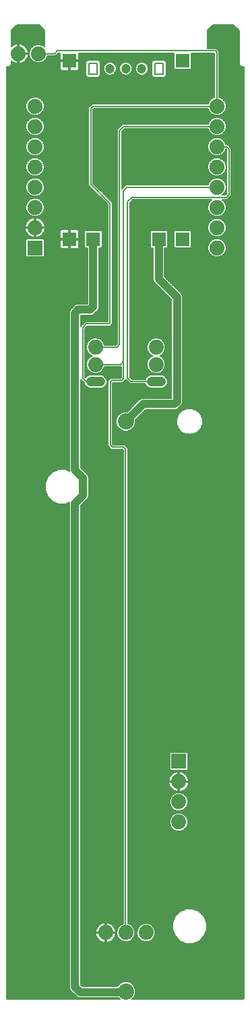
<source format=gbl>
G75*
%MOIN*%
%OFA0B0*%
%FSLAX25Y25*%
%IPPOS*%
%LPD*%
%AMOC8*
5,1,8,0,0,1.08239X$1,22.5*
%
%ADD10C,0.07400*%
%ADD11C,0.08000*%
%ADD12C,0.00787*%
%ADD13C,0.04724*%
%ADD14R,0.07400X0.07400*%
%ADD15C,0.04800*%
%ADD16R,0.07087X0.07087*%
%ADD17C,0.00600*%
%ADD18C,0.00500*%
%ADD19C,0.04000*%
D10*
X0074124Y0083140D03*
X0084124Y0083140D03*
X0094124Y0083140D03*
X0110241Y0137793D03*
X0110241Y0147793D03*
X0110241Y0157793D03*
X0099124Y0364085D03*
X0099124Y0372589D03*
X0129163Y0421722D03*
X0129163Y0431722D03*
X0129163Y0441722D03*
X0129163Y0451722D03*
X0129163Y0461722D03*
X0129163Y0471722D03*
X0129163Y0481722D03*
X0129163Y0491722D03*
X0069124Y0372589D03*
X0069124Y0364085D03*
X0039163Y0431722D03*
X0039163Y0441722D03*
X0039163Y0451722D03*
X0039163Y0461722D03*
X0039163Y0471722D03*
X0039163Y0481722D03*
X0039163Y0491722D03*
X0040860Y0517728D03*
X0030860Y0517728D03*
D11*
X0084124Y0335896D03*
X0084124Y0054006D03*
D12*
X0069754Y0507707D02*
X0065817Y0507707D01*
X0065817Y0512904D01*
X0069754Y0512904D01*
X0069754Y0507707D01*
X0098494Y0507707D02*
X0098494Y0512904D01*
X0102431Y0512904D01*
X0102431Y0507707D01*
X0098494Y0507707D01*
X0098496Y0507711D02*
X0098496Y0512907D01*
X0102433Y0512907D01*
X0102433Y0507711D01*
X0098496Y0507711D01*
X0098495Y0512906D02*
X0102432Y0512906D01*
X0102432Y0507710D01*
D13*
X0091998Y0510305D03*
X0084124Y0510305D03*
X0076250Y0510305D03*
D14*
X0039163Y0421722D03*
X0110241Y0167793D03*
D15*
X0101524Y0355581D02*
X0096724Y0355581D01*
X0071524Y0355581D02*
X0066724Y0355581D01*
D16*
X0067993Y0426016D03*
X0056182Y0426016D03*
X0056182Y0514205D03*
X0100473Y0426016D03*
X0112284Y0426016D03*
X0112284Y0514205D03*
D17*
X0128367Y0519133D02*
X0129163Y0518337D01*
X0129163Y0491722D01*
X0067842Y0491722D01*
X0066829Y0490709D01*
X0066829Y0453190D01*
X0076312Y0443707D01*
X0076312Y0384626D01*
X0075893Y0384207D01*
X0064581Y0384207D01*
X0062700Y0382326D01*
X0062700Y0357269D01*
X0064388Y0355581D01*
X0069124Y0355581D01*
X0069124Y0364085D02*
X0081506Y0364085D01*
X0082931Y0365510D01*
X0082931Y0357082D01*
X0082078Y0356228D01*
X0077116Y0356228D01*
X0076366Y0355478D01*
X0076366Y0324270D01*
X0077395Y0323241D01*
X0083000Y0323241D01*
X0084010Y0322230D01*
X0084010Y0083254D01*
X0084124Y0083140D01*
X0086623Y0355598D02*
X0084911Y0357309D01*
X0084911Y0444501D01*
X0087052Y0446642D01*
X0133778Y0446642D01*
X0135108Y0447972D01*
X0135108Y0470613D01*
X0133999Y0471722D01*
X0129163Y0471722D01*
X0129163Y0481722D02*
X0082989Y0481722D01*
X0080974Y0479708D01*
X0080974Y0373789D01*
X0079774Y0372589D01*
X0069124Y0372589D01*
X0082931Y0365990D02*
X0082931Y0365510D01*
X0082931Y0365990D02*
X0082931Y0450100D01*
X0084554Y0451722D01*
X0129163Y0451722D01*
X0128367Y0519133D02*
X0050257Y0519133D01*
X0048852Y0517728D01*
X0040860Y0517728D01*
X0086623Y0355598D02*
X0099107Y0355598D01*
X0099124Y0355581D01*
D18*
X0025047Y0050597D02*
X0025400Y0050244D01*
X0081027Y0050244D01*
X0080401Y0050870D01*
X0060891Y0050870D01*
X0059844Y0051304D01*
X0059042Y0052106D01*
X0059042Y0052106D01*
X0057333Y0053814D01*
X0057333Y0053814D01*
X0056532Y0054616D01*
X0056098Y0055664D01*
X0056098Y0295795D01*
X0054329Y0295062D01*
X0050927Y0295062D01*
X0047785Y0296364D01*
X0045380Y0298769D01*
X0044078Y0301911D01*
X0044078Y0305313D01*
X0045380Y0308455D01*
X0047785Y0310861D01*
X0050927Y0312162D01*
X0054329Y0312162D01*
X0056098Y0311429D01*
X0056098Y0390000D01*
X0056532Y0391048D01*
X0057333Y0391849D01*
X0057333Y0391849D01*
X0058204Y0392720D01*
X0058204Y0392720D01*
X0059006Y0393522D01*
X0060053Y0393956D01*
X0065143Y0393956D01*
X0065143Y0421623D01*
X0064097Y0421623D01*
X0063599Y0422121D01*
X0063599Y0429911D01*
X0064097Y0430409D01*
X0071888Y0430409D01*
X0072386Y0429911D01*
X0072386Y0422121D01*
X0071888Y0421623D01*
X0070843Y0421623D01*
X0070843Y0392052D01*
X0070409Y0391005D01*
X0068895Y0389491D01*
X0068093Y0388690D01*
X0067046Y0388256D01*
X0061801Y0388256D01*
X0061798Y0388253D01*
X0061798Y0383050D01*
X0062224Y0383476D01*
X0062224Y0383476D01*
X0063431Y0384684D01*
X0063431Y0384684D01*
X0064105Y0385357D01*
X0075162Y0385357D01*
X0075162Y0443231D01*
X0065679Y0452713D01*
X0065679Y0491186D01*
X0066353Y0491859D01*
X0067366Y0492872D01*
X0124715Y0492872D01*
X0125306Y0494300D01*
X0126586Y0495580D01*
X0128013Y0496171D01*
X0128013Y0517860D01*
X0127891Y0517983D01*
X0116677Y0517983D01*
X0116677Y0510310D01*
X0116180Y0509812D01*
X0108389Y0509812D01*
X0107891Y0510310D01*
X0107891Y0517983D01*
X0060956Y0517983D01*
X0060975Y0517913D01*
X0060975Y0514455D01*
X0056432Y0514455D01*
X0056432Y0513955D01*
X0060975Y0513955D01*
X0060975Y0510497D01*
X0060890Y0510179D01*
X0060725Y0509894D01*
X0060493Y0509661D01*
X0060208Y0509497D01*
X0059890Y0509412D01*
X0056432Y0509412D01*
X0056432Y0513955D01*
X0055932Y0513955D01*
X0055932Y0509412D01*
X0052474Y0509412D01*
X0052156Y0509497D01*
X0051871Y0509661D01*
X0051638Y0509894D01*
X0051474Y0510179D01*
X0051388Y0510497D01*
X0051388Y0513955D01*
X0055932Y0513955D01*
X0055932Y0514455D01*
X0051388Y0514455D01*
X0051388Y0517913D01*
X0051407Y0517983D01*
X0050734Y0517983D01*
X0050002Y0517252D01*
X0050002Y0517252D01*
X0049328Y0516578D01*
X0045308Y0516578D01*
X0044717Y0515150D01*
X0043437Y0513871D01*
X0041765Y0513178D01*
X0039955Y0513178D01*
X0038282Y0513871D01*
X0037002Y0515150D01*
X0036310Y0516823D01*
X0036310Y0518633D01*
X0037002Y0520305D01*
X0038282Y0521585D01*
X0039955Y0522278D01*
X0041765Y0522278D01*
X0043437Y0521585D01*
X0043789Y0521233D01*
X0043789Y0521661D01*
X0043791Y0521663D01*
X0043791Y0529226D01*
X0041076Y0531941D01*
X0030124Y0531941D01*
X0027409Y0529226D01*
X0027409Y0521278D01*
X0027635Y0521504D01*
X0028265Y0521961D01*
X0028960Y0522315D01*
X0029701Y0522556D01*
X0030470Y0522678D01*
X0030610Y0522678D01*
X0030610Y0517978D01*
X0031110Y0517978D01*
X0035810Y0517978D01*
X0035810Y0518117D01*
X0035688Y0518887D01*
X0035447Y0519628D01*
X0035093Y0520322D01*
X0034635Y0520953D01*
X0034084Y0521504D01*
X0033454Y0521961D01*
X0032760Y0522315D01*
X0032019Y0522556D01*
X0031249Y0522678D01*
X0031110Y0522678D01*
X0031110Y0517978D01*
X0031110Y0517478D01*
X0035810Y0517478D01*
X0035810Y0517338D01*
X0035688Y0516569D01*
X0035447Y0515828D01*
X0035093Y0515133D01*
X0034635Y0514503D01*
X0034084Y0513952D01*
X0033454Y0513494D01*
X0032760Y0513141D01*
X0032019Y0512900D01*
X0031249Y0512778D01*
X0031110Y0512778D01*
X0031110Y0517478D01*
X0030610Y0517478D01*
X0030610Y0512778D01*
X0030470Y0512778D01*
X0029701Y0512900D01*
X0028960Y0513141D01*
X0028265Y0513494D01*
X0027635Y0513952D01*
X0027409Y0514178D01*
X0027409Y0512336D01*
X0026384Y0511311D01*
X0025047Y0511311D01*
X0025047Y0050597D01*
X0025156Y0050488D02*
X0080783Y0050488D01*
X0079937Y0056570D02*
X0062639Y0056570D01*
X0061798Y0057411D01*
X0061798Y0294185D01*
X0065344Y0297731D01*
X0065778Y0298779D01*
X0065778Y0308446D01*
X0065344Y0309493D01*
X0064542Y0310295D01*
X0061798Y0313039D01*
X0061798Y0356545D01*
X0062224Y0356119D01*
X0063238Y0355104D01*
X0063521Y0354822D01*
X0063969Y0353740D01*
X0064883Y0352825D01*
X0066078Y0352331D01*
X0072170Y0352331D01*
X0073365Y0352825D01*
X0074279Y0353740D01*
X0074774Y0354934D01*
X0074774Y0356227D01*
X0074279Y0357422D01*
X0073365Y0358336D01*
X0072170Y0358831D01*
X0066078Y0358831D01*
X0064883Y0358336D01*
X0064071Y0357524D01*
X0063850Y0357745D01*
X0063850Y0381850D01*
X0065058Y0383057D01*
X0076370Y0383057D01*
X0076788Y0383476D01*
X0077462Y0384149D01*
X0077462Y0444183D01*
X0076788Y0444857D01*
X0067979Y0453666D01*
X0067979Y0490233D01*
X0068318Y0490572D01*
X0124715Y0490572D01*
X0125306Y0489145D01*
X0126586Y0487865D01*
X0128258Y0487172D01*
X0130068Y0487172D01*
X0131741Y0487865D01*
X0133021Y0489145D01*
X0133713Y0490817D01*
X0133713Y0492627D01*
X0133021Y0494300D01*
X0131741Y0495580D01*
X0130313Y0496171D01*
X0130313Y0518813D01*
X0129640Y0519487D01*
X0128843Y0520283D01*
X0124459Y0520283D01*
X0124459Y0521661D01*
X0124457Y0521663D01*
X0124457Y0529226D01*
X0127172Y0531941D01*
X0137336Y0531941D01*
X0140051Y0529226D01*
X0140051Y0512336D01*
X0141076Y0511311D01*
X0142413Y0511311D01*
X0142413Y0050597D01*
X0142061Y0050244D01*
X0087221Y0050244D01*
X0088236Y0051259D01*
X0088974Y0053041D01*
X0088974Y0054971D01*
X0088236Y0056753D01*
X0086871Y0058118D01*
X0085089Y0058856D01*
X0083159Y0058856D01*
X0081377Y0058118D01*
X0080012Y0056753D01*
X0079937Y0056570D01*
X0080228Y0056969D02*
X0062240Y0056969D01*
X0061798Y0057467D02*
X0080726Y0057467D01*
X0081225Y0057966D02*
X0061798Y0057966D01*
X0061798Y0058464D02*
X0082214Y0058464D01*
X0086034Y0058464D02*
X0142413Y0058464D01*
X0142413Y0057966D02*
X0087023Y0057966D01*
X0087522Y0057467D02*
X0142413Y0057467D01*
X0142413Y0056969D02*
X0088020Y0056969D01*
X0088353Y0056470D02*
X0142413Y0056470D01*
X0142413Y0055972D02*
X0088559Y0055972D01*
X0088766Y0055473D02*
X0142413Y0055473D01*
X0142413Y0054975D02*
X0088972Y0054975D01*
X0088974Y0054476D02*
X0142413Y0054476D01*
X0142413Y0053978D02*
X0088974Y0053978D01*
X0088974Y0053479D02*
X0142413Y0053479D01*
X0142413Y0052981D02*
X0088949Y0052981D01*
X0088742Y0052482D02*
X0142413Y0052482D01*
X0142413Y0051984D02*
X0088536Y0051984D01*
X0088329Y0051485D02*
X0142413Y0051485D01*
X0142413Y0050987D02*
X0087964Y0050987D01*
X0087465Y0050488D02*
X0142305Y0050488D01*
X0142413Y0058963D02*
X0061798Y0058963D01*
X0061798Y0059461D02*
X0142413Y0059461D01*
X0142413Y0059960D02*
X0061798Y0059960D01*
X0061798Y0060458D02*
X0142413Y0060458D01*
X0142413Y0060957D02*
X0061798Y0060957D01*
X0061798Y0061455D02*
X0142413Y0061455D01*
X0142413Y0061954D02*
X0061798Y0061954D01*
X0061798Y0062452D02*
X0142413Y0062452D01*
X0142413Y0062951D02*
X0061798Y0062951D01*
X0061798Y0063449D02*
X0142413Y0063449D01*
X0142413Y0063948D02*
X0061798Y0063948D01*
X0061798Y0064446D02*
X0142413Y0064446D01*
X0142413Y0064945D02*
X0061798Y0064945D01*
X0061798Y0065443D02*
X0142413Y0065443D01*
X0142413Y0065942D02*
X0061798Y0065942D01*
X0061798Y0066441D02*
X0142413Y0066441D01*
X0142413Y0066939D02*
X0061798Y0066939D01*
X0061798Y0067438D02*
X0142413Y0067438D01*
X0142413Y0067936D02*
X0061798Y0067936D01*
X0061798Y0068435D02*
X0142413Y0068435D01*
X0142413Y0068933D02*
X0061798Y0068933D01*
X0061798Y0069432D02*
X0142413Y0069432D01*
X0142413Y0069930D02*
X0061798Y0069930D01*
X0061798Y0070429D02*
X0142413Y0070429D01*
X0142413Y0070927D02*
X0061798Y0070927D01*
X0061798Y0071426D02*
X0142413Y0071426D01*
X0142413Y0071924D02*
X0061798Y0071924D01*
X0061798Y0072423D02*
X0142413Y0072423D01*
X0142413Y0072921D02*
X0061798Y0072921D01*
X0061798Y0073420D02*
X0142413Y0073420D01*
X0142413Y0073918D02*
X0061798Y0073918D01*
X0061798Y0074417D02*
X0142413Y0074417D01*
X0142413Y0074915D02*
X0061798Y0074915D01*
X0061798Y0075414D02*
X0142413Y0075414D01*
X0142413Y0075912D02*
X0061798Y0075912D01*
X0061798Y0076411D02*
X0142413Y0076411D01*
X0142413Y0076909D02*
X0061798Y0076909D01*
X0061798Y0077408D02*
X0142413Y0077408D01*
X0142413Y0077906D02*
X0117724Y0077906D01*
X0117321Y0077739D02*
X0120463Y0079041D01*
X0122868Y0081446D01*
X0124170Y0084589D01*
X0124170Y0087990D01*
X0122868Y0091133D01*
X0120463Y0093538D01*
X0117321Y0094839D01*
X0113919Y0094839D01*
X0110777Y0093538D01*
X0108372Y0091133D01*
X0107070Y0087990D01*
X0107070Y0084589D01*
X0108372Y0081446D01*
X0110777Y0079041D01*
X0113919Y0077739D01*
X0117321Y0077739D01*
X0118927Y0078405D02*
X0142413Y0078405D01*
X0142413Y0078903D02*
X0120131Y0078903D01*
X0120824Y0079402D02*
X0142413Y0079402D01*
X0142413Y0079900D02*
X0121323Y0079900D01*
X0121821Y0080399D02*
X0142413Y0080399D01*
X0142413Y0080897D02*
X0122320Y0080897D01*
X0122818Y0081396D02*
X0142413Y0081396D01*
X0142413Y0081894D02*
X0123054Y0081894D01*
X0123261Y0082393D02*
X0142413Y0082393D01*
X0142413Y0082891D02*
X0123467Y0082891D01*
X0123674Y0083390D02*
X0142413Y0083390D01*
X0142413Y0083888D02*
X0123880Y0083888D01*
X0124086Y0084387D02*
X0142413Y0084387D01*
X0142413Y0084885D02*
X0124170Y0084885D01*
X0124170Y0085384D02*
X0142413Y0085384D01*
X0142413Y0085882D02*
X0124170Y0085882D01*
X0124170Y0086381D02*
X0142413Y0086381D01*
X0142413Y0086879D02*
X0124170Y0086879D01*
X0124170Y0087378D02*
X0142413Y0087378D01*
X0142413Y0087876D02*
X0124170Y0087876D01*
X0124011Y0088375D02*
X0142413Y0088375D01*
X0142413Y0088874D02*
X0123804Y0088874D01*
X0123598Y0089372D02*
X0142413Y0089372D01*
X0142413Y0089871D02*
X0123391Y0089871D01*
X0123185Y0090369D02*
X0142413Y0090369D01*
X0142413Y0090868D02*
X0122978Y0090868D01*
X0122635Y0091366D02*
X0142413Y0091366D01*
X0142413Y0091865D02*
X0122136Y0091865D01*
X0121638Y0092363D02*
X0142413Y0092363D01*
X0142413Y0092862D02*
X0121139Y0092862D01*
X0120641Y0093360D02*
X0142413Y0093360D01*
X0142413Y0093859D02*
X0119688Y0093859D01*
X0118485Y0094357D02*
X0142413Y0094357D01*
X0142413Y0094856D02*
X0085160Y0094856D01*
X0085160Y0095354D02*
X0142413Y0095354D01*
X0142413Y0095853D02*
X0085160Y0095853D01*
X0085160Y0096351D02*
X0142413Y0096351D01*
X0142413Y0096850D02*
X0085160Y0096850D01*
X0085160Y0097348D02*
X0142413Y0097348D01*
X0142413Y0097847D02*
X0085160Y0097847D01*
X0085160Y0098345D02*
X0142413Y0098345D01*
X0142413Y0098844D02*
X0085160Y0098844D01*
X0085160Y0099342D02*
X0142413Y0099342D01*
X0142413Y0099841D02*
X0085160Y0099841D01*
X0085160Y0100339D02*
X0142413Y0100339D01*
X0142413Y0100838D02*
X0085160Y0100838D01*
X0085160Y0101336D02*
X0142413Y0101336D01*
X0142413Y0101835D02*
X0085160Y0101835D01*
X0085160Y0102333D02*
X0142413Y0102333D01*
X0142413Y0102832D02*
X0085160Y0102832D01*
X0085160Y0103330D02*
X0142413Y0103330D01*
X0142413Y0103829D02*
X0085160Y0103829D01*
X0085160Y0104327D02*
X0142413Y0104327D01*
X0142413Y0104826D02*
X0085160Y0104826D01*
X0085160Y0105324D02*
X0142413Y0105324D01*
X0142413Y0105823D02*
X0085160Y0105823D01*
X0085160Y0106321D02*
X0142413Y0106321D01*
X0142413Y0106820D02*
X0085160Y0106820D01*
X0085160Y0107318D02*
X0142413Y0107318D01*
X0142413Y0107817D02*
X0085160Y0107817D01*
X0085160Y0108315D02*
X0142413Y0108315D01*
X0142413Y0108814D02*
X0085160Y0108814D01*
X0085160Y0109312D02*
X0142413Y0109312D01*
X0142413Y0109811D02*
X0085160Y0109811D01*
X0085160Y0110309D02*
X0142413Y0110309D01*
X0142413Y0110808D02*
X0085160Y0110808D01*
X0085160Y0111307D02*
X0142413Y0111307D01*
X0142413Y0111805D02*
X0085160Y0111805D01*
X0085160Y0112304D02*
X0142413Y0112304D01*
X0142413Y0112802D02*
X0085160Y0112802D01*
X0085160Y0113301D02*
X0142413Y0113301D01*
X0142413Y0113799D02*
X0085160Y0113799D01*
X0085160Y0114298D02*
X0142413Y0114298D01*
X0142413Y0114796D02*
X0085160Y0114796D01*
X0085160Y0115295D02*
X0142413Y0115295D01*
X0142413Y0115793D02*
X0085160Y0115793D01*
X0085160Y0116292D02*
X0142413Y0116292D01*
X0142413Y0116790D02*
X0085160Y0116790D01*
X0085160Y0117289D02*
X0142413Y0117289D01*
X0142413Y0117787D02*
X0085160Y0117787D01*
X0085160Y0118286D02*
X0142413Y0118286D01*
X0142413Y0118784D02*
X0085160Y0118784D01*
X0085160Y0119283D02*
X0142413Y0119283D01*
X0142413Y0119781D02*
X0085160Y0119781D01*
X0085160Y0120280D02*
X0142413Y0120280D01*
X0142413Y0120778D02*
X0085160Y0120778D01*
X0085160Y0121277D02*
X0142413Y0121277D01*
X0142413Y0121775D02*
X0085160Y0121775D01*
X0085160Y0122274D02*
X0142413Y0122274D01*
X0142413Y0122772D02*
X0085160Y0122772D01*
X0085160Y0123271D02*
X0142413Y0123271D01*
X0142413Y0123769D02*
X0085160Y0123769D01*
X0085160Y0124268D02*
X0142413Y0124268D01*
X0142413Y0124766D02*
X0085160Y0124766D01*
X0085160Y0125265D02*
X0142413Y0125265D01*
X0142413Y0125763D02*
X0085160Y0125763D01*
X0085160Y0126262D02*
X0142413Y0126262D01*
X0142413Y0126760D02*
X0085160Y0126760D01*
X0085160Y0127259D02*
X0142413Y0127259D01*
X0142413Y0127757D02*
X0085160Y0127757D01*
X0085160Y0128256D02*
X0142413Y0128256D01*
X0142413Y0128754D02*
X0085160Y0128754D01*
X0085160Y0129253D02*
X0142413Y0129253D01*
X0142413Y0129751D02*
X0085160Y0129751D01*
X0085160Y0130250D02*
X0142413Y0130250D01*
X0142413Y0130748D02*
X0085160Y0130748D01*
X0085160Y0131247D02*
X0142413Y0131247D01*
X0142413Y0131745D02*
X0085160Y0131745D01*
X0085160Y0132244D02*
X0142413Y0132244D01*
X0142413Y0132743D02*
X0085160Y0132743D01*
X0085160Y0133241D02*
X0142413Y0133241D01*
X0142413Y0133740D02*
X0112345Y0133740D01*
X0112819Y0133936D02*
X0114099Y0135216D01*
X0114791Y0136888D01*
X0114791Y0138698D01*
X0114099Y0140370D01*
X0112819Y0141650D01*
X0111146Y0142343D01*
X0109336Y0142343D01*
X0107664Y0141650D01*
X0106384Y0140370D01*
X0105691Y0138698D01*
X0105691Y0136888D01*
X0106384Y0135216D01*
X0107664Y0133936D01*
X0109336Y0133243D01*
X0111146Y0133243D01*
X0112819Y0133936D01*
X0113121Y0134238D02*
X0142413Y0134238D01*
X0142413Y0134737D02*
X0113619Y0134737D01*
X0114107Y0135235D02*
X0142413Y0135235D01*
X0142413Y0135734D02*
X0114313Y0135734D01*
X0114520Y0136232D02*
X0142413Y0136232D01*
X0142413Y0136731D02*
X0114726Y0136731D01*
X0114791Y0137229D02*
X0142413Y0137229D01*
X0142413Y0137728D02*
X0114791Y0137728D01*
X0114791Y0138226D02*
X0142413Y0138226D01*
X0142413Y0138725D02*
X0114780Y0138725D01*
X0114574Y0139223D02*
X0142413Y0139223D01*
X0142413Y0139722D02*
X0114367Y0139722D01*
X0114161Y0140220D02*
X0142413Y0140220D01*
X0142413Y0140719D02*
X0113750Y0140719D01*
X0113252Y0141217D02*
X0142413Y0141217D01*
X0142413Y0141716D02*
X0112661Y0141716D01*
X0111457Y0142214D02*
X0142413Y0142214D01*
X0142413Y0142713D02*
X0085160Y0142713D01*
X0085160Y0143211D02*
X0142413Y0143211D01*
X0142413Y0143710D02*
X0112273Y0143710D01*
X0112819Y0143936D02*
X0114099Y0145216D01*
X0114791Y0146888D01*
X0114791Y0148698D01*
X0114099Y0150370D01*
X0112819Y0151650D01*
X0111146Y0152343D01*
X0109336Y0152343D01*
X0107664Y0151650D01*
X0106384Y0150370D01*
X0105691Y0148698D01*
X0105691Y0146888D01*
X0106384Y0145216D01*
X0107664Y0143936D01*
X0109336Y0143243D01*
X0111146Y0143243D01*
X0112819Y0143936D01*
X0113091Y0144208D02*
X0142413Y0144208D01*
X0142413Y0144707D02*
X0113590Y0144707D01*
X0114088Y0145205D02*
X0142413Y0145205D01*
X0142413Y0145704D02*
X0114301Y0145704D01*
X0114507Y0146202D02*
X0142413Y0146202D01*
X0142413Y0146701D02*
X0114714Y0146701D01*
X0114791Y0147199D02*
X0142413Y0147199D01*
X0142413Y0147698D02*
X0114791Y0147698D01*
X0114791Y0148196D02*
X0142413Y0148196D01*
X0142413Y0148695D02*
X0114791Y0148695D01*
X0114586Y0149193D02*
X0142413Y0149193D01*
X0142413Y0149692D02*
X0114380Y0149692D01*
X0114173Y0150190D02*
X0142413Y0150190D01*
X0142413Y0150689D02*
X0113780Y0150689D01*
X0113282Y0151187D02*
X0142413Y0151187D01*
X0142413Y0151686D02*
X0112733Y0151686D01*
X0111529Y0152184D02*
X0142413Y0152184D01*
X0142413Y0152683D02*
X0085160Y0152683D01*
X0085160Y0153181D02*
X0108416Y0153181D01*
X0108341Y0153206D02*
X0109082Y0152965D01*
X0109852Y0152843D01*
X0109991Y0152843D01*
X0109991Y0157543D01*
X0105291Y0157543D01*
X0105291Y0157404D01*
X0105413Y0156634D01*
X0105654Y0155893D01*
X0106008Y0155199D01*
X0106466Y0154568D01*
X0107017Y0154017D01*
X0107647Y0153559D01*
X0108341Y0153206D01*
X0107481Y0153680D02*
X0085160Y0153680D01*
X0085160Y0154178D02*
X0106855Y0154178D01*
X0106387Y0154677D02*
X0085160Y0154677D01*
X0085160Y0155176D02*
X0106024Y0155176D01*
X0105765Y0155674D02*
X0085160Y0155674D01*
X0085160Y0156173D02*
X0105563Y0156173D01*
X0105407Y0156671D02*
X0085160Y0156671D01*
X0085160Y0157170D02*
X0105328Y0157170D01*
X0105291Y0158043D02*
X0109991Y0158043D01*
X0109991Y0157543D01*
X0110491Y0157543D01*
X0110491Y0152843D01*
X0110631Y0152843D01*
X0111400Y0152965D01*
X0112141Y0153206D01*
X0112836Y0153559D01*
X0113466Y0154017D01*
X0114017Y0154568D01*
X0114475Y0155199D01*
X0114829Y0155893D01*
X0115069Y0156634D01*
X0115191Y0157404D01*
X0115191Y0157543D01*
X0110491Y0157543D01*
X0110491Y0158043D01*
X0109991Y0158043D01*
X0109991Y0162743D01*
X0109852Y0162743D01*
X0109082Y0162621D01*
X0108341Y0162380D01*
X0107647Y0162027D01*
X0107017Y0161569D01*
X0106466Y0161018D01*
X0106008Y0160387D01*
X0105654Y0159693D01*
X0105413Y0158952D01*
X0105291Y0158183D01*
X0105291Y0158043D01*
X0105291Y0158167D02*
X0085160Y0158167D01*
X0085160Y0158665D02*
X0105368Y0158665D01*
X0105482Y0159164D02*
X0085160Y0159164D01*
X0085160Y0159662D02*
X0105644Y0159662D01*
X0105892Y0160161D02*
X0085160Y0160161D01*
X0085160Y0160659D02*
X0106205Y0160659D01*
X0106605Y0161158D02*
X0085160Y0161158D01*
X0085160Y0161656D02*
X0107137Y0161656D01*
X0107898Y0162155D02*
X0085160Y0162155D01*
X0085160Y0162653D02*
X0109284Y0162653D01*
X0109991Y0162653D02*
X0110491Y0162653D01*
X0110491Y0162743D02*
X0110631Y0162743D01*
X0111400Y0162621D01*
X0112141Y0162380D01*
X0112836Y0162027D01*
X0113466Y0161569D01*
X0114017Y0161018D01*
X0114475Y0160387D01*
X0114829Y0159693D01*
X0115069Y0158952D01*
X0115191Y0158183D01*
X0115191Y0158043D01*
X0110491Y0158043D01*
X0110491Y0162743D01*
X0110491Y0162155D02*
X0109991Y0162155D01*
X0109991Y0161656D02*
X0110491Y0161656D01*
X0110491Y0161158D02*
X0109991Y0161158D01*
X0109991Y0160659D02*
X0110491Y0160659D01*
X0110491Y0160161D02*
X0109991Y0160161D01*
X0109991Y0159662D02*
X0110491Y0159662D01*
X0110491Y0159164D02*
X0109991Y0159164D01*
X0109991Y0158665D02*
X0110491Y0158665D01*
X0110491Y0158167D02*
X0109991Y0158167D01*
X0109991Y0157668D02*
X0085160Y0157668D01*
X0085160Y0152184D02*
X0108953Y0152184D01*
X0107750Y0151686D02*
X0085160Y0151686D01*
X0085160Y0151187D02*
X0107201Y0151187D01*
X0106702Y0150689D02*
X0085160Y0150689D01*
X0085160Y0150190D02*
X0106309Y0150190D01*
X0106103Y0149692D02*
X0085160Y0149692D01*
X0085160Y0149193D02*
X0105896Y0149193D01*
X0105691Y0148695D02*
X0085160Y0148695D01*
X0085160Y0148196D02*
X0105691Y0148196D01*
X0105691Y0147698D02*
X0085160Y0147698D01*
X0085160Y0147199D02*
X0105691Y0147199D01*
X0105769Y0146701D02*
X0085160Y0146701D01*
X0085160Y0146202D02*
X0105975Y0146202D01*
X0106182Y0145704D02*
X0085160Y0145704D01*
X0085160Y0145205D02*
X0106394Y0145205D01*
X0106893Y0144707D02*
X0085160Y0144707D01*
X0085160Y0144208D02*
X0107391Y0144208D01*
X0108210Y0143710D02*
X0085160Y0143710D01*
X0085160Y0142214D02*
X0109025Y0142214D01*
X0107822Y0141716D02*
X0085160Y0141716D01*
X0085160Y0141217D02*
X0107231Y0141217D01*
X0106732Y0140719D02*
X0085160Y0140719D01*
X0085160Y0140220D02*
X0106322Y0140220D01*
X0106115Y0139722D02*
X0085160Y0139722D01*
X0085160Y0139223D02*
X0105909Y0139223D01*
X0105702Y0138725D02*
X0085160Y0138725D01*
X0085160Y0138226D02*
X0105691Y0138226D01*
X0105691Y0137728D02*
X0085160Y0137728D01*
X0085160Y0137229D02*
X0105691Y0137229D01*
X0105756Y0136731D02*
X0085160Y0136731D01*
X0085160Y0136232D02*
X0105963Y0136232D01*
X0106169Y0135734D02*
X0085160Y0135734D01*
X0085160Y0135235D02*
X0106376Y0135235D01*
X0106863Y0134737D02*
X0085160Y0134737D01*
X0085160Y0134238D02*
X0107362Y0134238D01*
X0108138Y0133740D02*
X0085160Y0133740D01*
X0082860Y0133740D02*
X0061798Y0133740D01*
X0061798Y0134238D02*
X0082860Y0134238D01*
X0082860Y0134737D02*
X0061798Y0134737D01*
X0061798Y0135235D02*
X0082860Y0135235D01*
X0082860Y0135734D02*
X0061798Y0135734D01*
X0061798Y0136232D02*
X0082860Y0136232D01*
X0082860Y0136731D02*
X0061798Y0136731D01*
X0061798Y0137229D02*
X0082860Y0137229D01*
X0082860Y0137728D02*
X0061798Y0137728D01*
X0061798Y0138226D02*
X0082860Y0138226D01*
X0082860Y0138725D02*
X0061798Y0138725D01*
X0061798Y0139223D02*
X0082860Y0139223D01*
X0082860Y0139722D02*
X0061798Y0139722D01*
X0061798Y0140220D02*
X0082860Y0140220D01*
X0082860Y0140719D02*
X0061798Y0140719D01*
X0061798Y0141217D02*
X0082860Y0141217D01*
X0082860Y0141716D02*
X0061798Y0141716D01*
X0061798Y0142214D02*
X0082860Y0142214D01*
X0082860Y0142713D02*
X0061798Y0142713D01*
X0061798Y0143211D02*
X0082860Y0143211D01*
X0082860Y0143710D02*
X0061798Y0143710D01*
X0061798Y0144208D02*
X0082860Y0144208D01*
X0082860Y0144707D02*
X0061798Y0144707D01*
X0061798Y0145205D02*
X0082860Y0145205D01*
X0082860Y0145704D02*
X0061798Y0145704D01*
X0061798Y0146202D02*
X0082860Y0146202D01*
X0082860Y0146701D02*
X0061798Y0146701D01*
X0061798Y0147199D02*
X0082860Y0147199D01*
X0082860Y0147698D02*
X0061798Y0147698D01*
X0061798Y0148196D02*
X0082860Y0148196D01*
X0082860Y0148695D02*
X0061798Y0148695D01*
X0061798Y0149193D02*
X0082860Y0149193D01*
X0082860Y0149692D02*
X0061798Y0149692D01*
X0061798Y0150190D02*
X0082860Y0150190D01*
X0082860Y0150689D02*
X0061798Y0150689D01*
X0061798Y0151187D02*
X0082860Y0151187D01*
X0082860Y0151686D02*
X0061798Y0151686D01*
X0061798Y0152184D02*
X0082860Y0152184D01*
X0082860Y0152683D02*
X0061798Y0152683D01*
X0061798Y0153181D02*
X0082860Y0153181D01*
X0082860Y0153680D02*
X0061798Y0153680D01*
X0061798Y0154178D02*
X0082860Y0154178D01*
X0082860Y0154677D02*
X0061798Y0154677D01*
X0061798Y0155176D02*
X0082860Y0155176D01*
X0082860Y0155674D02*
X0061798Y0155674D01*
X0061798Y0156173D02*
X0082860Y0156173D01*
X0082860Y0156671D02*
X0061798Y0156671D01*
X0061798Y0157170D02*
X0082860Y0157170D01*
X0082860Y0157668D02*
X0061798Y0157668D01*
X0061798Y0158167D02*
X0082860Y0158167D01*
X0082860Y0158665D02*
X0061798Y0158665D01*
X0061798Y0159164D02*
X0082860Y0159164D01*
X0082860Y0159662D02*
X0061798Y0159662D01*
X0061798Y0160161D02*
X0082860Y0160161D01*
X0082860Y0160659D02*
X0061798Y0160659D01*
X0061798Y0161158D02*
X0082860Y0161158D01*
X0082860Y0161656D02*
X0061798Y0161656D01*
X0061798Y0162155D02*
X0082860Y0162155D01*
X0082860Y0162653D02*
X0061798Y0162653D01*
X0061798Y0163152D02*
X0082860Y0163152D01*
X0082860Y0163650D02*
X0061798Y0163650D01*
X0061798Y0164149D02*
X0082860Y0164149D01*
X0082860Y0164647D02*
X0061798Y0164647D01*
X0061798Y0165146D02*
X0082860Y0165146D01*
X0082860Y0165644D02*
X0061798Y0165644D01*
X0061798Y0166143D02*
X0082860Y0166143D01*
X0082860Y0166641D02*
X0061798Y0166641D01*
X0061798Y0167140D02*
X0082860Y0167140D01*
X0082860Y0167638D02*
X0061798Y0167638D01*
X0061798Y0168137D02*
X0082860Y0168137D01*
X0082860Y0168635D02*
X0061798Y0168635D01*
X0061798Y0169134D02*
X0082860Y0169134D01*
X0082860Y0169632D02*
X0061798Y0169632D01*
X0061798Y0170131D02*
X0082860Y0170131D01*
X0082860Y0170629D02*
X0061798Y0170629D01*
X0061798Y0171128D02*
X0082860Y0171128D01*
X0082860Y0171626D02*
X0061798Y0171626D01*
X0061798Y0172125D02*
X0082860Y0172125D01*
X0082860Y0172623D02*
X0061798Y0172623D01*
X0061798Y0173122D02*
X0082860Y0173122D01*
X0082860Y0173620D02*
X0061798Y0173620D01*
X0061798Y0174119D02*
X0082860Y0174119D01*
X0082860Y0174617D02*
X0061798Y0174617D01*
X0061798Y0175116D02*
X0082860Y0175116D01*
X0082860Y0175614D02*
X0061798Y0175614D01*
X0061798Y0176113D02*
X0082860Y0176113D01*
X0082860Y0176612D02*
X0061798Y0176612D01*
X0061798Y0177110D02*
X0082860Y0177110D01*
X0082860Y0177609D02*
X0061798Y0177609D01*
X0061798Y0178107D02*
X0082860Y0178107D01*
X0082860Y0178606D02*
X0061798Y0178606D01*
X0061798Y0179104D02*
X0082860Y0179104D01*
X0082860Y0179603D02*
X0061798Y0179603D01*
X0061798Y0180101D02*
X0082860Y0180101D01*
X0082860Y0180600D02*
X0061798Y0180600D01*
X0061798Y0181098D02*
X0082860Y0181098D01*
X0082860Y0181597D02*
X0061798Y0181597D01*
X0061798Y0182095D02*
X0082860Y0182095D01*
X0082860Y0182594D02*
X0061798Y0182594D01*
X0061798Y0183092D02*
X0082860Y0183092D01*
X0082860Y0183591D02*
X0061798Y0183591D01*
X0061798Y0184089D02*
X0082860Y0184089D01*
X0082860Y0184588D02*
X0061798Y0184588D01*
X0061798Y0185086D02*
X0082860Y0185086D01*
X0082860Y0185585D02*
X0061798Y0185585D01*
X0061798Y0186083D02*
X0082860Y0186083D01*
X0082860Y0186582D02*
X0061798Y0186582D01*
X0061798Y0187080D02*
X0082860Y0187080D01*
X0082860Y0187579D02*
X0061798Y0187579D01*
X0061798Y0188077D02*
X0082860Y0188077D01*
X0082860Y0188576D02*
X0061798Y0188576D01*
X0061798Y0189074D02*
X0082860Y0189074D01*
X0082860Y0189573D02*
X0061798Y0189573D01*
X0061798Y0190071D02*
X0082860Y0190071D01*
X0082860Y0190570D02*
X0061798Y0190570D01*
X0061798Y0191068D02*
X0082860Y0191068D01*
X0082860Y0191567D02*
X0061798Y0191567D01*
X0061798Y0192065D02*
X0082860Y0192065D01*
X0082860Y0192564D02*
X0061798Y0192564D01*
X0061798Y0193062D02*
X0082860Y0193062D01*
X0082860Y0193561D02*
X0061798Y0193561D01*
X0061798Y0194059D02*
X0082860Y0194059D01*
X0082860Y0194558D02*
X0061798Y0194558D01*
X0061798Y0195056D02*
X0082860Y0195056D01*
X0082860Y0195555D02*
X0061798Y0195555D01*
X0061798Y0196053D02*
X0082860Y0196053D01*
X0082860Y0196552D02*
X0061798Y0196552D01*
X0061798Y0197050D02*
X0082860Y0197050D01*
X0082860Y0197549D02*
X0061798Y0197549D01*
X0061798Y0198047D02*
X0082860Y0198047D01*
X0082860Y0198546D02*
X0061798Y0198546D01*
X0061798Y0199045D02*
X0082860Y0199045D01*
X0082860Y0199543D02*
X0061798Y0199543D01*
X0061798Y0200042D02*
X0082860Y0200042D01*
X0082860Y0200540D02*
X0061798Y0200540D01*
X0061798Y0201039D02*
X0082860Y0201039D01*
X0082860Y0201537D02*
X0061798Y0201537D01*
X0061798Y0202036D02*
X0082860Y0202036D01*
X0082860Y0202534D02*
X0061798Y0202534D01*
X0061798Y0203033D02*
X0082860Y0203033D01*
X0082860Y0203531D02*
X0061798Y0203531D01*
X0061798Y0204030D02*
X0082860Y0204030D01*
X0082860Y0204528D02*
X0061798Y0204528D01*
X0061798Y0205027D02*
X0082860Y0205027D01*
X0082860Y0205525D02*
X0061798Y0205525D01*
X0061798Y0206024D02*
X0082860Y0206024D01*
X0082860Y0206522D02*
X0061798Y0206522D01*
X0061798Y0207021D02*
X0082860Y0207021D01*
X0082860Y0207519D02*
X0061798Y0207519D01*
X0061798Y0208018D02*
X0082860Y0208018D01*
X0082860Y0208516D02*
X0061798Y0208516D01*
X0061798Y0209015D02*
X0082860Y0209015D01*
X0082860Y0209513D02*
X0061798Y0209513D01*
X0061798Y0210012D02*
X0082860Y0210012D01*
X0082860Y0210510D02*
X0061798Y0210510D01*
X0061798Y0211009D02*
X0082860Y0211009D01*
X0082860Y0211507D02*
X0061798Y0211507D01*
X0061798Y0212006D02*
X0082860Y0212006D01*
X0082860Y0212504D02*
X0061798Y0212504D01*
X0061798Y0213003D02*
X0082860Y0213003D01*
X0082860Y0213501D02*
X0061798Y0213501D01*
X0061798Y0214000D02*
X0082860Y0214000D01*
X0082860Y0214498D02*
X0061798Y0214498D01*
X0061798Y0214997D02*
X0082860Y0214997D01*
X0082860Y0215495D02*
X0061798Y0215495D01*
X0061798Y0215994D02*
X0082860Y0215994D01*
X0082860Y0216492D02*
X0061798Y0216492D01*
X0061798Y0216991D02*
X0082860Y0216991D01*
X0082860Y0217489D02*
X0061798Y0217489D01*
X0061798Y0217988D02*
X0082860Y0217988D01*
X0082860Y0218486D02*
X0061798Y0218486D01*
X0061798Y0218985D02*
X0082860Y0218985D01*
X0082860Y0219483D02*
X0061798Y0219483D01*
X0061798Y0219982D02*
X0082860Y0219982D01*
X0082860Y0220480D02*
X0061798Y0220480D01*
X0061798Y0220979D02*
X0082860Y0220979D01*
X0082860Y0221478D02*
X0061798Y0221478D01*
X0061798Y0221976D02*
X0082860Y0221976D01*
X0082860Y0222475D02*
X0061798Y0222475D01*
X0061798Y0222973D02*
X0082860Y0222973D01*
X0082860Y0223472D02*
X0061798Y0223472D01*
X0061798Y0223970D02*
X0082860Y0223970D01*
X0082860Y0224469D02*
X0061798Y0224469D01*
X0061798Y0224967D02*
X0082860Y0224967D01*
X0082860Y0225466D02*
X0061798Y0225466D01*
X0061798Y0225964D02*
X0082860Y0225964D01*
X0082860Y0226463D02*
X0061798Y0226463D01*
X0061798Y0226961D02*
X0082860Y0226961D01*
X0082860Y0227460D02*
X0061798Y0227460D01*
X0061798Y0227958D02*
X0082860Y0227958D01*
X0082860Y0228457D02*
X0061798Y0228457D01*
X0061798Y0228955D02*
X0082860Y0228955D01*
X0082860Y0229454D02*
X0061798Y0229454D01*
X0061798Y0229952D02*
X0082860Y0229952D01*
X0082860Y0230451D02*
X0061798Y0230451D01*
X0061798Y0230949D02*
X0082860Y0230949D01*
X0082860Y0231448D02*
X0061798Y0231448D01*
X0061798Y0231946D02*
X0082860Y0231946D01*
X0082860Y0232445D02*
X0061798Y0232445D01*
X0061798Y0232943D02*
X0082860Y0232943D01*
X0082860Y0233442D02*
X0061798Y0233442D01*
X0061798Y0233940D02*
X0082860Y0233940D01*
X0082860Y0234439D02*
X0061798Y0234439D01*
X0061798Y0234937D02*
X0082860Y0234937D01*
X0082860Y0235436D02*
X0061798Y0235436D01*
X0061798Y0235934D02*
X0082860Y0235934D01*
X0082860Y0236433D02*
X0061798Y0236433D01*
X0061798Y0236931D02*
X0082860Y0236931D01*
X0082860Y0237430D02*
X0061798Y0237430D01*
X0061798Y0237928D02*
X0082860Y0237928D01*
X0082860Y0238427D02*
X0061798Y0238427D01*
X0061798Y0238925D02*
X0082860Y0238925D01*
X0082860Y0239424D02*
X0061798Y0239424D01*
X0061798Y0239922D02*
X0082860Y0239922D01*
X0082860Y0240421D02*
X0061798Y0240421D01*
X0061798Y0240919D02*
X0082860Y0240919D01*
X0082860Y0241418D02*
X0061798Y0241418D01*
X0061798Y0241916D02*
X0082860Y0241916D01*
X0082860Y0242415D02*
X0061798Y0242415D01*
X0061798Y0242914D02*
X0082860Y0242914D01*
X0082860Y0243412D02*
X0061798Y0243412D01*
X0061798Y0243911D02*
X0082860Y0243911D01*
X0082860Y0244409D02*
X0061798Y0244409D01*
X0061798Y0244908D02*
X0082860Y0244908D01*
X0082860Y0245406D02*
X0061798Y0245406D01*
X0061798Y0245905D02*
X0082860Y0245905D01*
X0082860Y0246403D02*
X0061798Y0246403D01*
X0061798Y0246902D02*
X0082860Y0246902D01*
X0082860Y0247400D02*
X0061798Y0247400D01*
X0061798Y0247899D02*
X0082860Y0247899D01*
X0082860Y0248397D02*
X0061798Y0248397D01*
X0061798Y0248896D02*
X0082860Y0248896D01*
X0082860Y0249394D02*
X0061798Y0249394D01*
X0061798Y0249893D02*
X0082860Y0249893D01*
X0082860Y0250391D02*
X0061798Y0250391D01*
X0061798Y0250890D02*
X0082860Y0250890D01*
X0082860Y0251388D02*
X0061798Y0251388D01*
X0061798Y0251887D02*
X0082860Y0251887D01*
X0082860Y0252385D02*
X0061798Y0252385D01*
X0061798Y0252884D02*
X0082860Y0252884D01*
X0082860Y0253382D02*
X0061798Y0253382D01*
X0061798Y0253881D02*
X0082860Y0253881D01*
X0082860Y0254379D02*
X0061798Y0254379D01*
X0061798Y0254878D02*
X0082860Y0254878D01*
X0082860Y0255376D02*
X0061798Y0255376D01*
X0061798Y0255875D02*
X0082860Y0255875D01*
X0082860Y0256373D02*
X0061798Y0256373D01*
X0061798Y0256872D02*
X0082860Y0256872D01*
X0082860Y0257370D02*
X0061798Y0257370D01*
X0061798Y0257869D02*
X0082860Y0257869D01*
X0082860Y0258367D02*
X0061798Y0258367D01*
X0061798Y0258866D02*
X0082860Y0258866D01*
X0082860Y0259364D02*
X0061798Y0259364D01*
X0061798Y0259863D02*
X0082860Y0259863D01*
X0082860Y0260361D02*
X0061798Y0260361D01*
X0061798Y0260860D02*
X0082860Y0260860D01*
X0082860Y0261358D02*
X0061798Y0261358D01*
X0061798Y0261857D02*
X0082860Y0261857D01*
X0082860Y0262355D02*
X0061798Y0262355D01*
X0061798Y0262854D02*
X0082860Y0262854D01*
X0082860Y0263352D02*
X0061798Y0263352D01*
X0061798Y0263851D02*
X0082860Y0263851D01*
X0082860Y0264349D02*
X0061798Y0264349D01*
X0061798Y0264848D02*
X0082860Y0264848D01*
X0082860Y0265347D02*
X0061798Y0265347D01*
X0061798Y0265845D02*
X0082860Y0265845D01*
X0082860Y0266344D02*
X0061798Y0266344D01*
X0061798Y0266842D02*
X0082860Y0266842D01*
X0082860Y0267341D02*
X0061798Y0267341D01*
X0061798Y0267839D02*
X0082860Y0267839D01*
X0082860Y0268338D02*
X0061798Y0268338D01*
X0061798Y0268836D02*
X0082860Y0268836D01*
X0082860Y0269335D02*
X0061798Y0269335D01*
X0061798Y0269833D02*
X0082860Y0269833D01*
X0082860Y0270332D02*
X0061798Y0270332D01*
X0061798Y0270830D02*
X0082860Y0270830D01*
X0082860Y0271329D02*
X0061798Y0271329D01*
X0061798Y0271827D02*
X0082860Y0271827D01*
X0082860Y0272326D02*
X0061798Y0272326D01*
X0061798Y0272824D02*
X0082860Y0272824D01*
X0082860Y0273323D02*
X0061798Y0273323D01*
X0061798Y0273821D02*
X0082860Y0273821D01*
X0082860Y0274320D02*
X0061798Y0274320D01*
X0061798Y0274818D02*
X0082860Y0274818D01*
X0082860Y0275317D02*
X0061798Y0275317D01*
X0061798Y0275815D02*
X0082860Y0275815D01*
X0082860Y0276314D02*
X0061798Y0276314D01*
X0061798Y0276812D02*
X0082860Y0276812D01*
X0082860Y0277311D02*
X0061798Y0277311D01*
X0061798Y0277809D02*
X0082860Y0277809D01*
X0082860Y0278308D02*
X0061798Y0278308D01*
X0061798Y0278806D02*
X0082860Y0278806D01*
X0082860Y0279305D02*
X0061798Y0279305D01*
X0061798Y0279803D02*
X0082860Y0279803D01*
X0082860Y0280302D02*
X0061798Y0280302D01*
X0061798Y0280800D02*
X0082860Y0280800D01*
X0082860Y0281299D02*
X0061798Y0281299D01*
X0061798Y0281797D02*
X0082860Y0281797D01*
X0082860Y0282296D02*
X0061798Y0282296D01*
X0061798Y0282794D02*
X0082860Y0282794D01*
X0082860Y0283293D02*
X0061798Y0283293D01*
X0061798Y0283791D02*
X0082860Y0283791D01*
X0082860Y0284290D02*
X0061798Y0284290D01*
X0061798Y0284788D02*
X0082860Y0284788D01*
X0082860Y0285287D02*
X0061798Y0285287D01*
X0061798Y0285785D02*
X0082860Y0285785D01*
X0082860Y0286284D02*
X0061798Y0286284D01*
X0061798Y0286783D02*
X0082860Y0286783D01*
X0082860Y0287281D02*
X0061798Y0287281D01*
X0061798Y0287780D02*
X0082860Y0287780D01*
X0082860Y0288278D02*
X0061798Y0288278D01*
X0061798Y0288777D02*
X0082860Y0288777D01*
X0082860Y0289275D02*
X0061798Y0289275D01*
X0061798Y0289774D02*
X0082860Y0289774D01*
X0082860Y0290272D02*
X0061798Y0290272D01*
X0061798Y0290771D02*
X0082860Y0290771D01*
X0082860Y0291269D02*
X0061798Y0291269D01*
X0061798Y0291768D02*
X0082860Y0291768D01*
X0082860Y0292266D02*
X0061798Y0292266D01*
X0061798Y0292765D02*
X0082860Y0292765D01*
X0082860Y0293263D02*
X0061798Y0293263D01*
X0061798Y0293762D02*
X0082860Y0293762D01*
X0082860Y0294260D02*
X0061873Y0294260D01*
X0062371Y0294759D02*
X0082860Y0294759D01*
X0082860Y0295257D02*
X0062870Y0295257D01*
X0063368Y0295756D02*
X0082860Y0295756D01*
X0082860Y0296254D02*
X0063867Y0296254D01*
X0064365Y0296753D02*
X0082860Y0296753D01*
X0082860Y0297251D02*
X0064864Y0297251D01*
X0065352Y0297750D02*
X0082860Y0297750D01*
X0082860Y0298248D02*
X0065558Y0298248D01*
X0065765Y0298747D02*
X0082860Y0298747D01*
X0082860Y0299245D02*
X0065778Y0299245D01*
X0065778Y0299744D02*
X0082860Y0299744D01*
X0082860Y0300242D02*
X0065778Y0300242D01*
X0065778Y0300741D02*
X0082860Y0300741D01*
X0082860Y0301239D02*
X0065778Y0301239D01*
X0065778Y0301738D02*
X0082860Y0301738D01*
X0082860Y0302236D02*
X0065778Y0302236D01*
X0065778Y0302735D02*
X0082860Y0302735D01*
X0082860Y0303233D02*
X0065778Y0303233D01*
X0065778Y0303732D02*
X0082860Y0303732D01*
X0082860Y0304230D02*
X0065778Y0304230D01*
X0065778Y0304729D02*
X0082860Y0304729D01*
X0082860Y0305227D02*
X0065778Y0305227D01*
X0065778Y0305726D02*
X0082860Y0305726D01*
X0082860Y0306224D02*
X0065778Y0306224D01*
X0065778Y0306723D02*
X0082860Y0306723D01*
X0082860Y0307221D02*
X0065778Y0307221D01*
X0065778Y0307720D02*
X0082860Y0307720D01*
X0082860Y0308218D02*
X0065778Y0308218D01*
X0065665Y0308717D02*
X0082860Y0308717D01*
X0082860Y0309216D02*
X0065459Y0309216D01*
X0065123Y0309714D02*
X0082860Y0309714D01*
X0082860Y0310213D02*
X0064625Y0310213D01*
X0064126Y0310711D02*
X0082860Y0310711D01*
X0082860Y0311210D02*
X0063627Y0311210D01*
X0063129Y0311708D02*
X0082860Y0311708D01*
X0082860Y0312207D02*
X0062630Y0312207D01*
X0062132Y0312705D02*
X0082860Y0312705D01*
X0082860Y0313204D02*
X0061798Y0313204D01*
X0061798Y0313702D02*
X0082860Y0313702D01*
X0082860Y0314201D02*
X0061798Y0314201D01*
X0061798Y0314699D02*
X0082860Y0314699D01*
X0082860Y0315198D02*
X0061798Y0315198D01*
X0061798Y0315696D02*
X0082860Y0315696D01*
X0082860Y0316195D02*
X0061798Y0316195D01*
X0061798Y0316693D02*
X0082860Y0316693D01*
X0082860Y0317192D02*
X0061798Y0317192D01*
X0061798Y0317690D02*
X0082860Y0317690D01*
X0082860Y0318189D02*
X0061798Y0318189D01*
X0061798Y0318687D02*
X0082860Y0318687D01*
X0082860Y0319186D02*
X0061798Y0319186D01*
X0061798Y0319684D02*
X0082860Y0319684D01*
X0082860Y0320183D02*
X0061798Y0320183D01*
X0061798Y0320681D02*
X0082860Y0320681D01*
X0082860Y0321180D02*
X0061798Y0321180D01*
X0061798Y0321678D02*
X0082860Y0321678D01*
X0082860Y0321754D02*
X0082860Y0087541D01*
X0081547Y0086997D01*
X0080267Y0085717D01*
X0079574Y0084045D01*
X0079574Y0082235D01*
X0080267Y0080562D01*
X0081547Y0079282D01*
X0083219Y0078590D01*
X0085029Y0078590D01*
X0086701Y0079282D01*
X0087981Y0080562D01*
X0088674Y0082235D01*
X0088674Y0084045D01*
X0087981Y0085717D01*
X0086701Y0086997D01*
X0085160Y0087636D01*
X0085160Y0322707D01*
X0084486Y0323380D01*
X0084150Y0323717D01*
X0083476Y0324391D01*
X0077871Y0324391D01*
X0077516Y0324746D01*
X0077516Y0355002D01*
X0077592Y0355078D01*
X0082554Y0355078D01*
X0083228Y0355752D01*
X0084035Y0356559D01*
X0084435Y0356159D01*
X0085473Y0355121D01*
X0086146Y0354448D01*
X0093676Y0354448D01*
X0093969Y0353740D01*
X0094883Y0352825D01*
X0096078Y0352331D01*
X0102170Y0352331D01*
X0103365Y0352825D01*
X0104279Y0353740D01*
X0104774Y0354934D01*
X0104774Y0356227D01*
X0104279Y0357422D01*
X0103365Y0358336D01*
X0102170Y0358831D01*
X0096078Y0358831D01*
X0094883Y0358336D01*
X0093969Y0357422D01*
X0093690Y0356748D01*
X0087099Y0356748D01*
X0086061Y0357785D01*
X0086061Y0444025D01*
X0087528Y0445492D01*
X0126498Y0445492D01*
X0125306Y0444300D01*
X0124613Y0442627D01*
X0124613Y0440817D01*
X0125306Y0439145D01*
X0126586Y0437865D01*
X0128258Y0437172D01*
X0130068Y0437172D01*
X0131741Y0437865D01*
X0133021Y0439145D01*
X0133713Y0440817D01*
X0133713Y0442627D01*
X0133021Y0444300D01*
X0131829Y0445492D01*
X0134254Y0445492D01*
X0135585Y0446822D01*
X0136258Y0447496D01*
X0136258Y0471090D01*
X0134476Y0472872D01*
X0133612Y0472872D01*
X0133021Y0474300D01*
X0131741Y0475580D01*
X0130068Y0476272D01*
X0128258Y0476272D01*
X0126586Y0475580D01*
X0125306Y0474300D01*
X0124613Y0472627D01*
X0124613Y0470817D01*
X0125306Y0469145D01*
X0126586Y0467865D01*
X0128258Y0467172D01*
X0130068Y0467172D01*
X0131741Y0467865D01*
X0133021Y0469145D01*
X0133586Y0470510D01*
X0133958Y0470137D01*
X0133958Y0448448D01*
X0133302Y0447792D01*
X0131564Y0447792D01*
X0131741Y0447865D01*
X0133021Y0449145D01*
X0133713Y0450817D01*
X0133713Y0452627D01*
X0133021Y0454300D01*
X0131741Y0455580D01*
X0130068Y0456272D01*
X0128258Y0456272D01*
X0126586Y0455580D01*
X0125306Y0454300D01*
X0124715Y0452872D01*
X0084078Y0452872D01*
X0082124Y0450919D01*
X0082124Y0479231D01*
X0083466Y0480572D01*
X0124715Y0480572D01*
X0125306Y0479145D01*
X0126586Y0477865D01*
X0128258Y0477172D01*
X0130068Y0477172D01*
X0131741Y0477865D01*
X0133021Y0479145D01*
X0133713Y0480817D01*
X0133713Y0482627D01*
X0133021Y0484300D01*
X0131741Y0485580D01*
X0130068Y0486272D01*
X0128258Y0486272D01*
X0126586Y0485580D01*
X0125306Y0484300D01*
X0124715Y0482872D01*
X0082513Y0482872D01*
X0079824Y0480184D01*
X0079824Y0374266D01*
X0079297Y0373739D01*
X0073573Y0373739D01*
X0072981Y0375166D01*
X0071701Y0376446D01*
X0070029Y0377139D01*
X0068219Y0377139D01*
X0066547Y0376446D01*
X0065267Y0375166D01*
X0064574Y0373494D01*
X0064574Y0371684D01*
X0065267Y0370011D01*
X0066547Y0368731D01*
X0067499Y0368337D01*
X0066547Y0367942D01*
X0065267Y0366662D01*
X0064574Y0364990D01*
X0064574Y0363180D01*
X0065267Y0361507D01*
X0066547Y0360227D01*
X0068219Y0359535D01*
X0070029Y0359535D01*
X0071701Y0360227D01*
X0072981Y0361507D01*
X0073573Y0362935D01*
X0081781Y0362935D01*
X0081781Y0357558D01*
X0081601Y0357378D01*
X0076639Y0357378D01*
X0075216Y0355955D01*
X0075216Y0323793D01*
X0076918Y0322091D01*
X0082523Y0322091D01*
X0082860Y0321754D01*
X0084194Y0323672D02*
X0142413Y0323672D01*
X0142413Y0323174D02*
X0084693Y0323174D01*
X0085160Y0322675D02*
X0142413Y0322675D01*
X0142413Y0322177D02*
X0085160Y0322177D01*
X0085160Y0321678D02*
X0142413Y0321678D01*
X0142413Y0321180D02*
X0085160Y0321180D01*
X0085160Y0320681D02*
X0142413Y0320681D01*
X0142413Y0320183D02*
X0085160Y0320183D01*
X0085160Y0319684D02*
X0142413Y0319684D01*
X0142413Y0319186D02*
X0085160Y0319186D01*
X0085160Y0318687D02*
X0142413Y0318687D01*
X0142413Y0318189D02*
X0085160Y0318189D01*
X0085160Y0317690D02*
X0142413Y0317690D01*
X0142413Y0317192D02*
X0085160Y0317192D01*
X0085160Y0316693D02*
X0142413Y0316693D01*
X0142413Y0316195D02*
X0085160Y0316195D01*
X0085160Y0315696D02*
X0142413Y0315696D01*
X0142413Y0315198D02*
X0085160Y0315198D01*
X0085160Y0314699D02*
X0142413Y0314699D01*
X0142413Y0314201D02*
X0085160Y0314201D01*
X0085160Y0313702D02*
X0142413Y0313702D01*
X0142413Y0313204D02*
X0085160Y0313204D01*
X0085160Y0312705D02*
X0142413Y0312705D01*
X0142413Y0312207D02*
X0085160Y0312207D01*
X0085160Y0311708D02*
X0142413Y0311708D01*
X0142413Y0311210D02*
X0085160Y0311210D01*
X0085160Y0310711D02*
X0142413Y0310711D01*
X0142413Y0310213D02*
X0085160Y0310213D01*
X0085160Y0309714D02*
X0142413Y0309714D01*
X0142413Y0309216D02*
X0085160Y0309216D01*
X0085160Y0308717D02*
X0142413Y0308717D01*
X0142413Y0308218D02*
X0085160Y0308218D01*
X0085160Y0307720D02*
X0142413Y0307720D01*
X0142413Y0307221D02*
X0085160Y0307221D01*
X0085160Y0306723D02*
X0142413Y0306723D01*
X0142413Y0306224D02*
X0085160Y0306224D01*
X0085160Y0305726D02*
X0142413Y0305726D01*
X0142413Y0305227D02*
X0085160Y0305227D01*
X0085160Y0304729D02*
X0142413Y0304729D01*
X0142413Y0304230D02*
X0085160Y0304230D01*
X0085160Y0303732D02*
X0142413Y0303732D01*
X0142413Y0303233D02*
X0085160Y0303233D01*
X0085160Y0302735D02*
X0142413Y0302735D01*
X0142413Y0302236D02*
X0085160Y0302236D01*
X0085160Y0301738D02*
X0142413Y0301738D01*
X0142413Y0301239D02*
X0085160Y0301239D01*
X0085160Y0300741D02*
X0142413Y0300741D01*
X0142413Y0300242D02*
X0085160Y0300242D01*
X0085160Y0299744D02*
X0142413Y0299744D01*
X0142413Y0299245D02*
X0085160Y0299245D01*
X0085160Y0298747D02*
X0142413Y0298747D01*
X0142413Y0298248D02*
X0085160Y0298248D01*
X0085160Y0297750D02*
X0142413Y0297750D01*
X0142413Y0297251D02*
X0085160Y0297251D01*
X0085160Y0296753D02*
X0142413Y0296753D01*
X0142413Y0296254D02*
X0085160Y0296254D01*
X0085160Y0295756D02*
X0142413Y0295756D01*
X0142413Y0295257D02*
X0085160Y0295257D01*
X0085160Y0294759D02*
X0142413Y0294759D01*
X0142413Y0294260D02*
X0085160Y0294260D01*
X0085160Y0293762D02*
X0142413Y0293762D01*
X0142413Y0293263D02*
X0085160Y0293263D01*
X0085160Y0292765D02*
X0142413Y0292765D01*
X0142413Y0292266D02*
X0085160Y0292266D01*
X0085160Y0291768D02*
X0142413Y0291768D01*
X0142413Y0291269D02*
X0085160Y0291269D01*
X0085160Y0290771D02*
X0142413Y0290771D01*
X0142413Y0290272D02*
X0085160Y0290272D01*
X0085160Y0289774D02*
X0142413Y0289774D01*
X0142413Y0289275D02*
X0085160Y0289275D01*
X0085160Y0288777D02*
X0142413Y0288777D01*
X0142413Y0288278D02*
X0085160Y0288278D01*
X0085160Y0287780D02*
X0142413Y0287780D01*
X0142413Y0287281D02*
X0085160Y0287281D01*
X0085160Y0286783D02*
X0142413Y0286783D01*
X0142413Y0286284D02*
X0085160Y0286284D01*
X0085160Y0285785D02*
X0142413Y0285785D01*
X0142413Y0285287D02*
X0085160Y0285287D01*
X0085160Y0284788D02*
X0142413Y0284788D01*
X0142413Y0284290D02*
X0085160Y0284290D01*
X0085160Y0283791D02*
X0142413Y0283791D01*
X0142413Y0283293D02*
X0085160Y0283293D01*
X0085160Y0282794D02*
X0142413Y0282794D01*
X0142413Y0282296D02*
X0085160Y0282296D01*
X0085160Y0281797D02*
X0142413Y0281797D01*
X0142413Y0281299D02*
X0085160Y0281299D01*
X0085160Y0280800D02*
X0142413Y0280800D01*
X0142413Y0280302D02*
X0085160Y0280302D01*
X0085160Y0279803D02*
X0142413Y0279803D01*
X0142413Y0279305D02*
X0085160Y0279305D01*
X0085160Y0278806D02*
X0142413Y0278806D01*
X0142413Y0278308D02*
X0085160Y0278308D01*
X0085160Y0277809D02*
X0142413Y0277809D01*
X0142413Y0277311D02*
X0085160Y0277311D01*
X0085160Y0276812D02*
X0142413Y0276812D01*
X0142413Y0276314D02*
X0085160Y0276314D01*
X0085160Y0275815D02*
X0142413Y0275815D01*
X0142413Y0275317D02*
X0085160Y0275317D01*
X0085160Y0274818D02*
X0142413Y0274818D01*
X0142413Y0274320D02*
X0085160Y0274320D01*
X0085160Y0273821D02*
X0142413Y0273821D01*
X0142413Y0273323D02*
X0085160Y0273323D01*
X0085160Y0272824D02*
X0142413Y0272824D01*
X0142413Y0272326D02*
X0085160Y0272326D01*
X0085160Y0271827D02*
X0142413Y0271827D01*
X0142413Y0271329D02*
X0085160Y0271329D01*
X0085160Y0270830D02*
X0142413Y0270830D01*
X0142413Y0270332D02*
X0085160Y0270332D01*
X0085160Y0269833D02*
X0142413Y0269833D01*
X0142413Y0269335D02*
X0085160Y0269335D01*
X0085160Y0268836D02*
X0142413Y0268836D01*
X0142413Y0268338D02*
X0085160Y0268338D01*
X0085160Y0267839D02*
X0142413Y0267839D01*
X0142413Y0267341D02*
X0085160Y0267341D01*
X0085160Y0266842D02*
X0142413Y0266842D01*
X0142413Y0266344D02*
X0085160Y0266344D01*
X0085160Y0265845D02*
X0142413Y0265845D01*
X0142413Y0265347D02*
X0085160Y0265347D01*
X0085160Y0264848D02*
X0142413Y0264848D01*
X0142413Y0264349D02*
X0085160Y0264349D01*
X0085160Y0263851D02*
X0142413Y0263851D01*
X0142413Y0263352D02*
X0085160Y0263352D01*
X0085160Y0262854D02*
X0142413Y0262854D01*
X0142413Y0262355D02*
X0085160Y0262355D01*
X0085160Y0261857D02*
X0142413Y0261857D01*
X0142413Y0261358D02*
X0085160Y0261358D01*
X0085160Y0260860D02*
X0142413Y0260860D01*
X0142413Y0260361D02*
X0085160Y0260361D01*
X0085160Y0259863D02*
X0142413Y0259863D01*
X0142413Y0259364D02*
X0085160Y0259364D01*
X0085160Y0258866D02*
X0142413Y0258866D01*
X0142413Y0258367D02*
X0085160Y0258367D01*
X0085160Y0257869D02*
X0142413Y0257869D01*
X0142413Y0257370D02*
X0085160Y0257370D01*
X0085160Y0256872D02*
X0142413Y0256872D01*
X0142413Y0256373D02*
X0085160Y0256373D01*
X0085160Y0255875D02*
X0142413Y0255875D01*
X0142413Y0255376D02*
X0085160Y0255376D01*
X0085160Y0254878D02*
X0142413Y0254878D01*
X0142413Y0254379D02*
X0085160Y0254379D01*
X0085160Y0253881D02*
X0142413Y0253881D01*
X0142413Y0253382D02*
X0085160Y0253382D01*
X0085160Y0252884D02*
X0142413Y0252884D01*
X0142413Y0252385D02*
X0085160Y0252385D01*
X0085160Y0251887D02*
X0142413Y0251887D01*
X0142413Y0251388D02*
X0085160Y0251388D01*
X0085160Y0250890D02*
X0142413Y0250890D01*
X0142413Y0250391D02*
X0085160Y0250391D01*
X0085160Y0249893D02*
X0142413Y0249893D01*
X0142413Y0249394D02*
X0085160Y0249394D01*
X0085160Y0248896D02*
X0142413Y0248896D01*
X0142413Y0248397D02*
X0085160Y0248397D01*
X0085160Y0247899D02*
X0142413Y0247899D01*
X0142413Y0247400D02*
X0085160Y0247400D01*
X0085160Y0246902D02*
X0142413Y0246902D01*
X0142413Y0246403D02*
X0085160Y0246403D01*
X0085160Y0245905D02*
X0142413Y0245905D01*
X0142413Y0245406D02*
X0085160Y0245406D01*
X0085160Y0244908D02*
X0142413Y0244908D01*
X0142413Y0244409D02*
X0085160Y0244409D01*
X0085160Y0243911D02*
X0142413Y0243911D01*
X0142413Y0243412D02*
X0085160Y0243412D01*
X0085160Y0242914D02*
X0142413Y0242914D01*
X0142413Y0242415D02*
X0085160Y0242415D01*
X0085160Y0241916D02*
X0142413Y0241916D01*
X0142413Y0241418D02*
X0085160Y0241418D01*
X0085160Y0240919D02*
X0142413Y0240919D01*
X0142413Y0240421D02*
X0085160Y0240421D01*
X0085160Y0239922D02*
X0142413Y0239922D01*
X0142413Y0239424D02*
X0085160Y0239424D01*
X0085160Y0238925D02*
X0142413Y0238925D01*
X0142413Y0238427D02*
X0085160Y0238427D01*
X0085160Y0237928D02*
X0142413Y0237928D01*
X0142413Y0237430D02*
X0085160Y0237430D01*
X0085160Y0236931D02*
X0142413Y0236931D01*
X0142413Y0236433D02*
X0085160Y0236433D01*
X0085160Y0235934D02*
X0142413Y0235934D01*
X0142413Y0235436D02*
X0085160Y0235436D01*
X0085160Y0234937D02*
X0142413Y0234937D01*
X0142413Y0234439D02*
X0085160Y0234439D01*
X0085160Y0233940D02*
X0142413Y0233940D01*
X0142413Y0233442D02*
X0085160Y0233442D01*
X0085160Y0232943D02*
X0142413Y0232943D01*
X0142413Y0232445D02*
X0085160Y0232445D01*
X0085160Y0231946D02*
X0142413Y0231946D01*
X0142413Y0231448D02*
X0085160Y0231448D01*
X0085160Y0230949D02*
X0142413Y0230949D01*
X0142413Y0230451D02*
X0085160Y0230451D01*
X0085160Y0229952D02*
X0142413Y0229952D01*
X0142413Y0229454D02*
X0085160Y0229454D01*
X0085160Y0228955D02*
X0142413Y0228955D01*
X0142413Y0228457D02*
X0085160Y0228457D01*
X0085160Y0227958D02*
X0142413Y0227958D01*
X0142413Y0227460D02*
X0085160Y0227460D01*
X0085160Y0226961D02*
X0142413Y0226961D01*
X0142413Y0226463D02*
X0085160Y0226463D01*
X0085160Y0225964D02*
X0142413Y0225964D01*
X0142413Y0225466D02*
X0085160Y0225466D01*
X0085160Y0224967D02*
X0142413Y0224967D01*
X0142413Y0224469D02*
X0085160Y0224469D01*
X0085160Y0223970D02*
X0142413Y0223970D01*
X0142413Y0223472D02*
X0085160Y0223472D01*
X0085160Y0222973D02*
X0142413Y0222973D01*
X0142413Y0222475D02*
X0085160Y0222475D01*
X0085160Y0221976D02*
X0142413Y0221976D01*
X0142413Y0221478D02*
X0085160Y0221478D01*
X0085160Y0220979D02*
X0142413Y0220979D01*
X0142413Y0220480D02*
X0085160Y0220480D01*
X0085160Y0219982D02*
X0142413Y0219982D01*
X0142413Y0219483D02*
X0085160Y0219483D01*
X0085160Y0218985D02*
X0142413Y0218985D01*
X0142413Y0218486D02*
X0085160Y0218486D01*
X0085160Y0217988D02*
X0142413Y0217988D01*
X0142413Y0217489D02*
X0085160Y0217489D01*
X0085160Y0216991D02*
X0142413Y0216991D01*
X0142413Y0216492D02*
X0085160Y0216492D01*
X0085160Y0215994D02*
X0142413Y0215994D01*
X0142413Y0215495D02*
X0085160Y0215495D01*
X0085160Y0214997D02*
X0142413Y0214997D01*
X0142413Y0214498D02*
X0085160Y0214498D01*
X0085160Y0214000D02*
X0142413Y0214000D01*
X0142413Y0213501D02*
X0085160Y0213501D01*
X0085160Y0213003D02*
X0142413Y0213003D01*
X0142413Y0212504D02*
X0085160Y0212504D01*
X0085160Y0212006D02*
X0142413Y0212006D01*
X0142413Y0211507D02*
X0085160Y0211507D01*
X0085160Y0211009D02*
X0142413Y0211009D01*
X0142413Y0210510D02*
X0085160Y0210510D01*
X0085160Y0210012D02*
X0142413Y0210012D01*
X0142413Y0209513D02*
X0085160Y0209513D01*
X0085160Y0209015D02*
X0142413Y0209015D01*
X0142413Y0208516D02*
X0085160Y0208516D01*
X0085160Y0208018D02*
X0142413Y0208018D01*
X0142413Y0207519D02*
X0085160Y0207519D01*
X0085160Y0207021D02*
X0142413Y0207021D01*
X0142413Y0206522D02*
X0085160Y0206522D01*
X0085160Y0206024D02*
X0142413Y0206024D01*
X0142413Y0205525D02*
X0085160Y0205525D01*
X0085160Y0205027D02*
X0142413Y0205027D01*
X0142413Y0204528D02*
X0085160Y0204528D01*
X0085160Y0204030D02*
X0142413Y0204030D01*
X0142413Y0203531D02*
X0085160Y0203531D01*
X0085160Y0203033D02*
X0142413Y0203033D01*
X0142413Y0202534D02*
X0085160Y0202534D01*
X0085160Y0202036D02*
X0142413Y0202036D01*
X0142413Y0201537D02*
X0085160Y0201537D01*
X0085160Y0201039D02*
X0142413Y0201039D01*
X0142413Y0200540D02*
X0085160Y0200540D01*
X0085160Y0200042D02*
X0142413Y0200042D01*
X0142413Y0199543D02*
X0085160Y0199543D01*
X0085160Y0199045D02*
X0142413Y0199045D01*
X0142413Y0198546D02*
X0085160Y0198546D01*
X0085160Y0198047D02*
X0142413Y0198047D01*
X0142413Y0197549D02*
X0085160Y0197549D01*
X0085160Y0197050D02*
X0142413Y0197050D01*
X0142413Y0196552D02*
X0085160Y0196552D01*
X0085160Y0196053D02*
X0142413Y0196053D01*
X0142413Y0195555D02*
X0085160Y0195555D01*
X0085160Y0195056D02*
X0142413Y0195056D01*
X0142413Y0194558D02*
X0085160Y0194558D01*
X0085160Y0194059D02*
X0142413Y0194059D01*
X0142413Y0193561D02*
X0085160Y0193561D01*
X0085160Y0193062D02*
X0142413Y0193062D01*
X0142413Y0192564D02*
X0085160Y0192564D01*
X0085160Y0192065D02*
X0142413Y0192065D01*
X0142413Y0191567D02*
X0085160Y0191567D01*
X0085160Y0191068D02*
X0142413Y0191068D01*
X0142413Y0190570D02*
X0085160Y0190570D01*
X0085160Y0190071D02*
X0142413Y0190071D01*
X0142413Y0189573D02*
X0085160Y0189573D01*
X0085160Y0189074D02*
X0142413Y0189074D01*
X0142413Y0188576D02*
X0085160Y0188576D01*
X0085160Y0188077D02*
X0142413Y0188077D01*
X0142413Y0187579D02*
X0085160Y0187579D01*
X0085160Y0187080D02*
X0142413Y0187080D01*
X0142413Y0186582D02*
X0085160Y0186582D01*
X0085160Y0186083D02*
X0142413Y0186083D01*
X0142413Y0185585D02*
X0085160Y0185585D01*
X0085160Y0185086D02*
X0142413Y0185086D01*
X0142413Y0184588D02*
X0085160Y0184588D01*
X0085160Y0184089D02*
X0142413Y0184089D01*
X0142413Y0183591D02*
X0085160Y0183591D01*
X0085160Y0183092D02*
X0142413Y0183092D01*
X0142413Y0182594D02*
X0085160Y0182594D01*
X0085160Y0182095D02*
X0142413Y0182095D01*
X0142413Y0181597D02*
X0085160Y0181597D01*
X0085160Y0181098D02*
X0142413Y0181098D01*
X0142413Y0180600D02*
X0085160Y0180600D01*
X0085160Y0180101D02*
X0142413Y0180101D01*
X0142413Y0179603D02*
X0085160Y0179603D01*
X0085160Y0179104D02*
X0142413Y0179104D01*
X0142413Y0178606D02*
X0085160Y0178606D01*
X0085160Y0178107D02*
X0142413Y0178107D01*
X0142413Y0177609D02*
X0085160Y0177609D01*
X0085160Y0177110D02*
X0142413Y0177110D01*
X0142413Y0176612D02*
X0085160Y0176612D01*
X0085160Y0176113D02*
X0142413Y0176113D01*
X0142413Y0175614D02*
X0085160Y0175614D01*
X0085160Y0175116D02*
X0142413Y0175116D01*
X0142413Y0174617D02*
X0085160Y0174617D01*
X0085160Y0174119D02*
X0142413Y0174119D01*
X0142413Y0173620D02*
X0085160Y0173620D01*
X0085160Y0173122D02*
X0142413Y0173122D01*
X0142413Y0172623D02*
X0085160Y0172623D01*
X0085160Y0172125D02*
X0105971Y0172125D01*
X0106189Y0172343D02*
X0105691Y0171845D01*
X0105691Y0163741D01*
X0106189Y0163243D01*
X0114293Y0163243D01*
X0114791Y0163741D01*
X0114791Y0171845D01*
X0114293Y0172343D01*
X0106189Y0172343D01*
X0105691Y0171626D02*
X0085160Y0171626D01*
X0085160Y0171128D02*
X0105691Y0171128D01*
X0105691Y0170629D02*
X0085160Y0170629D01*
X0085160Y0170131D02*
X0105691Y0170131D01*
X0105691Y0169632D02*
X0085160Y0169632D01*
X0085160Y0169134D02*
X0105691Y0169134D01*
X0105691Y0168635D02*
X0085160Y0168635D01*
X0085160Y0168137D02*
X0105691Y0168137D01*
X0105691Y0167638D02*
X0085160Y0167638D01*
X0085160Y0167140D02*
X0105691Y0167140D01*
X0105691Y0166641D02*
X0085160Y0166641D01*
X0085160Y0166143D02*
X0105691Y0166143D01*
X0105691Y0165644D02*
X0085160Y0165644D01*
X0085160Y0165146D02*
X0105691Y0165146D01*
X0105691Y0164647D02*
X0085160Y0164647D01*
X0085160Y0164149D02*
X0105691Y0164149D01*
X0105782Y0163650D02*
X0085160Y0163650D01*
X0085160Y0163152D02*
X0142413Y0163152D01*
X0142413Y0163650D02*
X0114700Y0163650D01*
X0114791Y0164149D02*
X0142413Y0164149D01*
X0142413Y0164647D02*
X0114791Y0164647D01*
X0114791Y0165146D02*
X0142413Y0165146D01*
X0142413Y0165644D02*
X0114791Y0165644D01*
X0114791Y0166143D02*
X0142413Y0166143D01*
X0142413Y0166641D02*
X0114791Y0166641D01*
X0114791Y0167140D02*
X0142413Y0167140D01*
X0142413Y0167638D02*
X0114791Y0167638D01*
X0114791Y0168137D02*
X0142413Y0168137D01*
X0142413Y0168635D02*
X0114791Y0168635D01*
X0114791Y0169134D02*
X0142413Y0169134D01*
X0142413Y0169632D02*
X0114791Y0169632D01*
X0114791Y0170131D02*
X0142413Y0170131D01*
X0142413Y0170629D02*
X0114791Y0170629D01*
X0114791Y0171128D02*
X0142413Y0171128D01*
X0142413Y0171626D02*
X0114791Y0171626D01*
X0114512Y0172125D02*
X0142413Y0172125D01*
X0142413Y0162653D02*
X0111198Y0162653D01*
X0112584Y0162155D02*
X0142413Y0162155D01*
X0142413Y0161656D02*
X0113346Y0161656D01*
X0113877Y0161158D02*
X0142413Y0161158D01*
X0142413Y0160659D02*
X0114277Y0160659D01*
X0114590Y0160161D02*
X0142413Y0160161D01*
X0142413Y0159662D02*
X0114839Y0159662D01*
X0115001Y0159164D02*
X0142413Y0159164D01*
X0142413Y0158665D02*
X0115115Y0158665D01*
X0115191Y0158167D02*
X0142413Y0158167D01*
X0142413Y0157668D02*
X0110491Y0157668D01*
X0110491Y0157170D02*
X0109991Y0157170D01*
X0109991Y0156671D02*
X0110491Y0156671D01*
X0110491Y0156173D02*
X0109991Y0156173D01*
X0109991Y0155674D02*
X0110491Y0155674D01*
X0110491Y0155176D02*
X0109991Y0155176D01*
X0109991Y0154677D02*
X0110491Y0154677D01*
X0110491Y0154178D02*
X0109991Y0154178D01*
X0109991Y0153680D02*
X0110491Y0153680D01*
X0110491Y0153181D02*
X0109991Y0153181D01*
X0112067Y0153181D02*
X0142413Y0153181D01*
X0142413Y0153680D02*
X0113001Y0153680D01*
X0113627Y0154178D02*
X0142413Y0154178D01*
X0142413Y0154677D02*
X0114096Y0154677D01*
X0114458Y0155176D02*
X0142413Y0155176D01*
X0142413Y0155674D02*
X0114717Y0155674D01*
X0114919Y0156173D02*
X0142413Y0156173D01*
X0142413Y0156671D02*
X0115075Y0156671D01*
X0115154Y0157170D02*
X0142413Y0157170D01*
X0113516Y0077906D02*
X0061798Y0077906D01*
X0061798Y0078405D02*
X0072678Y0078405D01*
X0072965Y0078312D02*
X0073734Y0078190D01*
X0073874Y0078190D01*
X0073874Y0082890D01*
X0069174Y0082890D01*
X0069174Y0082750D01*
X0069296Y0081981D01*
X0069537Y0081240D01*
X0069890Y0080545D01*
X0070348Y0079915D01*
X0070899Y0079364D01*
X0071530Y0078906D01*
X0072224Y0078552D01*
X0072965Y0078312D01*
X0073874Y0078405D02*
X0074374Y0078405D01*
X0074374Y0078190D02*
X0074514Y0078190D01*
X0075283Y0078312D01*
X0076024Y0078552D01*
X0076718Y0078906D01*
X0077349Y0079364D01*
X0077900Y0079915D01*
X0078358Y0080545D01*
X0078711Y0081240D01*
X0078952Y0081981D01*
X0079074Y0082750D01*
X0079074Y0082890D01*
X0074374Y0082890D01*
X0074374Y0083390D01*
X0073874Y0083390D01*
X0073874Y0088090D01*
X0073734Y0088090D01*
X0072965Y0087968D01*
X0072224Y0087727D01*
X0071530Y0087373D01*
X0070899Y0086915D01*
X0070348Y0086364D01*
X0069890Y0085734D01*
X0069537Y0085040D01*
X0069296Y0084299D01*
X0069174Y0083529D01*
X0069174Y0083390D01*
X0061798Y0083390D01*
X0061798Y0083888D02*
X0069231Y0083888D01*
X0069174Y0083390D02*
X0073874Y0083390D01*
X0074374Y0083390D01*
X0074374Y0088090D01*
X0074514Y0088090D01*
X0075283Y0087968D01*
X0076024Y0087727D01*
X0076718Y0087373D01*
X0077349Y0086915D01*
X0077900Y0086364D01*
X0078358Y0085734D01*
X0078711Y0085040D01*
X0078952Y0084299D01*
X0079074Y0083529D01*
X0079074Y0083390D01*
X0079574Y0083390D01*
X0079574Y0083888D02*
X0079017Y0083888D01*
X0079074Y0083390D02*
X0074374Y0083390D01*
X0074374Y0083888D02*
X0073874Y0083888D01*
X0073874Y0083390D02*
X0073874Y0082890D01*
X0074374Y0082890D01*
X0074374Y0078190D01*
X0074374Y0078903D02*
X0073874Y0078903D01*
X0073874Y0079402D02*
X0074374Y0079402D01*
X0074374Y0079900D02*
X0073874Y0079900D01*
X0073874Y0080399D02*
X0074374Y0080399D01*
X0074374Y0080897D02*
X0073874Y0080897D01*
X0073874Y0081396D02*
X0074374Y0081396D01*
X0074374Y0081894D02*
X0073874Y0081894D01*
X0073874Y0082393D02*
X0074374Y0082393D01*
X0074374Y0082891D02*
X0079574Y0082891D01*
X0079574Y0082393D02*
X0079017Y0082393D01*
X0078924Y0081894D02*
X0079715Y0081894D01*
X0079921Y0081396D02*
X0078762Y0081396D01*
X0078537Y0080897D02*
X0080128Y0080897D01*
X0080430Y0080399D02*
X0078251Y0080399D01*
X0077885Y0079900D02*
X0080929Y0079900D01*
X0081427Y0079402D02*
X0077386Y0079402D01*
X0076713Y0078903D02*
X0082462Y0078903D01*
X0079716Y0084387D02*
X0078924Y0084387D01*
X0078762Y0084885D02*
X0079922Y0084885D01*
X0080129Y0085384D02*
X0078536Y0085384D01*
X0078250Y0085882D02*
X0080432Y0085882D01*
X0080931Y0086381D02*
X0077883Y0086381D01*
X0077385Y0086879D02*
X0081429Y0086879D01*
X0082466Y0087378D02*
X0076709Y0087378D01*
X0075564Y0087876D02*
X0082860Y0087876D01*
X0082860Y0088375D02*
X0061798Y0088375D01*
X0061798Y0088874D02*
X0082860Y0088874D01*
X0082860Y0089372D02*
X0061798Y0089372D01*
X0061798Y0089871D02*
X0082860Y0089871D01*
X0082860Y0090369D02*
X0061798Y0090369D01*
X0061798Y0090868D02*
X0082860Y0090868D01*
X0082860Y0091366D02*
X0061798Y0091366D01*
X0061798Y0091865D02*
X0082860Y0091865D01*
X0082860Y0092363D02*
X0061798Y0092363D01*
X0061798Y0092862D02*
X0082860Y0092862D01*
X0082860Y0093360D02*
X0061798Y0093360D01*
X0061798Y0093859D02*
X0082860Y0093859D01*
X0082860Y0094357D02*
X0061798Y0094357D01*
X0061798Y0094856D02*
X0082860Y0094856D01*
X0082860Y0095354D02*
X0061798Y0095354D01*
X0061798Y0095853D02*
X0082860Y0095853D01*
X0082860Y0096351D02*
X0061798Y0096351D01*
X0061798Y0096850D02*
X0082860Y0096850D01*
X0082860Y0097348D02*
X0061798Y0097348D01*
X0061798Y0097847D02*
X0082860Y0097847D01*
X0082860Y0098345D02*
X0061798Y0098345D01*
X0061798Y0098844D02*
X0082860Y0098844D01*
X0082860Y0099342D02*
X0061798Y0099342D01*
X0061798Y0099841D02*
X0082860Y0099841D01*
X0082860Y0100339D02*
X0061798Y0100339D01*
X0061798Y0100838D02*
X0082860Y0100838D01*
X0082860Y0101336D02*
X0061798Y0101336D01*
X0061798Y0101835D02*
X0082860Y0101835D01*
X0082860Y0102333D02*
X0061798Y0102333D01*
X0061798Y0102832D02*
X0082860Y0102832D01*
X0082860Y0103330D02*
X0061798Y0103330D01*
X0061798Y0103829D02*
X0082860Y0103829D01*
X0082860Y0104327D02*
X0061798Y0104327D01*
X0061798Y0104826D02*
X0082860Y0104826D01*
X0082860Y0105324D02*
X0061798Y0105324D01*
X0061798Y0105823D02*
X0082860Y0105823D01*
X0082860Y0106321D02*
X0061798Y0106321D01*
X0061798Y0106820D02*
X0082860Y0106820D01*
X0082860Y0107318D02*
X0061798Y0107318D01*
X0061798Y0107817D02*
X0082860Y0107817D01*
X0082860Y0108315D02*
X0061798Y0108315D01*
X0061798Y0108814D02*
X0082860Y0108814D01*
X0082860Y0109312D02*
X0061798Y0109312D01*
X0061798Y0109811D02*
X0082860Y0109811D01*
X0082860Y0110309D02*
X0061798Y0110309D01*
X0061798Y0110808D02*
X0082860Y0110808D01*
X0082860Y0111307D02*
X0061798Y0111307D01*
X0061798Y0111805D02*
X0082860Y0111805D01*
X0082860Y0112304D02*
X0061798Y0112304D01*
X0061798Y0112802D02*
X0082860Y0112802D01*
X0082860Y0113301D02*
X0061798Y0113301D01*
X0061798Y0113799D02*
X0082860Y0113799D01*
X0082860Y0114298D02*
X0061798Y0114298D01*
X0061798Y0114796D02*
X0082860Y0114796D01*
X0082860Y0115295D02*
X0061798Y0115295D01*
X0061798Y0115793D02*
X0082860Y0115793D01*
X0082860Y0116292D02*
X0061798Y0116292D01*
X0061798Y0116790D02*
X0082860Y0116790D01*
X0082860Y0117289D02*
X0061798Y0117289D01*
X0061798Y0117787D02*
X0082860Y0117787D01*
X0082860Y0118286D02*
X0061798Y0118286D01*
X0061798Y0118784D02*
X0082860Y0118784D01*
X0082860Y0119283D02*
X0061798Y0119283D01*
X0061798Y0119781D02*
X0082860Y0119781D01*
X0082860Y0120280D02*
X0061798Y0120280D01*
X0061798Y0120778D02*
X0082860Y0120778D01*
X0082860Y0121277D02*
X0061798Y0121277D01*
X0061798Y0121775D02*
X0082860Y0121775D01*
X0082860Y0122274D02*
X0061798Y0122274D01*
X0061798Y0122772D02*
X0082860Y0122772D01*
X0082860Y0123271D02*
X0061798Y0123271D01*
X0061798Y0123769D02*
X0082860Y0123769D01*
X0082860Y0124268D02*
X0061798Y0124268D01*
X0061798Y0124766D02*
X0082860Y0124766D01*
X0082860Y0125265D02*
X0061798Y0125265D01*
X0061798Y0125763D02*
X0082860Y0125763D01*
X0082860Y0126262D02*
X0061798Y0126262D01*
X0061798Y0126760D02*
X0082860Y0126760D01*
X0082860Y0127259D02*
X0061798Y0127259D01*
X0061798Y0127757D02*
X0082860Y0127757D01*
X0082860Y0128256D02*
X0061798Y0128256D01*
X0061798Y0128754D02*
X0082860Y0128754D01*
X0082860Y0129253D02*
X0061798Y0129253D01*
X0061798Y0129751D02*
X0082860Y0129751D01*
X0082860Y0130250D02*
X0061798Y0130250D01*
X0061798Y0130748D02*
X0082860Y0130748D01*
X0082860Y0131247D02*
X0061798Y0131247D01*
X0061798Y0131745D02*
X0082860Y0131745D01*
X0082860Y0132244D02*
X0061798Y0132244D01*
X0061798Y0132743D02*
X0082860Y0132743D01*
X0082860Y0133241D02*
X0061798Y0133241D01*
X0056098Y0133241D02*
X0025047Y0133241D01*
X0025047Y0132743D02*
X0056098Y0132743D01*
X0056098Y0132244D02*
X0025047Y0132244D01*
X0025047Y0131745D02*
X0056098Y0131745D01*
X0056098Y0131247D02*
X0025047Y0131247D01*
X0025047Y0130748D02*
X0056098Y0130748D01*
X0056098Y0130250D02*
X0025047Y0130250D01*
X0025047Y0129751D02*
X0056098Y0129751D01*
X0056098Y0129253D02*
X0025047Y0129253D01*
X0025047Y0128754D02*
X0056098Y0128754D01*
X0056098Y0128256D02*
X0025047Y0128256D01*
X0025047Y0127757D02*
X0056098Y0127757D01*
X0056098Y0127259D02*
X0025047Y0127259D01*
X0025047Y0126760D02*
X0056098Y0126760D01*
X0056098Y0126262D02*
X0025047Y0126262D01*
X0025047Y0125763D02*
X0056098Y0125763D01*
X0056098Y0125265D02*
X0025047Y0125265D01*
X0025047Y0124766D02*
X0056098Y0124766D01*
X0056098Y0124268D02*
X0025047Y0124268D01*
X0025047Y0123769D02*
X0056098Y0123769D01*
X0056098Y0123271D02*
X0025047Y0123271D01*
X0025047Y0122772D02*
X0056098Y0122772D01*
X0056098Y0122274D02*
X0025047Y0122274D01*
X0025047Y0121775D02*
X0056098Y0121775D01*
X0056098Y0121277D02*
X0025047Y0121277D01*
X0025047Y0120778D02*
X0056098Y0120778D01*
X0056098Y0120280D02*
X0025047Y0120280D01*
X0025047Y0119781D02*
X0056098Y0119781D01*
X0056098Y0119283D02*
X0025047Y0119283D01*
X0025047Y0118784D02*
X0056098Y0118784D01*
X0056098Y0118286D02*
X0025047Y0118286D01*
X0025047Y0117787D02*
X0056098Y0117787D01*
X0056098Y0117289D02*
X0025047Y0117289D01*
X0025047Y0116790D02*
X0056098Y0116790D01*
X0056098Y0116292D02*
X0025047Y0116292D01*
X0025047Y0115793D02*
X0056098Y0115793D01*
X0056098Y0115295D02*
X0025047Y0115295D01*
X0025047Y0114796D02*
X0056098Y0114796D01*
X0056098Y0114298D02*
X0025047Y0114298D01*
X0025047Y0113799D02*
X0056098Y0113799D01*
X0056098Y0113301D02*
X0025047Y0113301D01*
X0025047Y0112802D02*
X0056098Y0112802D01*
X0056098Y0112304D02*
X0025047Y0112304D01*
X0025047Y0111805D02*
X0056098Y0111805D01*
X0056098Y0111307D02*
X0025047Y0111307D01*
X0025047Y0110808D02*
X0056098Y0110808D01*
X0056098Y0110309D02*
X0025047Y0110309D01*
X0025047Y0109811D02*
X0056098Y0109811D01*
X0056098Y0109312D02*
X0025047Y0109312D01*
X0025047Y0108814D02*
X0056098Y0108814D01*
X0056098Y0108315D02*
X0025047Y0108315D01*
X0025047Y0107817D02*
X0056098Y0107817D01*
X0056098Y0107318D02*
X0025047Y0107318D01*
X0025047Y0106820D02*
X0056098Y0106820D01*
X0056098Y0106321D02*
X0025047Y0106321D01*
X0025047Y0105823D02*
X0056098Y0105823D01*
X0056098Y0105324D02*
X0025047Y0105324D01*
X0025047Y0104826D02*
X0056098Y0104826D01*
X0056098Y0104327D02*
X0025047Y0104327D01*
X0025047Y0103829D02*
X0056098Y0103829D01*
X0056098Y0103330D02*
X0025047Y0103330D01*
X0025047Y0102832D02*
X0056098Y0102832D01*
X0056098Y0102333D02*
X0025047Y0102333D01*
X0025047Y0101835D02*
X0056098Y0101835D01*
X0056098Y0101336D02*
X0025047Y0101336D01*
X0025047Y0100838D02*
X0056098Y0100838D01*
X0056098Y0100339D02*
X0025047Y0100339D01*
X0025047Y0099841D02*
X0056098Y0099841D01*
X0056098Y0099342D02*
X0025047Y0099342D01*
X0025047Y0098844D02*
X0056098Y0098844D01*
X0056098Y0098345D02*
X0025047Y0098345D01*
X0025047Y0097847D02*
X0056098Y0097847D01*
X0056098Y0097348D02*
X0025047Y0097348D01*
X0025047Y0096850D02*
X0056098Y0096850D01*
X0056098Y0096351D02*
X0025047Y0096351D01*
X0025047Y0095853D02*
X0056098Y0095853D01*
X0056098Y0095354D02*
X0025047Y0095354D01*
X0025047Y0094856D02*
X0056098Y0094856D01*
X0056098Y0094357D02*
X0025047Y0094357D01*
X0025047Y0093859D02*
X0056098Y0093859D01*
X0056098Y0093360D02*
X0025047Y0093360D01*
X0025047Y0092862D02*
X0056098Y0092862D01*
X0056098Y0092363D02*
X0025047Y0092363D01*
X0025047Y0091865D02*
X0056098Y0091865D01*
X0056098Y0091366D02*
X0025047Y0091366D01*
X0025047Y0090868D02*
X0056098Y0090868D01*
X0056098Y0090369D02*
X0025047Y0090369D01*
X0025047Y0089871D02*
X0056098Y0089871D01*
X0056098Y0089372D02*
X0025047Y0089372D01*
X0025047Y0088874D02*
X0056098Y0088874D01*
X0056098Y0088375D02*
X0025047Y0088375D01*
X0025047Y0087876D02*
X0056098Y0087876D01*
X0056098Y0087378D02*
X0025047Y0087378D01*
X0025047Y0086879D02*
X0056098Y0086879D01*
X0056098Y0086381D02*
X0025047Y0086381D01*
X0025047Y0085882D02*
X0056098Y0085882D01*
X0056098Y0085384D02*
X0025047Y0085384D01*
X0025047Y0084885D02*
X0056098Y0084885D01*
X0056098Y0084387D02*
X0025047Y0084387D01*
X0025047Y0083888D02*
X0056098Y0083888D01*
X0056098Y0083390D02*
X0025047Y0083390D01*
X0025047Y0082891D02*
X0056098Y0082891D01*
X0056098Y0082393D02*
X0025047Y0082393D01*
X0025047Y0081894D02*
X0056098Y0081894D01*
X0056098Y0081396D02*
X0025047Y0081396D01*
X0025047Y0080897D02*
X0056098Y0080897D01*
X0056098Y0080399D02*
X0025047Y0080399D01*
X0025047Y0079900D02*
X0056098Y0079900D01*
X0056098Y0079402D02*
X0025047Y0079402D01*
X0025047Y0078903D02*
X0056098Y0078903D01*
X0056098Y0078405D02*
X0025047Y0078405D01*
X0025047Y0077906D02*
X0056098Y0077906D01*
X0056098Y0077408D02*
X0025047Y0077408D01*
X0025047Y0076909D02*
X0056098Y0076909D01*
X0056098Y0076411D02*
X0025047Y0076411D01*
X0025047Y0075912D02*
X0056098Y0075912D01*
X0056098Y0075414D02*
X0025047Y0075414D01*
X0025047Y0074915D02*
X0056098Y0074915D01*
X0056098Y0074417D02*
X0025047Y0074417D01*
X0025047Y0073918D02*
X0056098Y0073918D01*
X0056098Y0073420D02*
X0025047Y0073420D01*
X0025047Y0072921D02*
X0056098Y0072921D01*
X0056098Y0072423D02*
X0025047Y0072423D01*
X0025047Y0071924D02*
X0056098Y0071924D01*
X0056098Y0071426D02*
X0025047Y0071426D01*
X0025047Y0070927D02*
X0056098Y0070927D01*
X0056098Y0070429D02*
X0025047Y0070429D01*
X0025047Y0069930D02*
X0056098Y0069930D01*
X0056098Y0069432D02*
X0025047Y0069432D01*
X0025047Y0068933D02*
X0056098Y0068933D01*
X0056098Y0068435D02*
X0025047Y0068435D01*
X0025047Y0067936D02*
X0056098Y0067936D01*
X0056098Y0067438D02*
X0025047Y0067438D01*
X0025047Y0066939D02*
X0056098Y0066939D01*
X0056098Y0066441D02*
X0025047Y0066441D01*
X0025047Y0065942D02*
X0056098Y0065942D01*
X0056098Y0065443D02*
X0025047Y0065443D01*
X0025047Y0064945D02*
X0056098Y0064945D01*
X0056098Y0064446D02*
X0025047Y0064446D01*
X0025047Y0063948D02*
X0056098Y0063948D01*
X0056098Y0063449D02*
X0025047Y0063449D01*
X0025047Y0062951D02*
X0056098Y0062951D01*
X0056098Y0062452D02*
X0025047Y0062452D01*
X0025047Y0061954D02*
X0056098Y0061954D01*
X0056098Y0061455D02*
X0025047Y0061455D01*
X0025047Y0060957D02*
X0056098Y0060957D01*
X0056098Y0060458D02*
X0025047Y0060458D01*
X0025047Y0059960D02*
X0056098Y0059960D01*
X0056098Y0059461D02*
X0025047Y0059461D01*
X0025047Y0058963D02*
X0056098Y0058963D01*
X0056098Y0058464D02*
X0025047Y0058464D01*
X0025047Y0057966D02*
X0056098Y0057966D01*
X0056098Y0057467D02*
X0025047Y0057467D01*
X0025047Y0056969D02*
X0056098Y0056969D01*
X0056098Y0056470D02*
X0025047Y0056470D01*
X0025047Y0055972D02*
X0056098Y0055972D01*
X0056177Y0055473D02*
X0025047Y0055473D01*
X0025047Y0054975D02*
X0056383Y0054975D01*
X0056672Y0054476D02*
X0025047Y0054476D01*
X0025047Y0053978D02*
X0057170Y0053978D01*
X0057669Y0053479D02*
X0025047Y0053479D01*
X0025047Y0052981D02*
X0058167Y0052981D01*
X0058666Y0052482D02*
X0025047Y0052482D01*
X0025047Y0051984D02*
X0059164Y0051984D01*
X0059663Y0051485D02*
X0025047Y0051485D01*
X0025047Y0050987D02*
X0060610Y0050987D01*
X0061798Y0078903D02*
X0071535Y0078903D01*
X0070862Y0079402D02*
X0061798Y0079402D01*
X0061798Y0079900D02*
X0070363Y0079900D01*
X0069997Y0080399D02*
X0061798Y0080399D01*
X0061798Y0080897D02*
X0069711Y0080897D01*
X0069486Y0081396D02*
X0061798Y0081396D01*
X0061798Y0081894D02*
X0069324Y0081894D01*
X0069231Y0082393D02*
X0061798Y0082393D01*
X0061798Y0082891D02*
X0073874Y0082891D01*
X0073874Y0084387D02*
X0074374Y0084387D01*
X0074374Y0084885D02*
X0073874Y0084885D01*
X0073874Y0085384D02*
X0074374Y0085384D01*
X0074374Y0085882D02*
X0073874Y0085882D01*
X0073874Y0086381D02*
X0074374Y0086381D01*
X0074374Y0086879D02*
X0073874Y0086879D01*
X0073874Y0087378D02*
X0074374Y0087378D01*
X0074374Y0087876D02*
X0073874Y0087876D01*
X0072684Y0087876D02*
X0061798Y0087876D01*
X0061798Y0087378D02*
X0071539Y0087378D01*
X0070863Y0086879D02*
X0061798Y0086879D01*
X0061798Y0086381D02*
X0070365Y0086381D01*
X0069998Y0085882D02*
X0061798Y0085882D01*
X0061798Y0085384D02*
X0069712Y0085384D01*
X0069486Y0084885D02*
X0061798Y0084885D01*
X0061798Y0084387D02*
X0069325Y0084387D01*
X0075570Y0078405D02*
X0112313Y0078405D01*
X0111109Y0078903D02*
X0095786Y0078903D01*
X0095029Y0078590D02*
X0096701Y0079282D01*
X0097981Y0080562D01*
X0098674Y0082235D01*
X0098674Y0084045D01*
X0097981Y0085717D01*
X0096701Y0086997D01*
X0095029Y0087690D01*
X0093219Y0087690D01*
X0091547Y0086997D01*
X0090267Y0085717D01*
X0089574Y0084045D01*
X0089574Y0082235D01*
X0090267Y0080562D01*
X0091547Y0079282D01*
X0093219Y0078590D01*
X0095029Y0078590D01*
X0096821Y0079402D02*
X0110416Y0079402D01*
X0109918Y0079900D02*
X0097319Y0079900D01*
X0097818Y0080399D02*
X0109419Y0080399D01*
X0108921Y0080897D02*
X0098120Y0080897D01*
X0098327Y0081396D02*
X0108422Y0081396D01*
X0108186Y0081894D02*
X0098533Y0081894D01*
X0098674Y0082393D02*
X0107980Y0082393D01*
X0107773Y0082891D02*
X0098674Y0082891D01*
X0098674Y0083390D02*
X0107567Y0083390D01*
X0107360Y0083888D02*
X0098674Y0083888D01*
X0098532Y0084387D02*
X0107154Y0084387D01*
X0107070Y0084885D02*
X0098326Y0084885D01*
X0098119Y0085384D02*
X0107070Y0085384D01*
X0107070Y0085882D02*
X0097816Y0085882D01*
X0097317Y0086381D02*
X0107070Y0086381D01*
X0107070Y0086879D02*
X0096819Y0086879D01*
X0095782Y0087378D02*
X0107070Y0087378D01*
X0107070Y0087876D02*
X0085160Y0087876D01*
X0085160Y0088375D02*
X0107230Y0088375D01*
X0107436Y0088874D02*
X0085160Y0088874D01*
X0085160Y0089372D02*
X0107643Y0089372D01*
X0107849Y0089871D02*
X0085160Y0089871D01*
X0085160Y0090369D02*
X0108055Y0090369D01*
X0108262Y0090868D02*
X0085160Y0090868D01*
X0085160Y0091366D02*
X0108605Y0091366D01*
X0109104Y0091865D02*
X0085160Y0091865D01*
X0085160Y0092363D02*
X0109602Y0092363D01*
X0110101Y0092862D02*
X0085160Y0092862D01*
X0085160Y0093360D02*
X0110599Y0093360D01*
X0111552Y0093859D02*
X0085160Y0093859D01*
X0085160Y0094357D02*
X0112755Y0094357D01*
X0092466Y0087378D02*
X0085782Y0087378D01*
X0086819Y0086879D02*
X0091429Y0086879D01*
X0090931Y0086381D02*
X0087317Y0086381D01*
X0087816Y0085882D02*
X0090432Y0085882D01*
X0090129Y0085384D02*
X0088119Y0085384D01*
X0088326Y0084885D02*
X0089922Y0084885D01*
X0089716Y0084387D02*
X0088532Y0084387D01*
X0088674Y0083888D02*
X0089574Y0083888D01*
X0089574Y0083390D02*
X0088674Y0083390D01*
X0088674Y0082891D02*
X0089574Y0082891D01*
X0089574Y0082393D02*
X0088674Y0082393D01*
X0088533Y0081894D02*
X0089715Y0081894D01*
X0089921Y0081396D02*
X0088327Y0081396D01*
X0088120Y0080897D02*
X0090128Y0080897D01*
X0090430Y0080399D02*
X0087818Y0080399D01*
X0087319Y0079900D02*
X0090929Y0079900D01*
X0091427Y0079402D02*
X0086821Y0079402D01*
X0085786Y0078903D02*
X0092462Y0078903D01*
X0056098Y0133740D02*
X0025047Y0133740D01*
X0025047Y0134238D02*
X0056098Y0134238D01*
X0056098Y0134737D02*
X0025047Y0134737D01*
X0025047Y0135235D02*
X0056098Y0135235D01*
X0056098Y0135734D02*
X0025047Y0135734D01*
X0025047Y0136232D02*
X0056098Y0136232D01*
X0056098Y0136731D02*
X0025047Y0136731D01*
X0025047Y0137229D02*
X0056098Y0137229D01*
X0056098Y0137728D02*
X0025047Y0137728D01*
X0025047Y0138226D02*
X0056098Y0138226D01*
X0056098Y0138725D02*
X0025047Y0138725D01*
X0025047Y0139223D02*
X0056098Y0139223D01*
X0056098Y0139722D02*
X0025047Y0139722D01*
X0025047Y0140220D02*
X0056098Y0140220D01*
X0056098Y0140719D02*
X0025047Y0140719D01*
X0025047Y0141217D02*
X0056098Y0141217D01*
X0056098Y0141716D02*
X0025047Y0141716D01*
X0025047Y0142214D02*
X0056098Y0142214D01*
X0056098Y0142713D02*
X0025047Y0142713D01*
X0025047Y0143211D02*
X0056098Y0143211D01*
X0056098Y0143710D02*
X0025047Y0143710D01*
X0025047Y0144208D02*
X0056098Y0144208D01*
X0056098Y0144707D02*
X0025047Y0144707D01*
X0025047Y0145205D02*
X0056098Y0145205D01*
X0056098Y0145704D02*
X0025047Y0145704D01*
X0025047Y0146202D02*
X0056098Y0146202D01*
X0056098Y0146701D02*
X0025047Y0146701D01*
X0025047Y0147199D02*
X0056098Y0147199D01*
X0056098Y0147698D02*
X0025047Y0147698D01*
X0025047Y0148196D02*
X0056098Y0148196D01*
X0056098Y0148695D02*
X0025047Y0148695D01*
X0025047Y0149193D02*
X0056098Y0149193D01*
X0056098Y0149692D02*
X0025047Y0149692D01*
X0025047Y0150190D02*
X0056098Y0150190D01*
X0056098Y0150689D02*
X0025047Y0150689D01*
X0025047Y0151187D02*
X0056098Y0151187D01*
X0056098Y0151686D02*
X0025047Y0151686D01*
X0025047Y0152184D02*
X0056098Y0152184D01*
X0056098Y0152683D02*
X0025047Y0152683D01*
X0025047Y0153181D02*
X0056098Y0153181D01*
X0056098Y0153680D02*
X0025047Y0153680D01*
X0025047Y0154178D02*
X0056098Y0154178D01*
X0056098Y0154677D02*
X0025047Y0154677D01*
X0025047Y0155176D02*
X0056098Y0155176D01*
X0056098Y0155674D02*
X0025047Y0155674D01*
X0025047Y0156173D02*
X0056098Y0156173D01*
X0056098Y0156671D02*
X0025047Y0156671D01*
X0025047Y0157170D02*
X0056098Y0157170D01*
X0056098Y0157668D02*
X0025047Y0157668D01*
X0025047Y0158167D02*
X0056098Y0158167D01*
X0056098Y0158665D02*
X0025047Y0158665D01*
X0025047Y0159164D02*
X0056098Y0159164D01*
X0056098Y0159662D02*
X0025047Y0159662D01*
X0025047Y0160161D02*
X0056098Y0160161D01*
X0056098Y0160659D02*
X0025047Y0160659D01*
X0025047Y0161158D02*
X0056098Y0161158D01*
X0056098Y0161656D02*
X0025047Y0161656D01*
X0025047Y0162155D02*
X0056098Y0162155D01*
X0056098Y0162653D02*
X0025047Y0162653D01*
X0025047Y0163152D02*
X0056098Y0163152D01*
X0056098Y0163650D02*
X0025047Y0163650D01*
X0025047Y0164149D02*
X0056098Y0164149D01*
X0056098Y0164647D02*
X0025047Y0164647D01*
X0025047Y0165146D02*
X0056098Y0165146D01*
X0056098Y0165644D02*
X0025047Y0165644D01*
X0025047Y0166143D02*
X0056098Y0166143D01*
X0056098Y0166641D02*
X0025047Y0166641D01*
X0025047Y0167140D02*
X0056098Y0167140D01*
X0056098Y0167638D02*
X0025047Y0167638D01*
X0025047Y0168137D02*
X0056098Y0168137D01*
X0056098Y0168635D02*
X0025047Y0168635D01*
X0025047Y0169134D02*
X0056098Y0169134D01*
X0056098Y0169632D02*
X0025047Y0169632D01*
X0025047Y0170131D02*
X0056098Y0170131D01*
X0056098Y0170629D02*
X0025047Y0170629D01*
X0025047Y0171128D02*
X0056098Y0171128D01*
X0056098Y0171626D02*
X0025047Y0171626D01*
X0025047Y0172125D02*
X0056098Y0172125D01*
X0056098Y0172623D02*
X0025047Y0172623D01*
X0025047Y0173122D02*
X0056098Y0173122D01*
X0056098Y0173620D02*
X0025047Y0173620D01*
X0025047Y0174119D02*
X0056098Y0174119D01*
X0056098Y0174617D02*
X0025047Y0174617D01*
X0025047Y0175116D02*
X0056098Y0175116D01*
X0056098Y0175614D02*
X0025047Y0175614D01*
X0025047Y0176113D02*
X0056098Y0176113D01*
X0056098Y0176612D02*
X0025047Y0176612D01*
X0025047Y0177110D02*
X0056098Y0177110D01*
X0056098Y0177609D02*
X0025047Y0177609D01*
X0025047Y0178107D02*
X0056098Y0178107D01*
X0056098Y0178606D02*
X0025047Y0178606D01*
X0025047Y0179104D02*
X0056098Y0179104D01*
X0056098Y0179603D02*
X0025047Y0179603D01*
X0025047Y0180101D02*
X0056098Y0180101D01*
X0056098Y0180600D02*
X0025047Y0180600D01*
X0025047Y0181098D02*
X0056098Y0181098D01*
X0056098Y0181597D02*
X0025047Y0181597D01*
X0025047Y0182095D02*
X0056098Y0182095D01*
X0056098Y0182594D02*
X0025047Y0182594D01*
X0025047Y0183092D02*
X0056098Y0183092D01*
X0056098Y0183591D02*
X0025047Y0183591D01*
X0025047Y0184089D02*
X0056098Y0184089D01*
X0056098Y0184588D02*
X0025047Y0184588D01*
X0025047Y0185086D02*
X0056098Y0185086D01*
X0056098Y0185585D02*
X0025047Y0185585D01*
X0025047Y0186083D02*
X0056098Y0186083D01*
X0056098Y0186582D02*
X0025047Y0186582D01*
X0025047Y0187080D02*
X0056098Y0187080D01*
X0056098Y0187579D02*
X0025047Y0187579D01*
X0025047Y0188077D02*
X0056098Y0188077D01*
X0056098Y0188576D02*
X0025047Y0188576D01*
X0025047Y0189074D02*
X0056098Y0189074D01*
X0056098Y0189573D02*
X0025047Y0189573D01*
X0025047Y0190071D02*
X0056098Y0190071D01*
X0056098Y0190570D02*
X0025047Y0190570D01*
X0025047Y0191068D02*
X0056098Y0191068D01*
X0056098Y0191567D02*
X0025047Y0191567D01*
X0025047Y0192065D02*
X0056098Y0192065D01*
X0056098Y0192564D02*
X0025047Y0192564D01*
X0025047Y0193062D02*
X0056098Y0193062D01*
X0056098Y0193561D02*
X0025047Y0193561D01*
X0025047Y0194059D02*
X0056098Y0194059D01*
X0056098Y0194558D02*
X0025047Y0194558D01*
X0025047Y0195056D02*
X0056098Y0195056D01*
X0056098Y0195555D02*
X0025047Y0195555D01*
X0025047Y0196053D02*
X0056098Y0196053D01*
X0056098Y0196552D02*
X0025047Y0196552D01*
X0025047Y0197050D02*
X0056098Y0197050D01*
X0056098Y0197549D02*
X0025047Y0197549D01*
X0025047Y0198047D02*
X0056098Y0198047D01*
X0056098Y0198546D02*
X0025047Y0198546D01*
X0025047Y0199045D02*
X0056098Y0199045D01*
X0056098Y0199543D02*
X0025047Y0199543D01*
X0025047Y0200042D02*
X0056098Y0200042D01*
X0056098Y0200540D02*
X0025047Y0200540D01*
X0025047Y0201039D02*
X0056098Y0201039D01*
X0056098Y0201537D02*
X0025047Y0201537D01*
X0025047Y0202036D02*
X0056098Y0202036D01*
X0056098Y0202534D02*
X0025047Y0202534D01*
X0025047Y0203033D02*
X0056098Y0203033D01*
X0056098Y0203531D02*
X0025047Y0203531D01*
X0025047Y0204030D02*
X0056098Y0204030D01*
X0056098Y0204528D02*
X0025047Y0204528D01*
X0025047Y0205027D02*
X0056098Y0205027D01*
X0056098Y0205525D02*
X0025047Y0205525D01*
X0025047Y0206024D02*
X0056098Y0206024D01*
X0056098Y0206522D02*
X0025047Y0206522D01*
X0025047Y0207021D02*
X0056098Y0207021D01*
X0056098Y0207519D02*
X0025047Y0207519D01*
X0025047Y0208018D02*
X0056098Y0208018D01*
X0056098Y0208516D02*
X0025047Y0208516D01*
X0025047Y0209015D02*
X0056098Y0209015D01*
X0056098Y0209513D02*
X0025047Y0209513D01*
X0025047Y0210012D02*
X0056098Y0210012D01*
X0056098Y0210510D02*
X0025047Y0210510D01*
X0025047Y0211009D02*
X0056098Y0211009D01*
X0056098Y0211507D02*
X0025047Y0211507D01*
X0025047Y0212006D02*
X0056098Y0212006D01*
X0056098Y0212504D02*
X0025047Y0212504D01*
X0025047Y0213003D02*
X0056098Y0213003D01*
X0056098Y0213501D02*
X0025047Y0213501D01*
X0025047Y0214000D02*
X0056098Y0214000D01*
X0056098Y0214498D02*
X0025047Y0214498D01*
X0025047Y0214997D02*
X0056098Y0214997D01*
X0056098Y0215495D02*
X0025047Y0215495D01*
X0025047Y0215994D02*
X0056098Y0215994D01*
X0056098Y0216492D02*
X0025047Y0216492D01*
X0025047Y0216991D02*
X0056098Y0216991D01*
X0056098Y0217489D02*
X0025047Y0217489D01*
X0025047Y0217988D02*
X0056098Y0217988D01*
X0056098Y0218486D02*
X0025047Y0218486D01*
X0025047Y0218985D02*
X0056098Y0218985D01*
X0056098Y0219483D02*
X0025047Y0219483D01*
X0025047Y0219982D02*
X0056098Y0219982D01*
X0056098Y0220480D02*
X0025047Y0220480D01*
X0025047Y0220979D02*
X0056098Y0220979D01*
X0056098Y0221478D02*
X0025047Y0221478D01*
X0025047Y0221976D02*
X0056098Y0221976D01*
X0056098Y0222475D02*
X0025047Y0222475D01*
X0025047Y0222973D02*
X0056098Y0222973D01*
X0056098Y0223472D02*
X0025047Y0223472D01*
X0025047Y0223970D02*
X0056098Y0223970D01*
X0056098Y0224469D02*
X0025047Y0224469D01*
X0025047Y0224967D02*
X0056098Y0224967D01*
X0056098Y0225466D02*
X0025047Y0225466D01*
X0025047Y0225964D02*
X0056098Y0225964D01*
X0056098Y0226463D02*
X0025047Y0226463D01*
X0025047Y0226961D02*
X0056098Y0226961D01*
X0056098Y0227460D02*
X0025047Y0227460D01*
X0025047Y0227958D02*
X0056098Y0227958D01*
X0056098Y0228457D02*
X0025047Y0228457D01*
X0025047Y0228955D02*
X0056098Y0228955D01*
X0056098Y0229454D02*
X0025047Y0229454D01*
X0025047Y0229952D02*
X0056098Y0229952D01*
X0056098Y0230451D02*
X0025047Y0230451D01*
X0025047Y0230949D02*
X0056098Y0230949D01*
X0056098Y0231448D02*
X0025047Y0231448D01*
X0025047Y0231946D02*
X0056098Y0231946D01*
X0056098Y0232445D02*
X0025047Y0232445D01*
X0025047Y0232943D02*
X0056098Y0232943D01*
X0056098Y0233442D02*
X0025047Y0233442D01*
X0025047Y0233940D02*
X0056098Y0233940D01*
X0056098Y0234439D02*
X0025047Y0234439D01*
X0025047Y0234937D02*
X0056098Y0234937D01*
X0056098Y0235436D02*
X0025047Y0235436D01*
X0025047Y0235934D02*
X0056098Y0235934D01*
X0056098Y0236433D02*
X0025047Y0236433D01*
X0025047Y0236931D02*
X0056098Y0236931D01*
X0056098Y0237430D02*
X0025047Y0237430D01*
X0025047Y0237928D02*
X0056098Y0237928D01*
X0056098Y0238427D02*
X0025047Y0238427D01*
X0025047Y0238925D02*
X0056098Y0238925D01*
X0056098Y0239424D02*
X0025047Y0239424D01*
X0025047Y0239922D02*
X0056098Y0239922D01*
X0056098Y0240421D02*
X0025047Y0240421D01*
X0025047Y0240919D02*
X0056098Y0240919D01*
X0056098Y0241418D02*
X0025047Y0241418D01*
X0025047Y0241916D02*
X0056098Y0241916D01*
X0056098Y0242415D02*
X0025047Y0242415D01*
X0025047Y0242914D02*
X0056098Y0242914D01*
X0056098Y0243412D02*
X0025047Y0243412D01*
X0025047Y0243911D02*
X0056098Y0243911D01*
X0056098Y0244409D02*
X0025047Y0244409D01*
X0025047Y0244908D02*
X0056098Y0244908D01*
X0056098Y0245406D02*
X0025047Y0245406D01*
X0025047Y0245905D02*
X0056098Y0245905D01*
X0056098Y0246403D02*
X0025047Y0246403D01*
X0025047Y0246902D02*
X0056098Y0246902D01*
X0056098Y0247400D02*
X0025047Y0247400D01*
X0025047Y0247899D02*
X0056098Y0247899D01*
X0056098Y0248397D02*
X0025047Y0248397D01*
X0025047Y0248896D02*
X0056098Y0248896D01*
X0056098Y0249394D02*
X0025047Y0249394D01*
X0025047Y0249893D02*
X0056098Y0249893D01*
X0056098Y0250391D02*
X0025047Y0250391D01*
X0025047Y0250890D02*
X0056098Y0250890D01*
X0056098Y0251388D02*
X0025047Y0251388D01*
X0025047Y0251887D02*
X0056098Y0251887D01*
X0056098Y0252385D02*
X0025047Y0252385D01*
X0025047Y0252884D02*
X0056098Y0252884D01*
X0056098Y0253382D02*
X0025047Y0253382D01*
X0025047Y0253881D02*
X0056098Y0253881D01*
X0056098Y0254379D02*
X0025047Y0254379D01*
X0025047Y0254878D02*
X0056098Y0254878D01*
X0056098Y0255376D02*
X0025047Y0255376D01*
X0025047Y0255875D02*
X0056098Y0255875D01*
X0056098Y0256373D02*
X0025047Y0256373D01*
X0025047Y0256872D02*
X0056098Y0256872D01*
X0056098Y0257370D02*
X0025047Y0257370D01*
X0025047Y0257869D02*
X0056098Y0257869D01*
X0056098Y0258367D02*
X0025047Y0258367D01*
X0025047Y0258866D02*
X0056098Y0258866D01*
X0056098Y0259364D02*
X0025047Y0259364D01*
X0025047Y0259863D02*
X0056098Y0259863D01*
X0056098Y0260361D02*
X0025047Y0260361D01*
X0025047Y0260860D02*
X0056098Y0260860D01*
X0056098Y0261358D02*
X0025047Y0261358D01*
X0025047Y0261857D02*
X0056098Y0261857D01*
X0056098Y0262355D02*
X0025047Y0262355D01*
X0025047Y0262854D02*
X0056098Y0262854D01*
X0056098Y0263352D02*
X0025047Y0263352D01*
X0025047Y0263851D02*
X0056098Y0263851D01*
X0056098Y0264349D02*
X0025047Y0264349D01*
X0025047Y0264848D02*
X0056098Y0264848D01*
X0056098Y0265347D02*
X0025047Y0265347D01*
X0025047Y0265845D02*
X0056098Y0265845D01*
X0056098Y0266344D02*
X0025047Y0266344D01*
X0025047Y0266842D02*
X0056098Y0266842D01*
X0056098Y0267341D02*
X0025047Y0267341D01*
X0025047Y0267839D02*
X0056098Y0267839D01*
X0056098Y0268338D02*
X0025047Y0268338D01*
X0025047Y0268836D02*
X0056098Y0268836D01*
X0056098Y0269335D02*
X0025047Y0269335D01*
X0025047Y0269833D02*
X0056098Y0269833D01*
X0056098Y0270332D02*
X0025047Y0270332D01*
X0025047Y0270830D02*
X0056098Y0270830D01*
X0056098Y0271329D02*
X0025047Y0271329D01*
X0025047Y0271827D02*
X0056098Y0271827D01*
X0056098Y0272326D02*
X0025047Y0272326D01*
X0025047Y0272824D02*
X0056098Y0272824D01*
X0056098Y0273323D02*
X0025047Y0273323D01*
X0025047Y0273821D02*
X0056098Y0273821D01*
X0056098Y0274320D02*
X0025047Y0274320D01*
X0025047Y0274818D02*
X0056098Y0274818D01*
X0056098Y0275317D02*
X0025047Y0275317D01*
X0025047Y0275815D02*
X0056098Y0275815D01*
X0056098Y0276314D02*
X0025047Y0276314D01*
X0025047Y0276812D02*
X0056098Y0276812D01*
X0056098Y0277311D02*
X0025047Y0277311D01*
X0025047Y0277809D02*
X0056098Y0277809D01*
X0056098Y0278308D02*
X0025047Y0278308D01*
X0025047Y0278806D02*
X0056098Y0278806D01*
X0056098Y0279305D02*
X0025047Y0279305D01*
X0025047Y0279803D02*
X0056098Y0279803D01*
X0056098Y0280302D02*
X0025047Y0280302D01*
X0025047Y0280800D02*
X0056098Y0280800D01*
X0056098Y0281299D02*
X0025047Y0281299D01*
X0025047Y0281797D02*
X0056098Y0281797D01*
X0056098Y0282296D02*
X0025047Y0282296D01*
X0025047Y0282794D02*
X0056098Y0282794D01*
X0056098Y0283293D02*
X0025047Y0283293D01*
X0025047Y0283791D02*
X0056098Y0283791D01*
X0056098Y0284290D02*
X0025047Y0284290D01*
X0025047Y0284788D02*
X0056098Y0284788D01*
X0056098Y0285287D02*
X0025047Y0285287D01*
X0025047Y0285785D02*
X0056098Y0285785D01*
X0056098Y0286284D02*
X0025047Y0286284D01*
X0025047Y0286783D02*
X0056098Y0286783D01*
X0056098Y0287281D02*
X0025047Y0287281D01*
X0025047Y0287780D02*
X0056098Y0287780D01*
X0056098Y0288278D02*
X0025047Y0288278D01*
X0025047Y0288777D02*
X0056098Y0288777D01*
X0056098Y0289275D02*
X0025047Y0289275D01*
X0025047Y0289774D02*
X0056098Y0289774D01*
X0056098Y0290272D02*
X0025047Y0290272D01*
X0025047Y0290771D02*
X0056098Y0290771D01*
X0056098Y0291269D02*
X0025047Y0291269D01*
X0025047Y0291768D02*
X0056098Y0291768D01*
X0056098Y0292266D02*
X0025047Y0292266D01*
X0025047Y0292765D02*
X0056098Y0292765D01*
X0056098Y0293263D02*
X0025047Y0293263D01*
X0025047Y0293762D02*
X0056098Y0293762D01*
X0056098Y0294260D02*
X0025047Y0294260D01*
X0025047Y0294759D02*
X0056098Y0294759D01*
X0056098Y0295257D02*
X0054799Y0295257D01*
X0056003Y0295756D02*
X0056098Y0295756D01*
X0050456Y0295257D02*
X0025047Y0295257D01*
X0025047Y0295756D02*
X0049253Y0295756D01*
X0048049Y0296254D02*
X0025047Y0296254D01*
X0025047Y0296753D02*
X0047396Y0296753D01*
X0046897Y0297251D02*
X0025047Y0297251D01*
X0025047Y0297750D02*
X0046399Y0297750D01*
X0045900Y0298248D02*
X0025047Y0298248D01*
X0025047Y0298747D02*
X0045402Y0298747D01*
X0045182Y0299245D02*
X0025047Y0299245D01*
X0025047Y0299744D02*
X0044976Y0299744D01*
X0044769Y0300242D02*
X0025047Y0300242D01*
X0025047Y0300741D02*
X0044563Y0300741D01*
X0044356Y0301239D02*
X0025047Y0301239D01*
X0025047Y0301738D02*
X0044150Y0301738D01*
X0044078Y0302236D02*
X0025047Y0302236D01*
X0025047Y0302735D02*
X0044078Y0302735D01*
X0044078Y0303233D02*
X0025047Y0303233D01*
X0025047Y0303732D02*
X0044078Y0303732D01*
X0044078Y0304230D02*
X0025047Y0304230D01*
X0025047Y0304729D02*
X0044078Y0304729D01*
X0044078Y0305227D02*
X0025047Y0305227D01*
X0025047Y0305726D02*
X0044249Y0305726D01*
X0044456Y0306224D02*
X0025047Y0306224D01*
X0025047Y0306723D02*
X0044662Y0306723D01*
X0044869Y0307221D02*
X0025047Y0307221D01*
X0025047Y0307720D02*
X0045075Y0307720D01*
X0045281Y0308218D02*
X0025047Y0308218D01*
X0025047Y0308717D02*
X0045641Y0308717D01*
X0046140Y0309216D02*
X0025047Y0309216D01*
X0025047Y0309714D02*
X0046638Y0309714D01*
X0047137Y0310213D02*
X0025047Y0310213D01*
X0025047Y0310711D02*
X0047635Y0310711D01*
X0048627Y0311210D02*
X0025047Y0311210D01*
X0025047Y0311708D02*
X0049831Y0311708D01*
X0055425Y0311708D02*
X0056098Y0311708D01*
X0056098Y0312207D02*
X0025047Y0312207D01*
X0025047Y0312705D02*
X0056098Y0312705D01*
X0056098Y0313204D02*
X0025047Y0313204D01*
X0025047Y0313702D02*
X0056098Y0313702D01*
X0056098Y0314201D02*
X0025047Y0314201D01*
X0025047Y0314699D02*
X0056098Y0314699D01*
X0056098Y0315198D02*
X0025047Y0315198D01*
X0025047Y0315696D02*
X0056098Y0315696D01*
X0056098Y0316195D02*
X0025047Y0316195D01*
X0025047Y0316693D02*
X0056098Y0316693D01*
X0056098Y0317192D02*
X0025047Y0317192D01*
X0025047Y0317690D02*
X0056098Y0317690D01*
X0056098Y0318189D02*
X0025047Y0318189D01*
X0025047Y0318687D02*
X0056098Y0318687D01*
X0056098Y0319186D02*
X0025047Y0319186D01*
X0025047Y0319684D02*
X0056098Y0319684D01*
X0056098Y0320183D02*
X0025047Y0320183D01*
X0025047Y0320681D02*
X0056098Y0320681D01*
X0056098Y0321180D02*
X0025047Y0321180D01*
X0025047Y0321678D02*
X0056098Y0321678D01*
X0056098Y0322177D02*
X0025047Y0322177D01*
X0025047Y0322675D02*
X0056098Y0322675D01*
X0056098Y0323174D02*
X0025047Y0323174D01*
X0025047Y0323672D02*
X0056098Y0323672D01*
X0056098Y0324171D02*
X0025047Y0324171D01*
X0025047Y0324669D02*
X0056098Y0324669D01*
X0056098Y0325168D02*
X0025047Y0325168D01*
X0025047Y0325666D02*
X0056098Y0325666D01*
X0056098Y0326165D02*
X0025047Y0326165D01*
X0025047Y0326663D02*
X0056098Y0326663D01*
X0056098Y0327162D02*
X0025047Y0327162D01*
X0025047Y0327660D02*
X0056098Y0327660D01*
X0056098Y0328159D02*
X0025047Y0328159D01*
X0025047Y0328657D02*
X0056098Y0328657D01*
X0056098Y0329156D02*
X0025047Y0329156D01*
X0025047Y0329654D02*
X0056098Y0329654D01*
X0056098Y0330153D02*
X0025047Y0330153D01*
X0025047Y0330652D02*
X0056098Y0330652D01*
X0056098Y0331150D02*
X0025047Y0331150D01*
X0025047Y0331649D02*
X0056098Y0331649D01*
X0056098Y0332147D02*
X0025047Y0332147D01*
X0025047Y0332646D02*
X0056098Y0332646D01*
X0056098Y0333144D02*
X0025047Y0333144D01*
X0025047Y0333643D02*
X0056098Y0333643D01*
X0056098Y0334141D02*
X0025047Y0334141D01*
X0025047Y0334640D02*
X0056098Y0334640D01*
X0056098Y0335138D02*
X0025047Y0335138D01*
X0025047Y0335637D02*
X0056098Y0335637D01*
X0056098Y0336135D02*
X0025047Y0336135D01*
X0025047Y0336634D02*
X0056098Y0336634D01*
X0056098Y0337132D02*
X0025047Y0337132D01*
X0025047Y0337631D02*
X0056098Y0337631D01*
X0056098Y0338129D02*
X0025047Y0338129D01*
X0025047Y0338628D02*
X0056098Y0338628D01*
X0056098Y0339126D02*
X0025047Y0339126D01*
X0025047Y0339625D02*
X0056098Y0339625D01*
X0056098Y0340123D02*
X0025047Y0340123D01*
X0025047Y0340622D02*
X0056098Y0340622D01*
X0056098Y0341120D02*
X0025047Y0341120D01*
X0025047Y0341619D02*
X0056098Y0341619D01*
X0056098Y0342117D02*
X0025047Y0342117D01*
X0025047Y0342616D02*
X0056098Y0342616D01*
X0056098Y0343114D02*
X0025047Y0343114D01*
X0025047Y0343613D02*
X0056098Y0343613D01*
X0056098Y0344111D02*
X0025047Y0344111D01*
X0025047Y0344610D02*
X0056098Y0344610D01*
X0056098Y0345108D02*
X0025047Y0345108D01*
X0025047Y0345607D02*
X0056098Y0345607D01*
X0056098Y0346105D02*
X0025047Y0346105D01*
X0025047Y0346604D02*
X0056098Y0346604D01*
X0056098Y0347102D02*
X0025047Y0347102D01*
X0025047Y0347601D02*
X0056098Y0347601D01*
X0056098Y0348099D02*
X0025047Y0348099D01*
X0025047Y0348598D02*
X0056098Y0348598D01*
X0056098Y0349096D02*
X0025047Y0349096D01*
X0025047Y0349595D02*
X0056098Y0349595D01*
X0056098Y0350093D02*
X0025047Y0350093D01*
X0025047Y0350592D02*
X0056098Y0350592D01*
X0056098Y0351090D02*
X0025047Y0351090D01*
X0025047Y0351589D02*
X0056098Y0351589D01*
X0056098Y0352087D02*
X0025047Y0352087D01*
X0025047Y0352586D02*
X0056098Y0352586D01*
X0056098Y0353085D02*
X0025047Y0353085D01*
X0025047Y0353583D02*
X0056098Y0353583D01*
X0056098Y0354082D02*
X0025047Y0354082D01*
X0025047Y0354580D02*
X0056098Y0354580D01*
X0056098Y0355079D02*
X0025047Y0355079D01*
X0025047Y0355577D02*
X0056098Y0355577D01*
X0056098Y0356076D02*
X0025047Y0356076D01*
X0025047Y0356574D02*
X0056098Y0356574D01*
X0056098Y0357073D02*
X0025047Y0357073D01*
X0025047Y0357571D02*
X0056098Y0357571D01*
X0056098Y0358070D02*
X0025047Y0358070D01*
X0025047Y0358568D02*
X0056098Y0358568D01*
X0056098Y0359067D02*
X0025047Y0359067D01*
X0025047Y0359565D02*
X0056098Y0359565D01*
X0056098Y0360064D02*
X0025047Y0360064D01*
X0025047Y0360562D02*
X0056098Y0360562D01*
X0056098Y0361061D02*
X0025047Y0361061D01*
X0025047Y0361559D02*
X0056098Y0361559D01*
X0056098Y0362058D02*
X0025047Y0362058D01*
X0025047Y0362556D02*
X0056098Y0362556D01*
X0056098Y0363055D02*
X0025047Y0363055D01*
X0025047Y0363553D02*
X0056098Y0363553D01*
X0056098Y0364052D02*
X0025047Y0364052D01*
X0025047Y0364550D02*
X0056098Y0364550D01*
X0056098Y0365049D02*
X0025047Y0365049D01*
X0025047Y0365547D02*
X0056098Y0365547D01*
X0056098Y0366046D02*
X0025047Y0366046D01*
X0025047Y0366544D02*
X0056098Y0366544D01*
X0056098Y0367043D02*
X0025047Y0367043D01*
X0025047Y0367541D02*
X0056098Y0367541D01*
X0056098Y0368040D02*
X0025047Y0368040D01*
X0025047Y0368538D02*
X0056098Y0368538D01*
X0056098Y0369037D02*
X0025047Y0369037D01*
X0025047Y0369535D02*
X0056098Y0369535D01*
X0056098Y0370034D02*
X0025047Y0370034D01*
X0025047Y0370532D02*
X0056098Y0370532D01*
X0056098Y0371031D02*
X0025047Y0371031D01*
X0025047Y0371529D02*
X0056098Y0371529D01*
X0056098Y0372028D02*
X0025047Y0372028D01*
X0025047Y0372526D02*
X0056098Y0372526D01*
X0056098Y0373025D02*
X0025047Y0373025D01*
X0025047Y0373523D02*
X0056098Y0373523D01*
X0056098Y0374022D02*
X0025047Y0374022D01*
X0025047Y0374520D02*
X0056098Y0374520D01*
X0056098Y0375019D02*
X0025047Y0375019D01*
X0025047Y0375518D02*
X0056098Y0375518D01*
X0056098Y0376016D02*
X0025047Y0376016D01*
X0025047Y0376515D02*
X0056098Y0376515D01*
X0056098Y0377013D02*
X0025047Y0377013D01*
X0025047Y0377512D02*
X0056098Y0377512D01*
X0056098Y0378010D02*
X0025047Y0378010D01*
X0025047Y0378509D02*
X0056098Y0378509D01*
X0056098Y0379007D02*
X0025047Y0379007D01*
X0025047Y0379506D02*
X0056098Y0379506D01*
X0056098Y0380004D02*
X0025047Y0380004D01*
X0025047Y0380503D02*
X0056098Y0380503D01*
X0056098Y0381001D02*
X0025047Y0381001D01*
X0025047Y0381500D02*
X0056098Y0381500D01*
X0056098Y0381998D02*
X0025047Y0381998D01*
X0025047Y0382497D02*
X0056098Y0382497D01*
X0056098Y0382995D02*
X0025047Y0382995D01*
X0025047Y0383494D02*
X0056098Y0383494D01*
X0056098Y0383992D02*
X0025047Y0383992D01*
X0025047Y0384491D02*
X0056098Y0384491D01*
X0056098Y0384989D02*
X0025047Y0384989D01*
X0025047Y0385488D02*
X0056098Y0385488D01*
X0056098Y0385986D02*
X0025047Y0385986D01*
X0025047Y0386485D02*
X0056098Y0386485D01*
X0056098Y0386983D02*
X0025047Y0386983D01*
X0025047Y0387482D02*
X0056098Y0387482D01*
X0056098Y0387980D02*
X0025047Y0387980D01*
X0025047Y0388479D02*
X0056098Y0388479D01*
X0056098Y0388977D02*
X0025047Y0388977D01*
X0025047Y0389476D02*
X0056098Y0389476D01*
X0056098Y0389974D02*
X0025047Y0389974D01*
X0025047Y0390473D02*
X0056294Y0390473D01*
X0056500Y0390971D02*
X0025047Y0390971D01*
X0025047Y0391470D02*
X0056954Y0391470D01*
X0057452Y0391968D02*
X0025047Y0391968D01*
X0025047Y0392467D02*
X0057951Y0392467D01*
X0058449Y0392965D02*
X0025047Y0392965D01*
X0025047Y0393464D02*
X0058948Y0393464D01*
X0061798Y0387980D02*
X0075162Y0387980D01*
X0075162Y0387482D02*
X0061798Y0387482D01*
X0061798Y0386983D02*
X0075162Y0386983D01*
X0075162Y0386485D02*
X0061798Y0386485D01*
X0061798Y0385986D02*
X0075162Y0385986D01*
X0075162Y0385488D02*
X0061798Y0385488D01*
X0061798Y0384989D02*
X0063737Y0384989D01*
X0063238Y0384491D02*
X0061798Y0384491D01*
X0061798Y0383992D02*
X0062740Y0383992D01*
X0062241Y0383494D02*
X0061798Y0383494D01*
X0063998Y0381998D02*
X0079824Y0381998D01*
X0079824Y0381500D02*
X0063850Y0381500D01*
X0063850Y0381001D02*
X0079824Y0381001D01*
X0079824Y0380503D02*
X0063850Y0380503D01*
X0063850Y0380004D02*
X0079824Y0380004D01*
X0079824Y0379506D02*
X0063850Y0379506D01*
X0063850Y0379007D02*
X0079824Y0379007D01*
X0079824Y0378509D02*
X0063850Y0378509D01*
X0063850Y0378010D02*
X0079824Y0378010D01*
X0079824Y0377512D02*
X0063850Y0377512D01*
X0063850Y0377013D02*
X0067916Y0377013D01*
X0066712Y0376515D02*
X0063850Y0376515D01*
X0063850Y0376016D02*
X0066117Y0376016D01*
X0065618Y0375518D02*
X0063850Y0375518D01*
X0063850Y0375019D02*
X0065206Y0375019D01*
X0064999Y0374520D02*
X0063850Y0374520D01*
X0063850Y0374022D02*
X0064793Y0374022D01*
X0064586Y0373523D02*
X0063850Y0373523D01*
X0063850Y0373025D02*
X0064574Y0373025D01*
X0064574Y0372526D02*
X0063850Y0372526D01*
X0063850Y0372028D02*
X0064574Y0372028D01*
X0064638Y0371529D02*
X0063850Y0371529D01*
X0063850Y0371031D02*
X0064844Y0371031D01*
X0065051Y0370532D02*
X0063850Y0370532D01*
X0063850Y0370034D02*
X0065257Y0370034D01*
X0065743Y0369535D02*
X0063850Y0369535D01*
X0063850Y0369037D02*
X0066241Y0369037D01*
X0067012Y0368538D02*
X0063850Y0368538D01*
X0063850Y0368040D02*
X0066783Y0368040D01*
X0066146Y0367541D02*
X0063850Y0367541D01*
X0063850Y0367043D02*
X0065648Y0367043D01*
X0065218Y0366544D02*
X0063850Y0366544D01*
X0063850Y0366046D02*
X0065011Y0366046D01*
X0064805Y0365547D02*
X0063850Y0365547D01*
X0063850Y0365049D02*
X0064598Y0365049D01*
X0064574Y0364550D02*
X0063850Y0364550D01*
X0063850Y0364052D02*
X0064574Y0364052D01*
X0064574Y0363553D02*
X0063850Y0363553D01*
X0063850Y0363055D02*
X0064626Y0363055D01*
X0064832Y0362556D02*
X0063850Y0362556D01*
X0063850Y0362058D02*
X0065039Y0362058D01*
X0065245Y0361559D02*
X0063850Y0361559D01*
X0063850Y0361061D02*
X0065713Y0361061D01*
X0066212Y0360562D02*
X0063850Y0360562D01*
X0063850Y0360064D02*
X0066942Y0360064D01*
X0068145Y0359565D02*
X0063850Y0359565D01*
X0063850Y0359067D02*
X0081781Y0359067D01*
X0081781Y0359565D02*
X0070103Y0359565D01*
X0071306Y0360064D02*
X0081781Y0360064D01*
X0081781Y0360562D02*
X0072036Y0360562D01*
X0072535Y0361061D02*
X0081781Y0361061D01*
X0081781Y0361559D02*
X0073003Y0361559D01*
X0073209Y0362058D02*
X0081781Y0362058D01*
X0081781Y0362556D02*
X0073416Y0362556D01*
X0072804Y0358568D02*
X0081781Y0358568D01*
X0081781Y0358070D02*
X0073631Y0358070D01*
X0074130Y0357571D02*
X0081781Y0357571D01*
X0083551Y0356076D02*
X0084518Y0356076D01*
X0085017Y0355577D02*
X0083053Y0355577D01*
X0082554Y0355079D02*
X0085515Y0355079D01*
X0086014Y0354580D02*
X0077516Y0354580D01*
X0077516Y0354082D02*
X0093827Y0354082D01*
X0094126Y0353583D02*
X0077516Y0353583D01*
X0077516Y0353085D02*
X0094624Y0353085D01*
X0095461Y0352586D02*
X0077516Y0352586D01*
X0077516Y0352087D02*
X0106515Y0352087D01*
X0106515Y0351589D02*
X0077516Y0351589D01*
X0077516Y0351090D02*
X0106515Y0351090D01*
X0106515Y0350592D02*
X0077516Y0350592D01*
X0077516Y0350093D02*
X0106515Y0350093D01*
X0106515Y0349595D02*
X0077516Y0349595D01*
X0077516Y0349096D02*
X0106515Y0349096D01*
X0106515Y0348598D02*
X0077516Y0348598D01*
X0077516Y0348099D02*
X0106515Y0348099D01*
X0106515Y0347601D02*
X0077516Y0347601D01*
X0077516Y0347102D02*
X0091577Y0347102D01*
X0091104Y0346907D02*
X0090303Y0346105D01*
X0077516Y0346105D01*
X0077516Y0345607D02*
X0089805Y0345607D01*
X0090303Y0346105D02*
X0084944Y0340746D01*
X0083159Y0340746D01*
X0081377Y0340007D01*
X0080012Y0338643D01*
X0079274Y0336860D01*
X0079274Y0334931D01*
X0080012Y0333148D01*
X0081377Y0331784D01*
X0083159Y0331046D01*
X0085089Y0331046D01*
X0086871Y0331784D01*
X0088236Y0333148D01*
X0088974Y0334931D01*
X0088974Y0336715D01*
X0093899Y0341640D01*
X0108678Y0341640D01*
X0109725Y0342074D01*
X0110527Y0342876D01*
X0110980Y0343329D01*
X0111781Y0344130D01*
X0112215Y0345178D01*
X0112215Y0397943D01*
X0111781Y0398990D01*
X0103323Y0407449D01*
X0103323Y0421623D01*
X0104369Y0421623D01*
X0104866Y0422121D01*
X0104866Y0429911D01*
X0104369Y0430409D01*
X0096578Y0430409D01*
X0096080Y0429911D01*
X0096080Y0422121D01*
X0096578Y0421623D01*
X0097623Y0421623D01*
X0097623Y0405701D01*
X0098057Y0404654D01*
X0106515Y0396195D01*
X0106515Y0347340D01*
X0092152Y0347340D01*
X0091104Y0346907D01*
X0090802Y0346604D02*
X0077516Y0346604D01*
X0077516Y0345108D02*
X0089306Y0345108D01*
X0088808Y0344610D02*
X0077516Y0344610D01*
X0077516Y0344111D02*
X0088309Y0344111D01*
X0087811Y0343613D02*
X0077516Y0343613D01*
X0077516Y0343114D02*
X0087312Y0343114D01*
X0086814Y0342616D02*
X0077516Y0342616D01*
X0077516Y0342117D02*
X0086315Y0342117D01*
X0085817Y0341619D02*
X0077516Y0341619D01*
X0077516Y0341120D02*
X0085318Y0341120D01*
X0088231Y0333144D02*
X0109778Y0333144D01*
X0109572Y0333643D02*
X0088440Y0333643D01*
X0088647Y0334141D02*
X0109365Y0334141D01*
X0109170Y0334613D02*
X0110152Y0332242D01*
X0111966Y0330428D01*
X0114337Y0329446D01*
X0116903Y0329446D01*
X0119274Y0330428D01*
X0121088Y0332242D01*
X0122070Y0334613D01*
X0122070Y0337179D01*
X0121088Y0339549D01*
X0119274Y0341364D01*
X0116903Y0342346D01*
X0114337Y0342346D01*
X0111966Y0341364D01*
X0110152Y0339549D01*
X0109170Y0337179D01*
X0109170Y0334613D01*
X0109170Y0334640D02*
X0088853Y0334640D01*
X0088974Y0335138D02*
X0109170Y0335138D01*
X0109170Y0335637D02*
X0088974Y0335637D01*
X0088974Y0336135D02*
X0109170Y0336135D01*
X0109170Y0336634D02*
X0088974Y0336634D01*
X0089391Y0337132D02*
X0109170Y0337132D01*
X0109357Y0337631D02*
X0089889Y0337631D01*
X0090388Y0338129D02*
X0109564Y0338129D01*
X0109770Y0338628D02*
X0090887Y0338628D01*
X0091385Y0339126D02*
X0109977Y0339126D01*
X0110227Y0339625D02*
X0091884Y0339625D01*
X0092382Y0340123D02*
X0110726Y0340123D01*
X0111224Y0340622D02*
X0092881Y0340622D01*
X0093379Y0341120D02*
X0111723Y0341120D01*
X0112582Y0341619D02*
X0093878Y0341619D01*
X0090303Y0346105D02*
X0090303Y0346105D01*
X0093824Y0357073D02*
X0086774Y0357073D01*
X0086275Y0357571D02*
X0094118Y0357571D01*
X0094617Y0358070D02*
X0086061Y0358070D01*
X0086061Y0358568D02*
X0095444Y0358568D01*
X0096547Y0360227D02*
X0095267Y0361507D01*
X0094574Y0363180D01*
X0094574Y0364990D01*
X0095267Y0366662D01*
X0096547Y0367942D01*
X0097499Y0368337D01*
X0096547Y0368731D01*
X0095267Y0370011D01*
X0094574Y0371684D01*
X0094574Y0373494D01*
X0095267Y0375166D01*
X0096547Y0376446D01*
X0098219Y0377139D01*
X0100029Y0377139D01*
X0101701Y0376446D01*
X0102981Y0375166D01*
X0103674Y0373494D01*
X0103674Y0371684D01*
X0102981Y0370011D01*
X0101701Y0368731D01*
X0100749Y0368337D01*
X0101701Y0367942D01*
X0102981Y0366662D01*
X0103674Y0364990D01*
X0103674Y0363180D01*
X0102981Y0361507D01*
X0101701Y0360227D01*
X0100029Y0359535D01*
X0098219Y0359535D01*
X0096547Y0360227D01*
X0096942Y0360064D02*
X0086061Y0360064D01*
X0086061Y0360562D02*
X0096212Y0360562D01*
X0095713Y0361061D02*
X0086061Y0361061D01*
X0086061Y0361559D02*
X0095245Y0361559D01*
X0095039Y0362058D02*
X0086061Y0362058D01*
X0086061Y0362556D02*
X0094832Y0362556D01*
X0094626Y0363055D02*
X0086061Y0363055D01*
X0086061Y0363553D02*
X0094574Y0363553D01*
X0094574Y0364052D02*
X0086061Y0364052D01*
X0086061Y0364550D02*
X0094574Y0364550D01*
X0094598Y0365049D02*
X0086061Y0365049D01*
X0086061Y0365547D02*
X0094805Y0365547D01*
X0095011Y0366046D02*
X0086061Y0366046D01*
X0086061Y0366544D02*
X0095218Y0366544D01*
X0095648Y0367043D02*
X0086061Y0367043D01*
X0086061Y0367541D02*
X0096146Y0367541D01*
X0096783Y0368040D02*
X0086061Y0368040D01*
X0086061Y0368538D02*
X0097012Y0368538D01*
X0096241Y0369037D02*
X0086061Y0369037D01*
X0086061Y0369535D02*
X0095743Y0369535D01*
X0095257Y0370034D02*
X0086061Y0370034D01*
X0086061Y0370532D02*
X0095051Y0370532D01*
X0094844Y0371031D02*
X0086061Y0371031D01*
X0086061Y0371529D02*
X0094638Y0371529D01*
X0094574Y0372028D02*
X0086061Y0372028D01*
X0086061Y0372526D02*
X0094574Y0372526D01*
X0094574Y0373025D02*
X0086061Y0373025D01*
X0086061Y0373523D02*
X0094586Y0373523D01*
X0094793Y0374022D02*
X0086061Y0374022D01*
X0086061Y0374520D02*
X0094999Y0374520D01*
X0095206Y0375019D02*
X0086061Y0375019D01*
X0086061Y0375518D02*
X0095618Y0375518D01*
X0096117Y0376016D02*
X0086061Y0376016D01*
X0086061Y0376515D02*
X0096712Y0376515D01*
X0097916Y0377013D02*
X0086061Y0377013D01*
X0086061Y0377512D02*
X0106515Y0377512D01*
X0106515Y0378010D02*
X0086061Y0378010D01*
X0086061Y0378509D02*
X0106515Y0378509D01*
X0106515Y0379007D02*
X0086061Y0379007D01*
X0086061Y0379506D02*
X0106515Y0379506D01*
X0106515Y0380004D02*
X0086061Y0380004D01*
X0086061Y0380503D02*
X0106515Y0380503D01*
X0106515Y0381001D02*
X0086061Y0381001D01*
X0086061Y0381500D02*
X0106515Y0381500D01*
X0106515Y0381998D02*
X0086061Y0381998D01*
X0086061Y0382497D02*
X0106515Y0382497D01*
X0106515Y0382995D02*
X0086061Y0382995D01*
X0086061Y0383494D02*
X0106515Y0383494D01*
X0106515Y0383992D02*
X0086061Y0383992D01*
X0086061Y0384491D02*
X0106515Y0384491D01*
X0106515Y0384989D02*
X0086061Y0384989D01*
X0086061Y0385488D02*
X0106515Y0385488D01*
X0106515Y0385986D02*
X0086061Y0385986D01*
X0086061Y0386485D02*
X0106515Y0386485D01*
X0106515Y0386983D02*
X0086061Y0386983D01*
X0086061Y0387482D02*
X0106515Y0387482D01*
X0106515Y0387980D02*
X0086061Y0387980D01*
X0086061Y0388479D02*
X0106515Y0388479D01*
X0106515Y0388977D02*
X0086061Y0388977D01*
X0086061Y0389476D02*
X0106515Y0389476D01*
X0106515Y0389974D02*
X0086061Y0389974D01*
X0086061Y0390473D02*
X0106515Y0390473D01*
X0106515Y0390971D02*
X0086061Y0390971D01*
X0086061Y0391470D02*
X0106515Y0391470D01*
X0106515Y0391968D02*
X0086061Y0391968D01*
X0086061Y0392467D02*
X0106515Y0392467D01*
X0106515Y0392965D02*
X0086061Y0392965D01*
X0086061Y0393464D02*
X0106515Y0393464D01*
X0106515Y0393962D02*
X0086061Y0393962D01*
X0086061Y0394461D02*
X0106515Y0394461D01*
X0106515Y0394959D02*
X0086061Y0394959D01*
X0086061Y0395458D02*
X0106515Y0395458D01*
X0106515Y0395956D02*
X0086061Y0395956D01*
X0086061Y0396455D02*
X0106256Y0396455D01*
X0105757Y0396954D02*
X0086061Y0396954D01*
X0086061Y0397452D02*
X0105259Y0397452D01*
X0104760Y0397951D02*
X0086061Y0397951D01*
X0086061Y0398449D02*
X0104262Y0398449D01*
X0103763Y0398948D02*
X0086061Y0398948D01*
X0086061Y0399446D02*
X0103265Y0399446D01*
X0102766Y0399945D02*
X0086061Y0399945D01*
X0086061Y0400443D02*
X0102268Y0400443D01*
X0101769Y0400942D02*
X0086061Y0400942D01*
X0086061Y0401440D02*
X0101271Y0401440D01*
X0100772Y0401939D02*
X0086061Y0401939D01*
X0086061Y0402437D02*
X0100274Y0402437D01*
X0099775Y0402936D02*
X0086061Y0402936D01*
X0086061Y0403434D02*
X0099277Y0403434D01*
X0098778Y0403933D02*
X0086061Y0403933D01*
X0086061Y0404431D02*
X0098280Y0404431D01*
X0097943Y0404930D02*
X0086061Y0404930D01*
X0086061Y0405428D02*
X0097736Y0405428D01*
X0097623Y0405927D02*
X0086061Y0405927D01*
X0086061Y0406425D02*
X0097623Y0406425D01*
X0097623Y0406924D02*
X0086061Y0406924D01*
X0086061Y0407422D02*
X0097623Y0407422D01*
X0097623Y0407921D02*
X0086061Y0407921D01*
X0086061Y0408419D02*
X0097623Y0408419D01*
X0097623Y0408918D02*
X0086061Y0408918D01*
X0086061Y0409416D02*
X0097623Y0409416D01*
X0097623Y0409915D02*
X0086061Y0409915D01*
X0086061Y0410413D02*
X0097623Y0410413D01*
X0097623Y0410912D02*
X0086061Y0410912D01*
X0086061Y0411410D02*
X0097623Y0411410D01*
X0097623Y0411909D02*
X0086061Y0411909D01*
X0086061Y0412407D02*
X0097623Y0412407D01*
X0097623Y0412906D02*
X0086061Y0412906D01*
X0086061Y0413404D02*
X0097623Y0413404D01*
X0097623Y0413903D02*
X0086061Y0413903D01*
X0086061Y0414401D02*
X0097623Y0414401D01*
X0097623Y0414900D02*
X0086061Y0414900D01*
X0086061Y0415398D02*
X0097623Y0415398D01*
X0097623Y0415897D02*
X0086061Y0415897D01*
X0086061Y0416395D02*
X0097623Y0416395D01*
X0097623Y0416894D02*
X0086061Y0416894D01*
X0086061Y0417392D02*
X0097623Y0417392D01*
X0097623Y0417891D02*
X0086061Y0417891D01*
X0086061Y0418389D02*
X0097623Y0418389D01*
X0097623Y0418888D02*
X0086061Y0418888D01*
X0086061Y0419387D02*
X0097623Y0419387D01*
X0097623Y0419885D02*
X0086061Y0419885D01*
X0086061Y0420384D02*
X0097623Y0420384D01*
X0097623Y0420882D02*
X0086061Y0420882D01*
X0086061Y0421381D02*
X0097623Y0421381D01*
X0096321Y0421879D02*
X0086061Y0421879D01*
X0086061Y0422378D02*
X0096080Y0422378D01*
X0096080Y0422876D02*
X0086061Y0422876D01*
X0086061Y0423375D02*
X0096080Y0423375D01*
X0096080Y0423873D02*
X0086061Y0423873D01*
X0086061Y0424372D02*
X0096080Y0424372D01*
X0096080Y0424870D02*
X0086061Y0424870D01*
X0086061Y0425369D02*
X0096080Y0425369D01*
X0096080Y0425867D02*
X0086061Y0425867D01*
X0086061Y0426366D02*
X0096080Y0426366D01*
X0096080Y0426864D02*
X0086061Y0426864D01*
X0086061Y0427363D02*
X0096080Y0427363D01*
X0096080Y0427861D02*
X0086061Y0427861D01*
X0086061Y0428360D02*
X0096080Y0428360D01*
X0096080Y0428858D02*
X0086061Y0428858D01*
X0086061Y0429357D02*
X0096080Y0429357D01*
X0096080Y0429855D02*
X0086061Y0429855D01*
X0086061Y0430354D02*
X0096522Y0430354D01*
X0104424Y0430354D02*
X0108333Y0430354D01*
X0108389Y0430409D02*
X0107891Y0429911D01*
X0107891Y0422121D01*
X0108389Y0421623D01*
X0116180Y0421623D01*
X0116677Y0422121D01*
X0116677Y0429911D01*
X0116180Y0430409D01*
X0108389Y0430409D01*
X0107891Y0429855D02*
X0104866Y0429855D01*
X0104866Y0429357D02*
X0107891Y0429357D01*
X0107891Y0428858D02*
X0104866Y0428858D01*
X0104866Y0428360D02*
X0107891Y0428360D01*
X0107891Y0427861D02*
X0104866Y0427861D01*
X0104866Y0427363D02*
X0107891Y0427363D01*
X0107891Y0426864D02*
X0104866Y0426864D01*
X0104866Y0426366D02*
X0107891Y0426366D01*
X0107891Y0425867D02*
X0104866Y0425867D01*
X0104866Y0425369D02*
X0107891Y0425369D01*
X0107891Y0424870D02*
X0104866Y0424870D01*
X0104866Y0424372D02*
X0107891Y0424372D01*
X0107891Y0423873D02*
X0104866Y0423873D01*
X0104866Y0423375D02*
X0107891Y0423375D01*
X0107891Y0422876D02*
X0104866Y0422876D01*
X0104866Y0422378D02*
X0107891Y0422378D01*
X0108132Y0421879D02*
X0104625Y0421879D01*
X0103323Y0421381D02*
X0124613Y0421381D01*
X0124613Y0421879D02*
X0116436Y0421879D01*
X0116677Y0422378D02*
X0124613Y0422378D01*
X0124613Y0422627D02*
X0124613Y0420817D01*
X0125306Y0419145D01*
X0126586Y0417865D01*
X0128258Y0417172D01*
X0130068Y0417172D01*
X0131741Y0417865D01*
X0133021Y0419145D01*
X0133713Y0420817D01*
X0133713Y0422627D01*
X0133021Y0424300D01*
X0131741Y0425580D01*
X0130068Y0426272D01*
X0128258Y0426272D01*
X0126586Y0425580D01*
X0125306Y0424300D01*
X0124613Y0422627D01*
X0124716Y0422876D02*
X0116677Y0422876D01*
X0116677Y0423375D02*
X0124923Y0423375D01*
X0125129Y0423873D02*
X0116677Y0423873D01*
X0116677Y0424372D02*
X0125378Y0424372D01*
X0125876Y0424870D02*
X0116677Y0424870D01*
X0116677Y0425369D02*
X0126375Y0425369D01*
X0127280Y0425867D02*
X0116677Y0425867D01*
X0116677Y0426366D02*
X0142413Y0426366D01*
X0142413Y0426864D02*
X0116677Y0426864D01*
X0116677Y0427363D02*
X0127799Y0427363D01*
X0128258Y0427172D02*
X0126586Y0427865D01*
X0125306Y0429145D01*
X0124613Y0430817D01*
X0124613Y0432627D01*
X0125306Y0434300D01*
X0126586Y0435580D01*
X0128258Y0436272D01*
X0130068Y0436272D01*
X0131741Y0435580D01*
X0133021Y0434300D01*
X0133713Y0432627D01*
X0133713Y0430817D01*
X0133021Y0429145D01*
X0131741Y0427865D01*
X0130068Y0427172D01*
X0128258Y0427172D01*
X0126595Y0427861D02*
X0116677Y0427861D01*
X0116677Y0428360D02*
X0126091Y0428360D01*
X0125593Y0428858D02*
X0116677Y0428858D01*
X0116677Y0429357D02*
X0125218Y0429357D01*
X0125012Y0429855D02*
X0116677Y0429855D01*
X0116235Y0430354D02*
X0124805Y0430354D01*
X0124613Y0430852D02*
X0086061Y0430852D01*
X0086061Y0431351D02*
X0124613Y0431351D01*
X0124613Y0431849D02*
X0086061Y0431849D01*
X0086061Y0432348D02*
X0124613Y0432348D01*
X0124704Y0432846D02*
X0086061Y0432846D01*
X0086061Y0433345D02*
X0124911Y0433345D01*
X0125117Y0433843D02*
X0086061Y0433843D01*
X0086061Y0434342D02*
X0125348Y0434342D01*
X0125847Y0434840D02*
X0086061Y0434840D01*
X0086061Y0435339D02*
X0126345Y0435339D01*
X0127208Y0435837D02*
X0086061Y0435837D01*
X0086061Y0436336D02*
X0142413Y0436336D01*
X0142413Y0436834D02*
X0086061Y0436834D01*
X0086061Y0437333D02*
X0127871Y0437333D01*
X0126667Y0437831D02*
X0086061Y0437831D01*
X0086061Y0438330D02*
X0126121Y0438330D01*
X0125623Y0438828D02*
X0086061Y0438828D01*
X0086061Y0439327D02*
X0125231Y0439327D01*
X0125024Y0439825D02*
X0086061Y0439825D01*
X0086061Y0440324D02*
X0124818Y0440324D01*
X0124613Y0440823D02*
X0086061Y0440823D01*
X0086061Y0441321D02*
X0124613Y0441321D01*
X0124613Y0441820D02*
X0086061Y0441820D01*
X0086061Y0442318D02*
X0124613Y0442318D01*
X0124692Y0442817D02*
X0086061Y0442817D01*
X0086061Y0443315D02*
X0124898Y0443315D01*
X0125105Y0443814D02*
X0086061Y0443814D01*
X0086349Y0444312D02*
X0125318Y0444312D01*
X0125817Y0444811D02*
X0086847Y0444811D01*
X0087346Y0445309D02*
X0126315Y0445309D01*
X0124886Y0453285D02*
X0082124Y0453285D01*
X0082124Y0452787D02*
X0083992Y0452787D01*
X0083494Y0452288D02*
X0082124Y0452288D01*
X0082124Y0451790D02*
X0082995Y0451790D01*
X0082497Y0451291D02*
X0082124Y0451291D01*
X0079824Y0451291D02*
X0070354Y0451291D01*
X0070852Y0450793D02*
X0079824Y0450793D01*
X0079824Y0450294D02*
X0071351Y0450294D01*
X0071849Y0449796D02*
X0079824Y0449796D01*
X0079824Y0449297D02*
X0072348Y0449297D01*
X0072846Y0448799D02*
X0079824Y0448799D01*
X0079824Y0448300D02*
X0073345Y0448300D01*
X0073843Y0447802D02*
X0079824Y0447802D01*
X0079824Y0447303D02*
X0074342Y0447303D01*
X0074840Y0446805D02*
X0079824Y0446805D01*
X0079824Y0446306D02*
X0075339Y0446306D01*
X0075837Y0445808D02*
X0079824Y0445808D01*
X0079824Y0445309D02*
X0076336Y0445309D01*
X0076834Y0444811D02*
X0079824Y0444811D01*
X0079824Y0444312D02*
X0077333Y0444312D01*
X0077462Y0443814D02*
X0079824Y0443814D01*
X0079824Y0443315D02*
X0077462Y0443315D01*
X0077462Y0442817D02*
X0079824Y0442817D01*
X0079824Y0442318D02*
X0077462Y0442318D01*
X0077462Y0441820D02*
X0079824Y0441820D01*
X0079824Y0441321D02*
X0077462Y0441321D01*
X0077462Y0440823D02*
X0079824Y0440823D01*
X0079824Y0440324D02*
X0077462Y0440324D01*
X0077462Y0439825D02*
X0079824Y0439825D01*
X0079824Y0439327D02*
X0077462Y0439327D01*
X0077462Y0438828D02*
X0079824Y0438828D01*
X0079824Y0438330D02*
X0077462Y0438330D01*
X0077462Y0437831D02*
X0079824Y0437831D01*
X0079824Y0437333D02*
X0077462Y0437333D01*
X0077462Y0436834D02*
X0079824Y0436834D01*
X0079824Y0436336D02*
X0077462Y0436336D01*
X0077462Y0435837D02*
X0079824Y0435837D01*
X0079824Y0435339D02*
X0077462Y0435339D01*
X0077462Y0434840D02*
X0079824Y0434840D01*
X0079824Y0434342D02*
X0077462Y0434342D01*
X0077462Y0433843D02*
X0079824Y0433843D01*
X0079824Y0433345D02*
X0077462Y0433345D01*
X0077462Y0432846D02*
X0079824Y0432846D01*
X0079824Y0432348D02*
X0077462Y0432348D01*
X0077462Y0431849D02*
X0079824Y0431849D01*
X0079824Y0431351D02*
X0077462Y0431351D01*
X0077462Y0430852D02*
X0079824Y0430852D01*
X0079824Y0430354D02*
X0077462Y0430354D01*
X0077462Y0429855D02*
X0079824Y0429855D01*
X0079824Y0429357D02*
X0077462Y0429357D01*
X0077462Y0428858D02*
X0079824Y0428858D01*
X0079824Y0428360D02*
X0077462Y0428360D01*
X0077462Y0427861D02*
X0079824Y0427861D01*
X0079824Y0427363D02*
X0077462Y0427363D01*
X0077462Y0426864D02*
X0079824Y0426864D01*
X0079824Y0426366D02*
X0077462Y0426366D01*
X0077462Y0425867D02*
X0079824Y0425867D01*
X0079824Y0425369D02*
X0077462Y0425369D01*
X0077462Y0424870D02*
X0079824Y0424870D01*
X0079824Y0424372D02*
X0077462Y0424372D01*
X0077462Y0423873D02*
X0079824Y0423873D01*
X0079824Y0423375D02*
X0077462Y0423375D01*
X0077462Y0422876D02*
X0079824Y0422876D01*
X0079824Y0422378D02*
X0077462Y0422378D01*
X0077462Y0421879D02*
X0079824Y0421879D01*
X0079824Y0421381D02*
X0077462Y0421381D01*
X0077462Y0420882D02*
X0079824Y0420882D01*
X0079824Y0420384D02*
X0077462Y0420384D01*
X0077462Y0419885D02*
X0079824Y0419885D01*
X0079824Y0419387D02*
X0077462Y0419387D01*
X0077462Y0418888D02*
X0079824Y0418888D01*
X0079824Y0418389D02*
X0077462Y0418389D01*
X0077462Y0417891D02*
X0079824Y0417891D01*
X0079824Y0417392D02*
X0077462Y0417392D01*
X0077462Y0416894D02*
X0079824Y0416894D01*
X0079824Y0416395D02*
X0077462Y0416395D01*
X0077462Y0415897D02*
X0079824Y0415897D01*
X0079824Y0415398D02*
X0077462Y0415398D01*
X0077462Y0414900D02*
X0079824Y0414900D01*
X0079824Y0414401D02*
X0077462Y0414401D01*
X0077462Y0413903D02*
X0079824Y0413903D01*
X0079824Y0413404D02*
X0077462Y0413404D01*
X0077462Y0412906D02*
X0079824Y0412906D01*
X0079824Y0412407D02*
X0077462Y0412407D01*
X0077462Y0411909D02*
X0079824Y0411909D01*
X0079824Y0411410D02*
X0077462Y0411410D01*
X0077462Y0410912D02*
X0079824Y0410912D01*
X0079824Y0410413D02*
X0077462Y0410413D01*
X0077462Y0409915D02*
X0079824Y0409915D01*
X0079824Y0409416D02*
X0077462Y0409416D01*
X0077462Y0408918D02*
X0079824Y0408918D01*
X0079824Y0408419D02*
X0077462Y0408419D01*
X0077462Y0407921D02*
X0079824Y0407921D01*
X0079824Y0407422D02*
X0077462Y0407422D01*
X0077462Y0406924D02*
X0079824Y0406924D01*
X0079824Y0406425D02*
X0077462Y0406425D01*
X0077462Y0405927D02*
X0079824Y0405927D01*
X0079824Y0405428D02*
X0077462Y0405428D01*
X0077462Y0404930D02*
X0079824Y0404930D01*
X0079824Y0404431D02*
X0077462Y0404431D01*
X0077462Y0403933D02*
X0079824Y0403933D01*
X0079824Y0403434D02*
X0077462Y0403434D01*
X0077462Y0402936D02*
X0079824Y0402936D01*
X0079824Y0402437D02*
X0077462Y0402437D01*
X0077462Y0401939D02*
X0079824Y0401939D01*
X0079824Y0401440D02*
X0077462Y0401440D01*
X0077462Y0400942D02*
X0079824Y0400942D01*
X0079824Y0400443D02*
X0077462Y0400443D01*
X0077462Y0399945D02*
X0079824Y0399945D01*
X0079824Y0399446D02*
X0077462Y0399446D01*
X0077462Y0398948D02*
X0079824Y0398948D01*
X0079824Y0398449D02*
X0077462Y0398449D01*
X0077462Y0397951D02*
X0079824Y0397951D01*
X0079824Y0397452D02*
X0077462Y0397452D01*
X0077462Y0396954D02*
X0079824Y0396954D01*
X0079824Y0396455D02*
X0077462Y0396455D01*
X0077462Y0395956D02*
X0079824Y0395956D01*
X0079824Y0395458D02*
X0077462Y0395458D01*
X0077462Y0394959D02*
X0079824Y0394959D01*
X0079824Y0394461D02*
X0077462Y0394461D01*
X0077462Y0393962D02*
X0079824Y0393962D01*
X0079824Y0393464D02*
X0077462Y0393464D01*
X0077462Y0392965D02*
X0079824Y0392965D01*
X0079824Y0392467D02*
X0077462Y0392467D01*
X0077462Y0391968D02*
X0079824Y0391968D01*
X0079824Y0391470D02*
X0077462Y0391470D01*
X0077462Y0390971D02*
X0079824Y0390971D01*
X0079824Y0390473D02*
X0077462Y0390473D01*
X0077462Y0389974D02*
X0079824Y0389974D01*
X0079824Y0389476D02*
X0077462Y0389476D01*
X0077462Y0388977D02*
X0079824Y0388977D01*
X0079824Y0388479D02*
X0077462Y0388479D01*
X0077462Y0387980D02*
X0079824Y0387980D01*
X0079824Y0387482D02*
X0077462Y0387482D01*
X0077462Y0386983D02*
X0079824Y0386983D01*
X0079824Y0386485D02*
X0077462Y0386485D01*
X0077462Y0385986D02*
X0079824Y0385986D01*
X0079824Y0385488D02*
X0077462Y0385488D01*
X0077462Y0384989D02*
X0079824Y0384989D01*
X0079824Y0384491D02*
X0077462Y0384491D01*
X0077305Y0383992D02*
X0079824Y0383992D01*
X0079824Y0383494D02*
X0076806Y0383494D01*
X0076788Y0383476D02*
X0076788Y0383476D01*
X0075162Y0388479D02*
X0067585Y0388479D01*
X0068381Y0388977D02*
X0075162Y0388977D01*
X0075162Y0389476D02*
X0068880Y0389476D01*
X0069378Y0389974D02*
X0075162Y0389974D01*
X0075162Y0390473D02*
X0069877Y0390473D01*
X0070375Y0390971D02*
X0075162Y0390971D01*
X0075162Y0391470D02*
X0070601Y0391470D01*
X0070808Y0391968D02*
X0075162Y0391968D01*
X0075162Y0392467D02*
X0070843Y0392467D01*
X0070843Y0392965D02*
X0075162Y0392965D01*
X0075162Y0393464D02*
X0070843Y0393464D01*
X0070843Y0393962D02*
X0075162Y0393962D01*
X0075162Y0394461D02*
X0070843Y0394461D01*
X0070843Y0394959D02*
X0075162Y0394959D01*
X0075162Y0395458D02*
X0070843Y0395458D01*
X0070843Y0395956D02*
X0075162Y0395956D01*
X0075162Y0396455D02*
X0070843Y0396455D01*
X0070843Y0396954D02*
X0075162Y0396954D01*
X0075162Y0397452D02*
X0070843Y0397452D01*
X0070843Y0397951D02*
X0075162Y0397951D01*
X0075162Y0398449D02*
X0070843Y0398449D01*
X0070843Y0398948D02*
X0075162Y0398948D01*
X0075162Y0399446D02*
X0070843Y0399446D01*
X0070843Y0399945D02*
X0075162Y0399945D01*
X0075162Y0400443D02*
X0070843Y0400443D01*
X0070843Y0400942D02*
X0075162Y0400942D01*
X0075162Y0401440D02*
X0070843Y0401440D01*
X0070843Y0401939D02*
X0075162Y0401939D01*
X0075162Y0402437D02*
X0070843Y0402437D01*
X0070843Y0402936D02*
X0075162Y0402936D01*
X0075162Y0403434D02*
X0070843Y0403434D01*
X0070843Y0403933D02*
X0075162Y0403933D01*
X0075162Y0404431D02*
X0070843Y0404431D01*
X0070843Y0404930D02*
X0075162Y0404930D01*
X0075162Y0405428D02*
X0070843Y0405428D01*
X0070843Y0405927D02*
X0075162Y0405927D01*
X0075162Y0406425D02*
X0070843Y0406425D01*
X0070843Y0406924D02*
X0075162Y0406924D01*
X0075162Y0407422D02*
X0070843Y0407422D01*
X0070843Y0407921D02*
X0075162Y0407921D01*
X0075162Y0408419D02*
X0070843Y0408419D01*
X0070843Y0408918D02*
X0075162Y0408918D01*
X0075162Y0409416D02*
X0070843Y0409416D01*
X0070843Y0409915D02*
X0075162Y0409915D01*
X0075162Y0410413D02*
X0070843Y0410413D01*
X0070843Y0410912D02*
X0075162Y0410912D01*
X0075162Y0411410D02*
X0070843Y0411410D01*
X0070843Y0411909D02*
X0075162Y0411909D01*
X0075162Y0412407D02*
X0070843Y0412407D01*
X0070843Y0412906D02*
X0075162Y0412906D01*
X0075162Y0413404D02*
X0070843Y0413404D01*
X0070843Y0413903D02*
X0075162Y0413903D01*
X0075162Y0414401D02*
X0070843Y0414401D01*
X0070843Y0414900D02*
X0075162Y0414900D01*
X0075162Y0415398D02*
X0070843Y0415398D01*
X0070843Y0415897D02*
X0075162Y0415897D01*
X0075162Y0416395D02*
X0070843Y0416395D01*
X0070843Y0416894D02*
X0075162Y0416894D01*
X0075162Y0417392D02*
X0070843Y0417392D01*
X0070843Y0417891D02*
X0075162Y0417891D01*
X0075162Y0418389D02*
X0070843Y0418389D01*
X0070843Y0418888D02*
X0075162Y0418888D01*
X0075162Y0419387D02*
X0070843Y0419387D01*
X0070843Y0419885D02*
X0075162Y0419885D01*
X0075162Y0420384D02*
X0070843Y0420384D01*
X0070843Y0420882D02*
X0075162Y0420882D01*
X0075162Y0421381D02*
X0070843Y0421381D01*
X0072145Y0421879D02*
X0075162Y0421879D01*
X0075162Y0422378D02*
X0072386Y0422378D01*
X0072386Y0422876D02*
X0075162Y0422876D01*
X0075162Y0423375D02*
X0072386Y0423375D01*
X0072386Y0423873D02*
X0075162Y0423873D01*
X0075162Y0424372D02*
X0072386Y0424372D01*
X0072386Y0424870D02*
X0075162Y0424870D01*
X0075162Y0425369D02*
X0072386Y0425369D01*
X0072386Y0425867D02*
X0075162Y0425867D01*
X0075162Y0426366D02*
X0072386Y0426366D01*
X0072386Y0426864D02*
X0075162Y0426864D01*
X0075162Y0427363D02*
X0072386Y0427363D01*
X0072386Y0427861D02*
X0075162Y0427861D01*
X0075162Y0428360D02*
X0072386Y0428360D01*
X0072386Y0428858D02*
X0075162Y0428858D01*
X0075162Y0429357D02*
X0072386Y0429357D01*
X0072386Y0429855D02*
X0075162Y0429855D01*
X0075162Y0430354D02*
X0071944Y0430354D01*
X0075162Y0430852D02*
X0044037Y0430852D01*
X0043991Y0430563D02*
X0044113Y0431333D01*
X0044113Y0431472D01*
X0039413Y0431472D01*
X0039413Y0426772D01*
X0039553Y0426772D01*
X0040323Y0426894D01*
X0041064Y0427135D01*
X0041758Y0427489D01*
X0042388Y0427947D01*
X0042939Y0428498D01*
X0043397Y0429128D01*
X0043751Y0429822D01*
X0043991Y0430563D01*
X0043923Y0430354D02*
X0051665Y0430354D01*
X0051638Y0430327D02*
X0051474Y0430042D01*
X0051388Y0429724D01*
X0051388Y0426266D01*
X0055932Y0426266D01*
X0055932Y0430809D01*
X0052474Y0430809D01*
X0052156Y0430724D01*
X0051871Y0430560D01*
X0051638Y0430327D01*
X0051424Y0429855D02*
X0043761Y0429855D01*
X0043514Y0429357D02*
X0051388Y0429357D01*
X0051388Y0428858D02*
X0043201Y0428858D01*
X0042801Y0428360D02*
X0051388Y0428360D01*
X0051388Y0427861D02*
X0042270Y0427861D01*
X0041510Y0427363D02*
X0051388Y0427363D01*
X0051388Y0426864D02*
X0040132Y0426864D01*
X0039413Y0426864D02*
X0038913Y0426864D01*
X0038913Y0426772D02*
X0038913Y0431472D01*
X0039413Y0431472D01*
X0039413Y0431972D01*
X0044113Y0431972D01*
X0044113Y0432112D01*
X0043991Y0432882D01*
X0043751Y0433623D01*
X0043397Y0434317D01*
X0042939Y0434947D01*
X0042388Y0435498D01*
X0041758Y0435956D01*
X0041064Y0436310D01*
X0040323Y0436551D01*
X0039553Y0436672D01*
X0039413Y0436672D01*
X0039413Y0431972D01*
X0038913Y0431972D01*
X0038913Y0431472D01*
X0034213Y0431472D01*
X0034213Y0431333D01*
X0034335Y0430563D01*
X0034576Y0429822D01*
X0034930Y0429128D01*
X0035388Y0428498D01*
X0035939Y0427947D01*
X0036569Y0427489D01*
X0037263Y0427135D01*
X0038004Y0426894D01*
X0038774Y0426772D01*
X0038913Y0426772D01*
X0038913Y0427363D02*
X0039413Y0427363D01*
X0039413Y0427861D02*
X0038913Y0427861D01*
X0038913Y0428360D02*
X0039413Y0428360D01*
X0039413Y0428858D02*
X0038913Y0428858D01*
X0038913Y0429357D02*
X0039413Y0429357D01*
X0039413Y0429855D02*
X0038913Y0429855D01*
X0038913Y0430354D02*
X0039413Y0430354D01*
X0039413Y0430852D02*
X0038913Y0430852D01*
X0038913Y0431351D02*
X0039413Y0431351D01*
X0039413Y0431849D02*
X0075162Y0431849D01*
X0075162Y0431351D02*
X0044113Y0431351D01*
X0044076Y0432348D02*
X0075162Y0432348D01*
X0075162Y0432846D02*
X0043997Y0432846D01*
X0043841Y0433345D02*
X0075162Y0433345D01*
X0075162Y0433843D02*
X0043638Y0433843D01*
X0043379Y0434342D02*
X0075162Y0434342D01*
X0075162Y0434840D02*
X0043017Y0434840D01*
X0042547Y0435339D02*
X0075162Y0435339D01*
X0075162Y0435837D02*
X0041921Y0435837D01*
X0040983Y0436336D02*
X0075162Y0436336D01*
X0075162Y0436834D02*
X0025047Y0436834D01*
X0025047Y0436336D02*
X0037344Y0436336D01*
X0037263Y0436310D02*
X0036569Y0435956D01*
X0035939Y0435498D01*
X0035388Y0434947D01*
X0034930Y0434317D01*
X0034576Y0433623D01*
X0034335Y0432882D01*
X0034213Y0432112D01*
X0034213Y0431972D01*
X0038913Y0431972D01*
X0038913Y0436672D01*
X0038774Y0436672D01*
X0038004Y0436551D01*
X0037263Y0436310D01*
X0036406Y0435837D02*
X0025047Y0435837D01*
X0025047Y0435339D02*
X0035779Y0435339D01*
X0035310Y0434840D02*
X0025047Y0434840D01*
X0025047Y0434342D02*
X0034948Y0434342D01*
X0034689Y0433843D02*
X0025047Y0433843D01*
X0025047Y0433345D02*
X0034486Y0433345D01*
X0034330Y0432846D02*
X0025047Y0432846D01*
X0025047Y0432348D02*
X0034251Y0432348D01*
X0034213Y0431351D02*
X0025047Y0431351D01*
X0025047Y0431849D02*
X0038913Y0431849D01*
X0038913Y0432348D02*
X0039413Y0432348D01*
X0039413Y0432846D02*
X0038913Y0432846D01*
X0038913Y0433345D02*
X0039413Y0433345D01*
X0039413Y0433843D02*
X0038913Y0433843D01*
X0038913Y0434342D02*
X0039413Y0434342D01*
X0039413Y0434840D02*
X0038913Y0434840D01*
X0038913Y0435339D02*
X0039413Y0435339D01*
X0039413Y0435837D02*
X0038913Y0435837D01*
X0038913Y0436336D02*
X0039413Y0436336D01*
X0040068Y0437172D02*
X0038258Y0437172D01*
X0036586Y0437865D01*
X0035306Y0439145D01*
X0034613Y0440817D01*
X0034613Y0442627D01*
X0035306Y0444300D01*
X0036586Y0445580D01*
X0038258Y0446272D01*
X0040068Y0446272D01*
X0041741Y0445580D01*
X0043021Y0444300D01*
X0043713Y0442627D01*
X0043713Y0440817D01*
X0043021Y0439145D01*
X0041741Y0437865D01*
X0040068Y0437172D01*
X0040456Y0437333D02*
X0075162Y0437333D01*
X0075162Y0437831D02*
X0041659Y0437831D01*
X0042206Y0438330D02*
X0075162Y0438330D01*
X0075162Y0438828D02*
X0042704Y0438828D01*
X0043096Y0439327D02*
X0075162Y0439327D01*
X0075162Y0439825D02*
X0043303Y0439825D01*
X0043509Y0440324D02*
X0075162Y0440324D01*
X0075162Y0440823D02*
X0043713Y0440823D01*
X0043713Y0441321D02*
X0075162Y0441321D01*
X0075162Y0441820D02*
X0043713Y0441820D01*
X0043713Y0442318D02*
X0075162Y0442318D01*
X0075162Y0442817D02*
X0043635Y0442817D01*
X0043429Y0443315D02*
X0075077Y0443315D01*
X0074579Y0443814D02*
X0043222Y0443814D01*
X0043008Y0444312D02*
X0074080Y0444312D01*
X0073582Y0444811D02*
X0042510Y0444811D01*
X0042011Y0445309D02*
X0073083Y0445309D01*
X0072585Y0445808D02*
X0041191Y0445808D01*
X0040384Y0447303D02*
X0071089Y0447303D01*
X0071588Y0446805D02*
X0025047Y0446805D01*
X0025047Y0447303D02*
X0037943Y0447303D01*
X0038258Y0447172D02*
X0040068Y0447172D01*
X0041741Y0447865D01*
X0043021Y0449145D01*
X0043713Y0450817D01*
X0043713Y0452627D01*
X0043021Y0454300D01*
X0041741Y0455580D01*
X0040068Y0456272D01*
X0038258Y0456272D01*
X0036586Y0455580D01*
X0035306Y0454300D01*
X0034613Y0452627D01*
X0034613Y0450817D01*
X0035306Y0449145D01*
X0036586Y0447865D01*
X0038258Y0447172D01*
X0036739Y0447802D02*
X0025047Y0447802D01*
X0025047Y0448300D02*
X0036151Y0448300D01*
X0035652Y0448799D02*
X0025047Y0448799D01*
X0025047Y0449297D02*
X0035243Y0449297D01*
X0035037Y0449796D02*
X0025047Y0449796D01*
X0025047Y0450294D02*
X0034830Y0450294D01*
X0034624Y0450793D02*
X0025047Y0450793D01*
X0025047Y0451291D02*
X0034613Y0451291D01*
X0034613Y0451790D02*
X0025047Y0451790D01*
X0025047Y0452288D02*
X0034613Y0452288D01*
X0034679Y0452787D02*
X0025047Y0452787D01*
X0025047Y0453285D02*
X0034886Y0453285D01*
X0035092Y0453784D02*
X0025047Y0453784D01*
X0025047Y0454282D02*
X0035299Y0454282D01*
X0035787Y0454781D02*
X0025047Y0454781D01*
X0025047Y0455279D02*
X0036286Y0455279D01*
X0037064Y0455778D02*
X0025047Y0455778D01*
X0025047Y0456276D02*
X0065679Y0456276D01*
X0065679Y0455778D02*
X0041262Y0455778D01*
X0042041Y0455279D02*
X0065679Y0455279D01*
X0065679Y0454781D02*
X0042540Y0454781D01*
X0043028Y0454282D02*
X0065679Y0454282D01*
X0065679Y0453784D02*
X0043234Y0453784D01*
X0043441Y0453285D02*
X0065679Y0453285D01*
X0065679Y0452787D02*
X0043647Y0452787D01*
X0043713Y0452288D02*
X0066104Y0452288D01*
X0066602Y0451790D02*
X0043713Y0451790D01*
X0043713Y0451291D02*
X0067101Y0451291D01*
X0067599Y0450793D02*
X0043703Y0450793D01*
X0043497Y0450294D02*
X0068098Y0450294D01*
X0068596Y0449796D02*
X0043290Y0449796D01*
X0043084Y0449297D02*
X0069095Y0449297D01*
X0069593Y0448799D02*
X0042674Y0448799D01*
X0042176Y0448300D02*
X0070092Y0448300D01*
X0070590Y0447802D02*
X0041588Y0447802D01*
X0040068Y0457172D02*
X0038258Y0457172D01*
X0036586Y0457865D01*
X0035306Y0459145D01*
X0034613Y0460817D01*
X0034613Y0462627D01*
X0035306Y0464300D01*
X0036586Y0465580D01*
X0038258Y0466272D01*
X0040068Y0466272D01*
X0041741Y0465580D01*
X0043021Y0464300D01*
X0043713Y0462627D01*
X0043713Y0460817D01*
X0043021Y0459145D01*
X0041741Y0457865D01*
X0040068Y0457172D01*
X0040312Y0457273D02*
X0065679Y0457273D01*
X0065679Y0456775D02*
X0025047Y0456775D01*
X0025047Y0457273D02*
X0038015Y0457273D01*
X0036811Y0457772D02*
X0025047Y0457772D01*
X0025047Y0458270D02*
X0036181Y0458270D01*
X0035682Y0458769D02*
X0025047Y0458769D01*
X0025047Y0459267D02*
X0035255Y0459267D01*
X0035049Y0459766D02*
X0025047Y0459766D01*
X0025047Y0460264D02*
X0034842Y0460264D01*
X0034636Y0460763D02*
X0025047Y0460763D01*
X0025047Y0461261D02*
X0034613Y0461261D01*
X0034613Y0461760D02*
X0025047Y0461760D01*
X0025047Y0462258D02*
X0034613Y0462258D01*
X0034667Y0462757D02*
X0025047Y0462757D01*
X0025047Y0463256D02*
X0034874Y0463256D01*
X0035080Y0463754D02*
X0025047Y0463754D01*
X0025047Y0464253D02*
X0035287Y0464253D01*
X0035757Y0464751D02*
X0025047Y0464751D01*
X0025047Y0465250D02*
X0036256Y0465250D01*
X0036992Y0465748D02*
X0025047Y0465748D01*
X0025047Y0466247D02*
X0038196Y0466247D01*
X0038258Y0467172D02*
X0040068Y0467172D01*
X0041741Y0467865D01*
X0043021Y0469145D01*
X0043713Y0470817D01*
X0043713Y0472627D01*
X0043021Y0474300D01*
X0041741Y0475580D01*
X0040068Y0476272D01*
X0038258Y0476272D01*
X0036586Y0475580D01*
X0035306Y0474300D01*
X0034613Y0472627D01*
X0034613Y0470817D01*
X0035306Y0469145D01*
X0036586Y0467865D01*
X0038258Y0467172D01*
X0038087Y0467244D02*
X0025047Y0467244D01*
X0025047Y0467742D02*
X0036883Y0467742D01*
X0036211Y0468241D02*
X0025047Y0468241D01*
X0025047Y0468739D02*
X0035712Y0468739D01*
X0035268Y0469238D02*
X0025047Y0469238D01*
X0025047Y0469736D02*
X0035061Y0469736D01*
X0034855Y0470235D02*
X0025047Y0470235D01*
X0025047Y0470733D02*
X0034648Y0470733D01*
X0034613Y0471232D02*
X0025047Y0471232D01*
X0025047Y0471730D02*
X0034613Y0471730D01*
X0034613Y0472229D02*
X0025047Y0472229D01*
X0025047Y0472727D02*
X0034655Y0472727D01*
X0034861Y0473226D02*
X0025047Y0473226D01*
X0025047Y0473724D02*
X0035068Y0473724D01*
X0035274Y0474223D02*
X0025047Y0474223D01*
X0025047Y0474721D02*
X0035728Y0474721D01*
X0036226Y0475220D02*
X0025047Y0475220D01*
X0025047Y0475718D02*
X0036921Y0475718D01*
X0038124Y0476217D02*
X0025047Y0476217D01*
X0025047Y0476715D02*
X0065679Y0476715D01*
X0065679Y0476217D02*
X0040203Y0476217D01*
X0040068Y0477172D02*
X0038258Y0477172D01*
X0036586Y0477865D01*
X0035306Y0479145D01*
X0034613Y0480817D01*
X0034613Y0482627D01*
X0035306Y0484300D01*
X0036586Y0485580D01*
X0038258Y0486272D01*
X0040068Y0486272D01*
X0041741Y0485580D01*
X0043021Y0484300D01*
X0043713Y0482627D01*
X0043713Y0480817D01*
X0043021Y0479145D01*
X0041741Y0477865D01*
X0040068Y0477172D01*
X0040168Y0477214D02*
X0065679Y0477214D01*
X0065679Y0477712D02*
X0041372Y0477712D01*
X0042086Y0478211D02*
X0065679Y0478211D01*
X0065679Y0478709D02*
X0042585Y0478709D01*
X0043047Y0479208D02*
X0065679Y0479208D01*
X0065679Y0479706D02*
X0043253Y0479706D01*
X0043460Y0480205D02*
X0065679Y0480205D01*
X0065679Y0480703D02*
X0043666Y0480703D01*
X0043713Y0481202D02*
X0065679Y0481202D01*
X0065679Y0481700D02*
X0043713Y0481700D01*
X0043713Y0482199D02*
X0065679Y0482199D01*
X0065679Y0482697D02*
X0043684Y0482697D01*
X0043478Y0483196D02*
X0065679Y0483196D01*
X0065679Y0483694D02*
X0043271Y0483694D01*
X0043065Y0484193D02*
X0065679Y0484193D01*
X0065679Y0484691D02*
X0042629Y0484691D01*
X0042130Y0485190D02*
X0065679Y0485190D01*
X0065679Y0485689D02*
X0041478Y0485689D01*
X0040275Y0486187D02*
X0065679Y0486187D01*
X0065679Y0486686D02*
X0025047Y0486686D01*
X0025047Y0487184D02*
X0038230Y0487184D01*
X0038258Y0487172D02*
X0040068Y0487172D01*
X0041741Y0487865D01*
X0043021Y0489145D01*
X0043713Y0490817D01*
X0043713Y0492627D01*
X0043021Y0494300D01*
X0041741Y0495580D01*
X0040068Y0496272D01*
X0038258Y0496272D01*
X0036586Y0495580D01*
X0035306Y0494300D01*
X0034613Y0492627D01*
X0034613Y0490817D01*
X0035306Y0489145D01*
X0036586Y0487865D01*
X0038258Y0487172D01*
X0038052Y0486187D02*
X0025047Y0486187D01*
X0025047Y0485689D02*
X0036849Y0485689D01*
X0036196Y0485190D02*
X0025047Y0485190D01*
X0025047Y0484691D02*
X0035698Y0484691D01*
X0035262Y0484193D02*
X0025047Y0484193D01*
X0025047Y0483694D02*
X0035055Y0483694D01*
X0034849Y0483196D02*
X0025047Y0483196D01*
X0025047Y0482697D02*
X0034642Y0482697D01*
X0034613Y0482199D02*
X0025047Y0482199D01*
X0025047Y0481700D02*
X0034613Y0481700D01*
X0034613Y0481202D02*
X0025047Y0481202D01*
X0025047Y0480703D02*
X0034661Y0480703D01*
X0034867Y0480205D02*
X0025047Y0480205D01*
X0025047Y0479706D02*
X0035074Y0479706D01*
X0035280Y0479208D02*
X0025047Y0479208D01*
X0025047Y0478709D02*
X0035742Y0478709D01*
X0036240Y0478211D02*
X0025047Y0478211D01*
X0025047Y0477712D02*
X0036955Y0477712D01*
X0038158Y0477214D02*
X0025047Y0477214D01*
X0025047Y0487683D02*
X0037027Y0487683D01*
X0036270Y0488181D02*
X0025047Y0488181D01*
X0025047Y0488680D02*
X0035772Y0488680D01*
X0035292Y0489178D02*
X0025047Y0489178D01*
X0025047Y0489677D02*
X0035086Y0489677D01*
X0034879Y0490175D02*
X0025047Y0490175D01*
X0025047Y0490674D02*
X0034673Y0490674D01*
X0034613Y0491172D02*
X0025047Y0491172D01*
X0025047Y0491671D02*
X0034613Y0491671D01*
X0034613Y0492169D02*
X0025047Y0492169D01*
X0025047Y0492668D02*
X0034630Y0492668D01*
X0034837Y0493166D02*
X0025047Y0493166D01*
X0025047Y0493665D02*
X0035043Y0493665D01*
X0035250Y0494163D02*
X0025047Y0494163D01*
X0025047Y0494662D02*
X0035668Y0494662D01*
X0036167Y0495160D02*
X0025047Y0495160D01*
X0025047Y0495659D02*
X0036777Y0495659D01*
X0037980Y0496157D02*
X0025047Y0496157D01*
X0025047Y0496656D02*
X0128013Y0496656D01*
X0128013Y0497154D02*
X0025047Y0497154D01*
X0025047Y0497653D02*
X0128013Y0497653D01*
X0128013Y0498151D02*
X0025047Y0498151D01*
X0025047Y0498650D02*
X0128013Y0498650D01*
X0128013Y0499148D02*
X0025047Y0499148D01*
X0025047Y0499647D02*
X0128013Y0499647D01*
X0128013Y0500145D02*
X0025047Y0500145D01*
X0025047Y0500644D02*
X0128013Y0500644D01*
X0128013Y0501142D02*
X0025047Y0501142D01*
X0025047Y0501641D02*
X0128013Y0501641D01*
X0128013Y0502139D02*
X0025047Y0502139D01*
X0025047Y0502638D02*
X0128013Y0502638D01*
X0128013Y0503136D02*
X0025047Y0503136D01*
X0025047Y0503635D02*
X0128013Y0503635D01*
X0128013Y0504133D02*
X0025047Y0504133D01*
X0025047Y0504632D02*
X0128013Y0504632D01*
X0128013Y0505130D02*
X0025047Y0505130D01*
X0025047Y0505629D02*
X0128013Y0505629D01*
X0128013Y0506127D02*
X0103315Y0506127D01*
X0103164Y0505976D02*
X0099227Y0505976D01*
X0097761Y0505976D01*
X0096724Y0507013D01*
X0096724Y0513597D01*
X0097761Y0514634D01*
X0103164Y0514634D01*
X0104201Y0513597D01*
X0104201Y0507013D01*
X0103164Y0505976D01*
X0103814Y0506626D02*
X0128013Y0506626D01*
X0128013Y0507125D02*
X0104201Y0507125D01*
X0104201Y0507623D02*
X0128013Y0507623D01*
X0128013Y0508122D02*
X0104201Y0508122D01*
X0104201Y0508620D02*
X0128013Y0508620D01*
X0128013Y0509119D02*
X0104201Y0509119D01*
X0104201Y0509617D02*
X0128013Y0509617D01*
X0128013Y0510116D02*
X0116483Y0510116D01*
X0116677Y0510614D02*
X0128013Y0510614D01*
X0128013Y0511113D02*
X0116677Y0511113D01*
X0116677Y0511611D02*
X0128013Y0511611D01*
X0128013Y0512110D02*
X0116677Y0512110D01*
X0116677Y0512608D02*
X0128013Y0512608D01*
X0128013Y0513107D02*
X0116677Y0513107D01*
X0116677Y0513605D02*
X0128013Y0513605D01*
X0128013Y0514104D02*
X0116677Y0514104D01*
X0116677Y0514602D02*
X0128013Y0514602D01*
X0128013Y0515101D02*
X0116677Y0515101D01*
X0116677Y0515599D02*
X0128013Y0515599D01*
X0128013Y0516098D02*
X0116677Y0516098D01*
X0116677Y0516596D02*
X0128013Y0516596D01*
X0128013Y0517095D02*
X0116677Y0517095D01*
X0116677Y0517593D02*
X0128013Y0517593D01*
X0130313Y0517593D02*
X0140051Y0517593D01*
X0140051Y0517095D02*
X0130313Y0517095D01*
X0130313Y0516596D02*
X0140051Y0516596D01*
X0140051Y0516098D02*
X0130313Y0516098D01*
X0130313Y0515599D02*
X0140051Y0515599D01*
X0140051Y0515101D02*
X0130313Y0515101D01*
X0130313Y0514602D02*
X0140051Y0514602D01*
X0140051Y0514104D02*
X0130313Y0514104D01*
X0130313Y0513605D02*
X0140051Y0513605D01*
X0140051Y0513107D02*
X0130313Y0513107D01*
X0130313Y0512608D02*
X0140051Y0512608D01*
X0140278Y0512110D02*
X0130313Y0512110D01*
X0130313Y0511611D02*
X0140776Y0511611D01*
X0142413Y0511113D02*
X0130313Y0511113D01*
X0130313Y0510614D02*
X0142413Y0510614D01*
X0142413Y0510116D02*
X0130313Y0510116D01*
X0130313Y0509617D02*
X0142413Y0509617D01*
X0142413Y0509119D02*
X0130313Y0509119D01*
X0130313Y0508620D02*
X0142413Y0508620D01*
X0142413Y0508122D02*
X0130313Y0508122D01*
X0130313Y0507623D02*
X0142413Y0507623D01*
X0142413Y0507125D02*
X0130313Y0507125D01*
X0130313Y0506626D02*
X0142413Y0506626D01*
X0142413Y0506127D02*
X0130313Y0506127D01*
X0130313Y0505629D02*
X0142413Y0505629D01*
X0142413Y0505130D02*
X0130313Y0505130D01*
X0130313Y0504632D02*
X0142413Y0504632D01*
X0142413Y0504133D02*
X0130313Y0504133D01*
X0130313Y0503635D02*
X0142413Y0503635D01*
X0142413Y0503136D02*
X0130313Y0503136D01*
X0130313Y0502638D02*
X0142413Y0502638D01*
X0142413Y0502139D02*
X0130313Y0502139D01*
X0130313Y0501641D02*
X0142413Y0501641D01*
X0142413Y0501142D02*
X0130313Y0501142D01*
X0130313Y0500644D02*
X0142413Y0500644D01*
X0142413Y0500145D02*
X0130313Y0500145D01*
X0130313Y0499647D02*
X0142413Y0499647D01*
X0142413Y0499148D02*
X0130313Y0499148D01*
X0130313Y0498650D02*
X0142413Y0498650D01*
X0142413Y0498151D02*
X0130313Y0498151D01*
X0130313Y0497653D02*
X0142413Y0497653D01*
X0142413Y0497154D02*
X0130313Y0497154D01*
X0130313Y0496656D02*
X0142413Y0496656D01*
X0142413Y0496157D02*
X0130346Y0496157D01*
X0131550Y0495659D02*
X0142413Y0495659D01*
X0142413Y0495160D02*
X0132160Y0495160D01*
X0132659Y0494662D02*
X0142413Y0494662D01*
X0142413Y0494163D02*
X0133077Y0494163D01*
X0133284Y0493665D02*
X0142413Y0493665D01*
X0142413Y0493166D02*
X0133490Y0493166D01*
X0133697Y0492668D02*
X0142413Y0492668D01*
X0142413Y0492169D02*
X0133713Y0492169D01*
X0133713Y0491671D02*
X0142413Y0491671D01*
X0142413Y0491172D02*
X0133713Y0491172D01*
X0133654Y0490674D02*
X0142413Y0490674D01*
X0142413Y0490175D02*
X0133447Y0490175D01*
X0133241Y0489677D02*
X0142413Y0489677D01*
X0142413Y0489178D02*
X0133034Y0489178D01*
X0132555Y0488680D02*
X0142413Y0488680D01*
X0142413Y0488181D02*
X0132057Y0488181D01*
X0131300Y0487683D02*
X0142413Y0487683D01*
X0142413Y0487184D02*
X0130096Y0487184D01*
X0130275Y0486187D02*
X0142413Y0486187D01*
X0142413Y0485689D02*
X0131478Y0485689D01*
X0132130Y0485190D02*
X0142413Y0485190D01*
X0142413Y0484691D02*
X0132629Y0484691D01*
X0133065Y0484193D02*
X0142413Y0484193D01*
X0142413Y0483694D02*
X0133271Y0483694D01*
X0133478Y0483196D02*
X0142413Y0483196D01*
X0142413Y0482697D02*
X0133684Y0482697D01*
X0133713Y0482199D02*
X0142413Y0482199D01*
X0142413Y0481700D02*
X0133713Y0481700D01*
X0133713Y0481202D02*
X0142413Y0481202D01*
X0142413Y0480703D02*
X0133666Y0480703D01*
X0133460Y0480205D02*
X0142413Y0480205D01*
X0142413Y0479706D02*
X0133253Y0479706D01*
X0133047Y0479208D02*
X0142413Y0479208D01*
X0142413Y0478709D02*
X0132585Y0478709D01*
X0132086Y0478211D02*
X0142413Y0478211D01*
X0142413Y0477712D02*
X0131372Y0477712D01*
X0130168Y0477214D02*
X0142413Y0477214D01*
X0142413Y0476715D02*
X0082124Y0476715D01*
X0082124Y0476217D02*
X0128124Y0476217D01*
X0128158Y0477214D02*
X0082124Y0477214D01*
X0082124Y0477712D02*
X0126955Y0477712D01*
X0126240Y0478211D02*
X0082124Y0478211D01*
X0082124Y0478709D02*
X0125742Y0478709D01*
X0125280Y0479208D02*
X0082124Y0479208D01*
X0082599Y0479706D02*
X0125074Y0479706D01*
X0124867Y0480205D02*
X0083098Y0480205D01*
X0081341Y0481700D02*
X0067979Y0481700D01*
X0067979Y0481202D02*
X0080842Y0481202D01*
X0080344Y0480703D02*
X0067979Y0480703D01*
X0067979Y0480205D02*
X0079845Y0480205D01*
X0079824Y0479706D02*
X0067979Y0479706D01*
X0067979Y0479208D02*
X0079824Y0479208D01*
X0079824Y0478709D02*
X0067979Y0478709D01*
X0067979Y0478211D02*
X0079824Y0478211D01*
X0079824Y0477712D02*
X0067979Y0477712D01*
X0067979Y0477214D02*
X0079824Y0477214D01*
X0079824Y0476715D02*
X0067979Y0476715D01*
X0067979Y0476217D02*
X0079824Y0476217D01*
X0079824Y0475718D02*
X0067979Y0475718D01*
X0067979Y0475220D02*
X0079824Y0475220D01*
X0079824Y0474721D02*
X0067979Y0474721D01*
X0067979Y0474223D02*
X0079824Y0474223D01*
X0079824Y0473724D02*
X0067979Y0473724D01*
X0067979Y0473226D02*
X0079824Y0473226D01*
X0079824Y0472727D02*
X0067979Y0472727D01*
X0067979Y0472229D02*
X0079824Y0472229D01*
X0079824Y0471730D02*
X0067979Y0471730D01*
X0067979Y0471232D02*
X0079824Y0471232D01*
X0079824Y0470733D02*
X0067979Y0470733D01*
X0067979Y0470235D02*
X0079824Y0470235D01*
X0079824Y0469736D02*
X0067979Y0469736D01*
X0067979Y0469238D02*
X0079824Y0469238D01*
X0079824Y0468739D02*
X0067979Y0468739D01*
X0067979Y0468241D02*
X0079824Y0468241D01*
X0079824Y0467742D02*
X0067979Y0467742D01*
X0067979Y0467244D02*
X0079824Y0467244D01*
X0079824Y0466745D02*
X0067979Y0466745D01*
X0067979Y0466247D02*
X0079824Y0466247D01*
X0079824Y0465748D02*
X0067979Y0465748D01*
X0067979Y0465250D02*
X0079824Y0465250D01*
X0079824Y0464751D02*
X0067979Y0464751D01*
X0067979Y0464253D02*
X0079824Y0464253D01*
X0079824Y0463754D02*
X0067979Y0463754D01*
X0067979Y0463256D02*
X0079824Y0463256D01*
X0079824Y0462757D02*
X0067979Y0462757D01*
X0067979Y0462258D02*
X0079824Y0462258D01*
X0079824Y0461760D02*
X0067979Y0461760D01*
X0067979Y0461261D02*
X0079824Y0461261D01*
X0079824Y0460763D02*
X0067979Y0460763D01*
X0067979Y0460264D02*
X0079824Y0460264D01*
X0079824Y0459766D02*
X0067979Y0459766D01*
X0067979Y0459267D02*
X0079824Y0459267D01*
X0079824Y0458769D02*
X0067979Y0458769D01*
X0067979Y0458270D02*
X0079824Y0458270D01*
X0079824Y0457772D02*
X0067979Y0457772D01*
X0067979Y0457273D02*
X0079824Y0457273D01*
X0079824Y0456775D02*
X0067979Y0456775D01*
X0067979Y0456276D02*
X0079824Y0456276D01*
X0079824Y0455778D02*
X0067979Y0455778D01*
X0067979Y0455279D02*
X0079824Y0455279D01*
X0079824Y0454781D02*
X0067979Y0454781D01*
X0067979Y0454282D02*
X0079824Y0454282D01*
X0079824Y0453784D02*
X0067979Y0453784D01*
X0068360Y0453285D02*
X0079824Y0453285D01*
X0079824Y0452787D02*
X0068858Y0452787D01*
X0069357Y0452288D02*
X0079824Y0452288D01*
X0079824Y0451790D02*
X0069855Y0451790D01*
X0072086Y0446306D02*
X0025047Y0446306D01*
X0025047Y0445808D02*
X0037136Y0445808D01*
X0036315Y0445309D02*
X0025047Y0445309D01*
X0025047Y0444811D02*
X0035817Y0444811D01*
X0035318Y0444312D02*
X0025047Y0444312D01*
X0025047Y0443814D02*
X0035105Y0443814D01*
X0034898Y0443315D02*
X0025047Y0443315D01*
X0025047Y0442817D02*
X0034692Y0442817D01*
X0034613Y0442318D02*
X0025047Y0442318D01*
X0025047Y0441820D02*
X0034613Y0441820D01*
X0034613Y0441321D02*
X0025047Y0441321D01*
X0025047Y0440823D02*
X0034613Y0440823D01*
X0034818Y0440324D02*
X0025047Y0440324D01*
X0025047Y0439825D02*
X0035024Y0439825D01*
X0035231Y0439327D02*
X0025047Y0439327D01*
X0025047Y0438828D02*
X0035623Y0438828D01*
X0036121Y0438330D02*
X0025047Y0438330D01*
X0025047Y0437831D02*
X0036667Y0437831D01*
X0037871Y0437333D02*
X0025047Y0437333D01*
X0025047Y0430852D02*
X0034289Y0430852D01*
X0034403Y0430354D02*
X0025047Y0430354D01*
X0025047Y0429855D02*
X0034565Y0429855D01*
X0034813Y0429357D02*
X0025047Y0429357D01*
X0025047Y0428858D02*
X0035126Y0428858D01*
X0035526Y0428360D02*
X0025047Y0428360D01*
X0025047Y0427861D02*
X0036056Y0427861D01*
X0036817Y0427363D02*
X0025047Y0427363D01*
X0025047Y0426864D02*
X0038195Y0426864D01*
X0035111Y0426272D02*
X0034613Y0425775D01*
X0034613Y0417670D01*
X0035111Y0417172D01*
X0043215Y0417172D01*
X0043713Y0417670D01*
X0043713Y0425775D01*
X0043215Y0426272D01*
X0035111Y0426272D01*
X0034706Y0425867D02*
X0025047Y0425867D01*
X0025047Y0425369D02*
X0034613Y0425369D01*
X0034613Y0424870D02*
X0025047Y0424870D01*
X0025047Y0424372D02*
X0034613Y0424372D01*
X0034613Y0423873D02*
X0025047Y0423873D01*
X0025047Y0423375D02*
X0034613Y0423375D01*
X0034613Y0422876D02*
X0025047Y0422876D01*
X0025047Y0422378D02*
X0034613Y0422378D01*
X0034613Y0421879D02*
X0025047Y0421879D01*
X0025047Y0421381D02*
X0034613Y0421381D01*
X0034613Y0420882D02*
X0025047Y0420882D01*
X0025047Y0420384D02*
X0034613Y0420384D01*
X0034613Y0419885D02*
X0025047Y0419885D01*
X0025047Y0419387D02*
X0034613Y0419387D01*
X0034613Y0418888D02*
X0025047Y0418888D01*
X0025047Y0418389D02*
X0034613Y0418389D01*
X0034613Y0417891D02*
X0025047Y0417891D01*
X0025047Y0417392D02*
X0034891Y0417392D01*
X0043435Y0417392D02*
X0065143Y0417392D01*
X0065143Y0416894D02*
X0025047Y0416894D01*
X0025047Y0416395D02*
X0065143Y0416395D01*
X0065143Y0415897D02*
X0025047Y0415897D01*
X0025047Y0415398D02*
X0065143Y0415398D01*
X0065143Y0414900D02*
X0025047Y0414900D01*
X0025047Y0414401D02*
X0065143Y0414401D01*
X0065143Y0413903D02*
X0025047Y0413903D01*
X0025047Y0413404D02*
X0065143Y0413404D01*
X0065143Y0412906D02*
X0025047Y0412906D01*
X0025047Y0412407D02*
X0065143Y0412407D01*
X0065143Y0411909D02*
X0025047Y0411909D01*
X0025047Y0411410D02*
X0065143Y0411410D01*
X0065143Y0410912D02*
X0025047Y0410912D01*
X0025047Y0410413D02*
X0065143Y0410413D01*
X0065143Y0409915D02*
X0025047Y0409915D01*
X0025047Y0409416D02*
X0065143Y0409416D01*
X0065143Y0408918D02*
X0025047Y0408918D01*
X0025047Y0408419D02*
X0065143Y0408419D01*
X0065143Y0407921D02*
X0025047Y0407921D01*
X0025047Y0407422D02*
X0065143Y0407422D01*
X0065143Y0406924D02*
X0025047Y0406924D01*
X0025047Y0406425D02*
X0065143Y0406425D01*
X0065143Y0405927D02*
X0025047Y0405927D01*
X0025047Y0405428D02*
X0065143Y0405428D01*
X0065143Y0404930D02*
X0025047Y0404930D01*
X0025047Y0404431D02*
X0065143Y0404431D01*
X0065143Y0403933D02*
X0025047Y0403933D01*
X0025047Y0403434D02*
X0065143Y0403434D01*
X0065143Y0402936D02*
X0025047Y0402936D01*
X0025047Y0402437D02*
X0065143Y0402437D01*
X0065143Y0401939D02*
X0025047Y0401939D01*
X0025047Y0401440D02*
X0065143Y0401440D01*
X0065143Y0400942D02*
X0025047Y0400942D01*
X0025047Y0400443D02*
X0065143Y0400443D01*
X0065143Y0399945D02*
X0025047Y0399945D01*
X0025047Y0399446D02*
X0065143Y0399446D01*
X0065143Y0398948D02*
X0025047Y0398948D01*
X0025047Y0398449D02*
X0065143Y0398449D01*
X0065143Y0397951D02*
X0025047Y0397951D01*
X0025047Y0397452D02*
X0065143Y0397452D01*
X0065143Y0396954D02*
X0025047Y0396954D01*
X0025047Y0396455D02*
X0065143Y0396455D01*
X0065143Y0395956D02*
X0025047Y0395956D01*
X0025047Y0395458D02*
X0065143Y0395458D01*
X0065143Y0394959D02*
X0025047Y0394959D01*
X0025047Y0394461D02*
X0065143Y0394461D01*
X0065143Y0393962D02*
X0025047Y0393962D01*
X0025047Y0426366D02*
X0051388Y0426366D01*
X0051388Y0425766D02*
X0051388Y0422308D01*
X0051474Y0421990D01*
X0051638Y0421705D01*
X0051871Y0421472D01*
X0052156Y0421308D01*
X0052474Y0421223D01*
X0055932Y0421223D01*
X0055932Y0425766D01*
X0056432Y0425766D01*
X0056432Y0426266D01*
X0060975Y0426266D01*
X0060975Y0429724D01*
X0060890Y0430042D01*
X0060725Y0430327D01*
X0060493Y0430560D01*
X0060208Y0430724D01*
X0059890Y0430809D01*
X0056432Y0430809D01*
X0056432Y0426266D01*
X0055932Y0426266D01*
X0055932Y0425766D01*
X0051388Y0425766D01*
X0051388Y0425369D02*
X0043713Y0425369D01*
X0043713Y0424870D02*
X0051388Y0424870D01*
X0051388Y0424372D02*
X0043713Y0424372D01*
X0043713Y0423873D02*
X0051388Y0423873D01*
X0051388Y0423375D02*
X0043713Y0423375D01*
X0043713Y0422876D02*
X0051388Y0422876D01*
X0051388Y0422378D02*
X0043713Y0422378D01*
X0043713Y0421879D02*
X0051538Y0421879D01*
X0052030Y0421381D02*
X0043713Y0421381D01*
X0043713Y0420882D02*
X0065143Y0420882D01*
X0065143Y0420384D02*
X0043713Y0420384D01*
X0043713Y0419885D02*
X0065143Y0419885D01*
X0065143Y0419387D02*
X0043713Y0419387D01*
X0043713Y0418888D02*
X0065143Y0418888D01*
X0065143Y0418389D02*
X0043713Y0418389D01*
X0043713Y0417891D02*
X0065143Y0417891D01*
X0065143Y0421381D02*
X0060334Y0421381D01*
X0060208Y0421308D02*
X0060493Y0421472D01*
X0060725Y0421705D01*
X0060890Y0421990D01*
X0060975Y0422308D01*
X0060975Y0425766D01*
X0056432Y0425766D01*
X0056432Y0421223D01*
X0059890Y0421223D01*
X0060208Y0421308D01*
X0060826Y0421879D02*
X0063841Y0421879D01*
X0063599Y0422378D02*
X0060975Y0422378D01*
X0060975Y0422876D02*
X0063599Y0422876D01*
X0063599Y0423375D02*
X0060975Y0423375D01*
X0060975Y0423873D02*
X0063599Y0423873D01*
X0063599Y0424372D02*
X0060975Y0424372D01*
X0060975Y0424870D02*
X0063599Y0424870D01*
X0063599Y0425369D02*
X0060975Y0425369D01*
X0060975Y0426366D02*
X0063599Y0426366D01*
X0063599Y0426864D02*
X0060975Y0426864D01*
X0060975Y0427363D02*
X0063599Y0427363D01*
X0063599Y0427861D02*
X0060975Y0427861D01*
X0060975Y0428360D02*
X0063599Y0428360D01*
X0063599Y0428858D02*
X0060975Y0428858D01*
X0060975Y0429357D02*
X0063599Y0429357D01*
X0063599Y0429855D02*
X0060940Y0429855D01*
X0060698Y0430354D02*
X0064042Y0430354D01*
X0063599Y0425867D02*
X0056432Y0425867D01*
X0056432Y0425369D02*
X0055932Y0425369D01*
X0055932Y0425867D02*
X0043621Y0425867D01*
X0041516Y0457772D02*
X0065679Y0457772D01*
X0065679Y0458270D02*
X0042146Y0458270D01*
X0042645Y0458769D02*
X0065679Y0458769D01*
X0065679Y0459267D02*
X0043071Y0459267D01*
X0043278Y0459766D02*
X0065679Y0459766D01*
X0065679Y0460264D02*
X0043484Y0460264D01*
X0043691Y0460763D02*
X0065679Y0460763D01*
X0065679Y0461261D02*
X0043713Y0461261D01*
X0043713Y0461760D02*
X0065679Y0461760D01*
X0065679Y0462258D02*
X0043713Y0462258D01*
X0043660Y0462757D02*
X0065679Y0462757D01*
X0065679Y0463256D02*
X0043453Y0463256D01*
X0043247Y0463754D02*
X0065679Y0463754D01*
X0065679Y0464253D02*
X0043040Y0464253D01*
X0042569Y0464751D02*
X0065679Y0464751D01*
X0065679Y0465250D02*
X0042071Y0465250D01*
X0041334Y0465748D02*
X0065679Y0465748D01*
X0065679Y0466247D02*
X0040131Y0466247D01*
X0040240Y0467244D02*
X0065679Y0467244D01*
X0065679Y0467742D02*
X0041444Y0467742D01*
X0042116Y0468241D02*
X0065679Y0468241D01*
X0065679Y0468739D02*
X0042615Y0468739D01*
X0043059Y0469238D02*
X0065679Y0469238D01*
X0065679Y0469736D02*
X0043266Y0469736D01*
X0043472Y0470235D02*
X0065679Y0470235D01*
X0065679Y0470733D02*
X0043678Y0470733D01*
X0043713Y0471232D02*
X0065679Y0471232D01*
X0065679Y0471730D02*
X0043713Y0471730D01*
X0043713Y0472229D02*
X0065679Y0472229D01*
X0065679Y0472727D02*
X0043672Y0472727D01*
X0043466Y0473226D02*
X0065679Y0473226D01*
X0065679Y0473724D02*
X0043259Y0473724D01*
X0043053Y0474223D02*
X0065679Y0474223D01*
X0065679Y0474721D02*
X0042599Y0474721D01*
X0042101Y0475220D02*
X0065679Y0475220D01*
X0065679Y0475718D02*
X0041406Y0475718D01*
X0040096Y0487184D02*
X0065679Y0487184D01*
X0065679Y0487683D02*
X0041300Y0487683D01*
X0042057Y0488181D02*
X0065679Y0488181D01*
X0065679Y0488680D02*
X0042555Y0488680D01*
X0043034Y0489178D02*
X0065679Y0489178D01*
X0065679Y0489677D02*
X0043241Y0489677D01*
X0043447Y0490175D02*
X0065679Y0490175D01*
X0065679Y0490674D02*
X0043654Y0490674D01*
X0043713Y0491172D02*
X0065679Y0491172D01*
X0066164Y0491671D02*
X0043713Y0491671D01*
X0043713Y0492169D02*
X0066662Y0492169D01*
X0067161Y0492668D02*
X0043697Y0492668D01*
X0043490Y0493166D02*
X0124837Y0493166D01*
X0125043Y0493665D02*
X0043284Y0493665D01*
X0043077Y0494163D02*
X0125250Y0494163D01*
X0125668Y0494662D02*
X0042659Y0494662D01*
X0042160Y0495160D02*
X0126167Y0495160D01*
X0126777Y0495659D02*
X0041550Y0495659D01*
X0040346Y0496157D02*
X0127980Y0496157D01*
X0126270Y0488181D02*
X0067979Y0488181D01*
X0067979Y0487683D02*
X0127027Y0487683D01*
X0128230Y0487184D02*
X0067979Y0487184D01*
X0067979Y0486686D02*
X0142413Y0486686D01*
X0142413Y0476217D02*
X0130203Y0476217D01*
X0131406Y0475718D02*
X0142413Y0475718D01*
X0142413Y0475220D02*
X0132101Y0475220D01*
X0132599Y0474721D02*
X0142413Y0474721D01*
X0142413Y0474223D02*
X0133053Y0474223D01*
X0133259Y0473724D02*
X0142413Y0473724D01*
X0142413Y0473226D02*
X0133466Y0473226D01*
X0134621Y0472727D02*
X0142413Y0472727D01*
X0142413Y0472229D02*
X0135119Y0472229D01*
X0135618Y0471730D02*
X0142413Y0471730D01*
X0142413Y0471232D02*
X0136116Y0471232D01*
X0136258Y0470733D02*
X0142413Y0470733D01*
X0142413Y0470235D02*
X0136258Y0470235D01*
X0136258Y0469736D02*
X0142413Y0469736D01*
X0142413Y0469238D02*
X0136258Y0469238D01*
X0136258Y0468739D02*
X0142413Y0468739D01*
X0142413Y0468241D02*
X0136258Y0468241D01*
X0136258Y0467742D02*
X0142413Y0467742D01*
X0142413Y0467244D02*
X0136258Y0467244D01*
X0136258Y0466745D02*
X0142413Y0466745D01*
X0142413Y0466247D02*
X0136258Y0466247D01*
X0136258Y0465748D02*
X0142413Y0465748D01*
X0142413Y0465250D02*
X0136258Y0465250D01*
X0136258Y0464751D02*
X0142413Y0464751D01*
X0142413Y0464253D02*
X0136258Y0464253D01*
X0136258Y0463754D02*
X0142413Y0463754D01*
X0142413Y0463256D02*
X0136258Y0463256D01*
X0136258Y0462757D02*
X0142413Y0462757D01*
X0142413Y0462258D02*
X0136258Y0462258D01*
X0136258Y0461760D02*
X0142413Y0461760D01*
X0142413Y0461261D02*
X0136258Y0461261D01*
X0136258Y0460763D02*
X0142413Y0460763D01*
X0142413Y0460264D02*
X0136258Y0460264D01*
X0136258Y0459766D02*
X0142413Y0459766D01*
X0142413Y0459267D02*
X0136258Y0459267D01*
X0136258Y0458769D02*
X0142413Y0458769D01*
X0142413Y0458270D02*
X0136258Y0458270D01*
X0136258Y0457772D02*
X0142413Y0457772D01*
X0142413Y0457273D02*
X0136258Y0457273D01*
X0136258Y0456775D02*
X0142413Y0456775D01*
X0142413Y0456276D02*
X0136258Y0456276D01*
X0136258Y0455778D02*
X0142413Y0455778D01*
X0142413Y0455279D02*
X0136258Y0455279D01*
X0136258Y0454781D02*
X0142413Y0454781D01*
X0142413Y0454282D02*
X0136258Y0454282D01*
X0136258Y0453784D02*
X0142413Y0453784D01*
X0142413Y0453285D02*
X0136258Y0453285D01*
X0136258Y0452787D02*
X0142413Y0452787D01*
X0142413Y0452288D02*
X0136258Y0452288D01*
X0136258Y0451790D02*
X0142413Y0451790D01*
X0142413Y0451291D02*
X0136258Y0451291D01*
X0136258Y0450793D02*
X0142413Y0450793D01*
X0142413Y0450294D02*
X0136258Y0450294D01*
X0136258Y0449796D02*
X0142413Y0449796D01*
X0142413Y0449297D02*
X0136258Y0449297D01*
X0136258Y0448799D02*
X0142413Y0448799D01*
X0142413Y0448300D02*
X0136258Y0448300D01*
X0136258Y0447802D02*
X0142413Y0447802D01*
X0142413Y0447303D02*
X0136066Y0447303D01*
X0135567Y0446805D02*
X0142413Y0446805D01*
X0142413Y0446306D02*
X0135069Y0446306D01*
X0134570Y0445808D02*
X0142413Y0445808D01*
X0142413Y0445309D02*
X0132011Y0445309D01*
X0132510Y0444811D02*
X0142413Y0444811D01*
X0142413Y0444312D02*
X0133008Y0444312D01*
X0133222Y0443814D02*
X0142413Y0443814D01*
X0142413Y0443315D02*
X0133429Y0443315D01*
X0133635Y0442817D02*
X0142413Y0442817D01*
X0142413Y0442318D02*
X0133713Y0442318D01*
X0133713Y0441820D02*
X0142413Y0441820D01*
X0142413Y0441321D02*
X0133713Y0441321D01*
X0133713Y0440823D02*
X0142413Y0440823D01*
X0142413Y0440324D02*
X0133509Y0440324D01*
X0133303Y0439825D02*
X0142413Y0439825D01*
X0142413Y0439327D02*
X0133096Y0439327D01*
X0132704Y0438828D02*
X0142413Y0438828D01*
X0142413Y0438330D02*
X0132206Y0438330D01*
X0131659Y0437831D02*
X0142413Y0437831D01*
X0142413Y0437333D02*
X0130456Y0437333D01*
X0131119Y0435837D02*
X0142413Y0435837D01*
X0142413Y0435339D02*
X0131982Y0435339D01*
X0132480Y0434840D02*
X0142413Y0434840D01*
X0142413Y0434342D02*
X0132979Y0434342D01*
X0133210Y0433843D02*
X0142413Y0433843D01*
X0142413Y0433345D02*
X0133416Y0433345D01*
X0133623Y0432846D02*
X0142413Y0432846D01*
X0142413Y0432348D02*
X0133713Y0432348D01*
X0133713Y0431849D02*
X0142413Y0431849D01*
X0142413Y0431351D02*
X0133713Y0431351D01*
X0133713Y0430852D02*
X0142413Y0430852D01*
X0142413Y0430354D02*
X0133521Y0430354D01*
X0133315Y0429855D02*
X0142413Y0429855D01*
X0142413Y0429357D02*
X0133108Y0429357D01*
X0132734Y0428858D02*
X0142413Y0428858D01*
X0142413Y0428360D02*
X0132235Y0428360D01*
X0131731Y0427861D02*
X0142413Y0427861D01*
X0142413Y0427363D02*
X0130528Y0427363D01*
X0131047Y0425867D02*
X0142413Y0425867D01*
X0142413Y0425369D02*
X0131952Y0425369D01*
X0132450Y0424870D02*
X0142413Y0424870D01*
X0142413Y0424372D02*
X0132949Y0424372D01*
X0133197Y0423873D02*
X0142413Y0423873D01*
X0142413Y0423375D02*
X0133404Y0423375D01*
X0133610Y0422876D02*
X0142413Y0422876D01*
X0142413Y0422378D02*
X0133713Y0422378D01*
X0133713Y0421879D02*
X0142413Y0421879D01*
X0142413Y0421381D02*
X0133713Y0421381D01*
X0133713Y0420882D02*
X0142413Y0420882D01*
X0142413Y0420384D02*
X0133534Y0420384D01*
X0133327Y0419885D02*
X0142413Y0419885D01*
X0142413Y0419387D02*
X0133121Y0419387D01*
X0132764Y0418888D02*
X0142413Y0418888D01*
X0142413Y0418389D02*
X0132265Y0418389D01*
X0131767Y0417891D02*
X0142413Y0417891D01*
X0142413Y0417392D02*
X0130600Y0417392D01*
X0127727Y0417392D02*
X0103323Y0417392D01*
X0103323Y0416894D02*
X0142413Y0416894D01*
X0142413Y0416395D02*
X0103323Y0416395D01*
X0103323Y0415897D02*
X0142413Y0415897D01*
X0142413Y0415398D02*
X0103323Y0415398D01*
X0103323Y0414900D02*
X0142413Y0414900D01*
X0142413Y0414401D02*
X0103323Y0414401D01*
X0103323Y0413903D02*
X0142413Y0413903D01*
X0142413Y0413404D02*
X0103323Y0413404D01*
X0103323Y0412906D02*
X0142413Y0412906D01*
X0142413Y0412407D02*
X0103323Y0412407D01*
X0103323Y0411909D02*
X0142413Y0411909D01*
X0142413Y0411410D02*
X0103323Y0411410D01*
X0103323Y0410912D02*
X0142413Y0410912D01*
X0142413Y0410413D02*
X0103323Y0410413D01*
X0103323Y0409915D02*
X0142413Y0409915D01*
X0142413Y0409416D02*
X0103323Y0409416D01*
X0103323Y0408918D02*
X0142413Y0408918D01*
X0142413Y0408419D02*
X0103323Y0408419D01*
X0103323Y0407921D02*
X0142413Y0407921D01*
X0142413Y0407422D02*
X0103349Y0407422D01*
X0103848Y0406924D02*
X0142413Y0406924D01*
X0142413Y0406425D02*
X0104346Y0406425D01*
X0104845Y0405927D02*
X0142413Y0405927D01*
X0142413Y0405428D02*
X0105343Y0405428D01*
X0105842Y0404930D02*
X0142413Y0404930D01*
X0142413Y0404431D02*
X0106341Y0404431D01*
X0106839Y0403933D02*
X0142413Y0403933D01*
X0142413Y0403434D02*
X0107338Y0403434D01*
X0107836Y0402936D02*
X0142413Y0402936D01*
X0142413Y0402437D02*
X0108335Y0402437D01*
X0108833Y0401939D02*
X0142413Y0401939D01*
X0142413Y0401440D02*
X0109332Y0401440D01*
X0109830Y0400942D02*
X0142413Y0400942D01*
X0142413Y0400443D02*
X0110329Y0400443D01*
X0110827Y0399945D02*
X0142413Y0399945D01*
X0142413Y0399446D02*
X0111326Y0399446D01*
X0111799Y0398948D02*
X0142413Y0398948D01*
X0142413Y0398449D02*
X0112006Y0398449D01*
X0112212Y0397951D02*
X0142413Y0397951D01*
X0142413Y0397452D02*
X0112215Y0397452D01*
X0112215Y0396954D02*
X0142413Y0396954D01*
X0142413Y0396455D02*
X0112215Y0396455D01*
X0112215Y0395956D02*
X0142413Y0395956D01*
X0142413Y0395458D02*
X0112215Y0395458D01*
X0112215Y0394959D02*
X0142413Y0394959D01*
X0142413Y0394461D02*
X0112215Y0394461D01*
X0112215Y0393962D02*
X0142413Y0393962D01*
X0142413Y0393464D02*
X0112215Y0393464D01*
X0112215Y0392965D02*
X0142413Y0392965D01*
X0142413Y0392467D02*
X0112215Y0392467D01*
X0112215Y0391968D02*
X0142413Y0391968D01*
X0142413Y0391470D02*
X0112215Y0391470D01*
X0112215Y0390971D02*
X0142413Y0390971D01*
X0142413Y0390473D02*
X0112215Y0390473D01*
X0112215Y0389974D02*
X0142413Y0389974D01*
X0142413Y0389476D02*
X0112215Y0389476D01*
X0112215Y0388977D02*
X0142413Y0388977D01*
X0142413Y0388479D02*
X0112215Y0388479D01*
X0112215Y0387980D02*
X0142413Y0387980D01*
X0142413Y0387482D02*
X0112215Y0387482D01*
X0112215Y0386983D02*
X0142413Y0386983D01*
X0142413Y0386485D02*
X0112215Y0386485D01*
X0112215Y0385986D02*
X0142413Y0385986D01*
X0142413Y0385488D02*
X0112215Y0385488D01*
X0112215Y0384989D02*
X0142413Y0384989D01*
X0142413Y0384491D02*
X0112215Y0384491D01*
X0112215Y0383992D02*
X0142413Y0383992D01*
X0142413Y0383494D02*
X0112215Y0383494D01*
X0112215Y0382995D02*
X0142413Y0382995D01*
X0142413Y0382497D02*
X0112215Y0382497D01*
X0112215Y0381998D02*
X0142413Y0381998D01*
X0142413Y0381500D02*
X0112215Y0381500D01*
X0112215Y0381001D02*
X0142413Y0381001D01*
X0142413Y0380503D02*
X0112215Y0380503D01*
X0112215Y0380004D02*
X0142413Y0380004D01*
X0142413Y0379506D02*
X0112215Y0379506D01*
X0112215Y0379007D02*
X0142413Y0379007D01*
X0142413Y0378509D02*
X0112215Y0378509D01*
X0112215Y0378010D02*
X0142413Y0378010D01*
X0142413Y0377512D02*
X0112215Y0377512D01*
X0112215Y0377013D02*
X0142413Y0377013D01*
X0142413Y0376515D02*
X0112215Y0376515D01*
X0112215Y0376016D02*
X0142413Y0376016D01*
X0142413Y0375518D02*
X0112215Y0375518D01*
X0112215Y0375019D02*
X0142413Y0375019D01*
X0142413Y0374520D02*
X0112215Y0374520D01*
X0112215Y0374022D02*
X0142413Y0374022D01*
X0142413Y0373523D02*
X0112215Y0373523D01*
X0112215Y0373025D02*
X0142413Y0373025D01*
X0142413Y0372526D02*
X0112215Y0372526D01*
X0112215Y0372028D02*
X0142413Y0372028D01*
X0142413Y0371529D02*
X0112215Y0371529D01*
X0112215Y0371031D02*
X0142413Y0371031D01*
X0142413Y0370532D02*
X0112215Y0370532D01*
X0112215Y0370034D02*
X0142413Y0370034D01*
X0142413Y0369535D02*
X0112215Y0369535D01*
X0112215Y0369037D02*
X0142413Y0369037D01*
X0142413Y0368538D02*
X0112215Y0368538D01*
X0112215Y0368040D02*
X0142413Y0368040D01*
X0142413Y0367541D02*
X0112215Y0367541D01*
X0112215Y0367043D02*
X0142413Y0367043D01*
X0142413Y0366544D02*
X0112215Y0366544D01*
X0112215Y0366046D02*
X0142413Y0366046D01*
X0142413Y0365547D02*
X0112215Y0365547D01*
X0112215Y0365049D02*
X0142413Y0365049D01*
X0142413Y0364550D02*
X0112215Y0364550D01*
X0112215Y0364052D02*
X0142413Y0364052D01*
X0142413Y0363553D02*
X0112215Y0363553D01*
X0112215Y0363055D02*
X0142413Y0363055D01*
X0142413Y0362556D02*
X0112215Y0362556D01*
X0112215Y0362058D02*
X0142413Y0362058D01*
X0142413Y0361559D02*
X0112215Y0361559D01*
X0112215Y0361061D02*
X0142413Y0361061D01*
X0142413Y0360562D02*
X0112215Y0360562D01*
X0112215Y0360064D02*
X0142413Y0360064D01*
X0142413Y0359565D02*
X0112215Y0359565D01*
X0112215Y0359067D02*
X0142413Y0359067D01*
X0142413Y0358568D02*
X0112215Y0358568D01*
X0112215Y0358070D02*
X0142413Y0358070D01*
X0142413Y0357571D02*
X0112215Y0357571D01*
X0112215Y0357073D02*
X0142413Y0357073D01*
X0142413Y0356574D02*
X0112215Y0356574D01*
X0112215Y0356076D02*
X0142413Y0356076D01*
X0142413Y0355577D02*
X0112215Y0355577D01*
X0112215Y0355079D02*
X0142413Y0355079D01*
X0142413Y0354580D02*
X0112215Y0354580D01*
X0112215Y0354082D02*
X0142413Y0354082D01*
X0142413Y0353583D02*
X0112215Y0353583D01*
X0112215Y0353085D02*
X0142413Y0353085D01*
X0142413Y0352586D02*
X0112215Y0352586D01*
X0112215Y0352087D02*
X0142413Y0352087D01*
X0142413Y0351589D02*
X0112215Y0351589D01*
X0112215Y0351090D02*
X0142413Y0351090D01*
X0142413Y0350592D02*
X0112215Y0350592D01*
X0112215Y0350093D02*
X0142413Y0350093D01*
X0142413Y0349595D02*
X0112215Y0349595D01*
X0112215Y0349096D02*
X0142413Y0349096D01*
X0142413Y0348598D02*
X0112215Y0348598D01*
X0112215Y0348099D02*
X0142413Y0348099D01*
X0142413Y0347601D02*
X0112215Y0347601D01*
X0112215Y0347102D02*
X0142413Y0347102D01*
X0142413Y0346604D02*
X0112215Y0346604D01*
X0112215Y0346105D02*
X0142413Y0346105D01*
X0142413Y0345607D02*
X0112215Y0345607D01*
X0112186Y0345108D02*
X0142413Y0345108D01*
X0142413Y0344610D02*
X0111980Y0344610D01*
X0111762Y0344111D02*
X0142413Y0344111D01*
X0142413Y0343613D02*
X0111264Y0343613D01*
X0110765Y0343114D02*
X0142413Y0343114D01*
X0142413Y0342616D02*
X0110267Y0342616D01*
X0109768Y0342117D02*
X0113786Y0342117D01*
X0117454Y0342117D02*
X0142413Y0342117D01*
X0142413Y0341619D02*
X0118658Y0341619D01*
X0119517Y0341120D02*
X0142413Y0341120D01*
X0142413Y0340622D02*
X0120016Y0340622D01*
X0120514Y0340123D02*
X0142413Y0340123D01*
X0142413Y0339625D02*
X0121013Y0339625D01*
X0121263Y0339126D02*
X0142413Y0339126D01*
X0142413Y0338628D02*
X0121470Y0338628D01*
X0121676Y0338129D02*
X0142413Y0338129D01*
X0142413Y0337631D02*
X0121883Y0337631D01*
X0122070Y0337132D02*
X0142413Y0337132D01*
X0142413Y0336634D02*
X0122070Y0336634D01*
X0122070Y0336135D02*
X0142413Y0336135D01*
X0142413Y0335637D02*
X0122070Y0335637D01*
X0122070Y0335138D02*
X0142413Y0335138D01*
X0142413Y0334640D02*
X0122070Y0334640D01*
X0121875Y0334141D02*
X0142413Y0334141D01*
X0142413Y0333643D02*
X0121668Y0333643D01*
X0121462Y0333144D02*
X0142413Y0333144D01*
X0142413Y0332646D02*
X0121255Y0332646D01*
X0120993Y0332147D02*
X0142413Y0332147D01*
X0142413Y0331649D02*
X0120495Y0331649D01*
X0119996Y0331150D02*
X0142413Y0331150D01*
X0142413Y0330652D02*
X0119498Y0330652D01*
X0118611Y0330153D02*
X0142413Y0330153D01*
X0142413Y0329654D02*
X0117407Y0329654D01*
X0113833Y0329654D02*
X0077516Y0329654D01*
X0077516Y0329156D02*
X0142413Y0329156D01*
X0142413Y0328657D02*
X0077516Y0328657D01*
X0077516Y0328159D02*
X0142413Y0328159D01*
X0142413Y0327660D02*
X0077516Y0327660D01*
X0077516Y0327162D02*
X0142413Y0327162D01*
X0142413Y0326663D02*
X0077516Y0326663D01*
X0077516Y0326165D02*
X0142413Y0326165D01*
X0142413Y0325666D02*
X0077516Y0325666D01*
X0077516Y0325168D02*
X0142413Y0325168D01*
X0142413Y0324669D02*
X0077592Y0324669D01*
X0075835Y0323174D02*
X0061798Y0323174D01*
X0061798Y0323672D02*
X0075337Y0323672D01*
X0075216Y0324171D02*
X0061798Y0324171D01*
X0061798Y0324669D02*
X0075216Y0324669D01*
X0075216Y0325168D02*
X0061798Y0325168D01*
X0061798Y0325666D02*
X0075216Y0325666D01*
X0075216Y0326165D02*
X0061798Y0326165D01*
X0061798Y0326663D02*
X0075216Y0326663D01*
X0075216Y0327162D02*
X0061798Y0327162D01*
X0061798Y0327660D02*
X0075216Y0327660D01*
X0075216Y0328159D02*
X0061798Y0328159D01*
X0061798Y0328657D02*
X0075216Y0328657D01*
X0075216Y0329156D02*
X0061798Y0329156D01*
X0061798Y0329654D02*
X0075216Y0329654D01*
X0075216Y0330153D02*
X0061798Y0330153D01*
X0061798Y0330652D02*
X0075216Y0330652D01*
X0075216Y0331150D02*
X0061798Y0331150D01*
X0061798Y0331649D02*
X0075216Y0331649D01*
X0075216Y0332147D02*
X0061798Y0332147D01*
X0061798Y0332646D02*
X0075216Y0332646D01*
X0075216Y0333144D02*
X0061798Y0333144D01*
X0061798Y0333643D02*
X0075216Y0333643D01*
X0075216Y0334141D02*
X0061798Y0334141D01*
X0061798Y0334640D02*
X0075216Y0334640D01*
X0075216Y0335138D02*
X0061798Y0335138D01*
X0061798Y0335637D02*
X0075216Y0335637D01*
X0075216Y0336135D02*
X0061798Y0336135D01*
X0061798Y0336634D02*
X0075216Y0336634D01*
X0075216Y0337132D02*
X0061798Y0337132D01*
X0061798Y0337631D02*
X0075216Y0337631D01*
X0075216Y0338129D02*
X0061798Y0338129D01*
X0061798Y0338628D02*
X0075216Y0338628D01*
X0075216Y0339126D02*
X0061798Y0339126D01*
X0061798Y0339625D02*
X0075216Y0339625D01*
X0075216Y0340123D02*
X0061798Y0340123D01*
X0061798Y0340622D02*
X0075216Y0340622D01*
X0075216Y0341120D02*
X0061798Y0341120D01*
X0061798Y0341619D02*
X0075216Y0341619D01*
X0075216Y0342117D02*
X0061798Y0342117D01*
X0061798Y0342616D02*
X0075216Y0342616D01*
X0075216Y0343114D02*
X0061798Y0343114D01*
X0061798Y0343613D02*
X0075216Y0343613D01*
X0075216Y0344111D02*
X0061798Y0344111D01*
X0061798Y0344610D02*
X0075216Y0344610D01*
X0075216Y0345108D02*
X0061798Y0345108D01*
X0061798Y0345607D02*
X0075216Y0345607D01*
X0075216Y0346105D02*
X0061798Y0346105D01*
X0061798Y0346604D02*
X0075216Y0346604D01*
X0075216Y0347102D02*
X0061798Y0347102D01*
X0061798Y0347601D02*
X0075216Y0347601D01*
X0075216Y0348099D02*
X0061798Y0348099D01*
X0061798Y0348598D02*
X0075216Y0348598D01*
X0075216Y0349096D02*
X0061798Y0349096D01*
X0061798Y0349595D02*
X0075216Y0349595D01*
X0075216Y0350093D02*
X0061798Y0350093D01*
X0061798Y0350592D02*
X0075216Y0350592D01*
X0075216Y0351090D02*
X0061798Y0351090D01*
X0061798Y0351589D02*
X0075216Y0351589D01*
X0075216Y0352087D02*
X0061798Y0352087D01*
X0061798Y0352586D02*
X0065461Y0352586D01*
X0064624Y0353085D02*
X0061798Y0353085D01*
X0061798Y0353583D02*
X0064126Y0353583D01*
X0063827Y0354082D02*
X0061798Y0354082D01*
X0061798Y0354580D02*
X0063621Y0354580D01*
X0063264Y0355079D02*
X0061798Y0355079D01*
X0061798Y0355577D02*
X0062765Y0355577D01*
X0062267Y0356076D02*
X0061798Y0356076D01*
X0064024Y0357571D02*
X0064118Y0357571D01*
X0063850Y0358070D02*
X0064617Y0358070D01*
X0063850Y0358568D02*
X0065444Y0358568D01*
X0072787Y0352586D02*
X0075216Y0352586D01*
X0075216Y0353085D02*
X0073624Y0353085D01*
X0074123Y0353583D02*
X0075216Y0353583D01*
X0075216Y0354082D02*
X0074421Y0354082D01*
X0074627Y0354580D02*
X0075216Y0354580D01*
X0075216Y0355079D02*
X0074774Y0355079D01*
X0074774Y0355577D02*
X0075216Y0355577D01*
X0075336Y0356076D02*
X0074774Y0356076D01*
X0074630Y0356574D02*
X0075835Y0356574D01*
X0076333Y0357073D02*
X0074424Y0357073D01*
X0077516Y0340622D02*
X0082860Y0340622D01*
X0081657Y0340123D02*
X0077516Y0340123D01*
X0077516Y0339625D02*
X0080994Y0339625D01*
X0080496Y0339126D02*
X0077516Y0339126D01*
X0077516Y0338628D02*
X0080006Y0338628D01*
X0079800Y0338129D02*
X0077516Y0338129D01*
X0077516Y0337631D02*
X0079593Y0337631D01*
X0079387Y0337132D02*
X0077516Y0337132D01*
X0077516Y0336634D02*
X0079274Y0336634D01*
X0079274Y0336135D02*
X0077516Y0336135D01*
X0077516Y0335637D02*
X0079274Y0335637D01*
X0079274Y0335138D02*
X0077516Y0335138D01*
X0077516Y0334640D02*
X0079395Y0334640D01*
X0079601Y0334141D02*
X0077516Y0334141D01*
X0077516Y0333643D02*
X0079808Y0333643D01*
X0080017Y0333144D02*
X0077516Y0333144D01*
X0077516Y0332646D02*
X0080515Y0332646D01*
X0081014Y0332147D02*
X0077516Y0332147D01*
X0077516Y0331649D02*
X0081704Y0331649D01*
X0082907Y0331150D02*
X0077516Y0331150D01*
X0077516Y0330652D02*
X0111743Y0330652D01*
X0111244Y0331150D02*
X0085341Y0331150D01*
X0086544Y0331649D02*
X0110746Y0331649D01*
X0110247Y0332147D02*
X0087234Y0332147D01*
X0087733Y0332646D02*
X0109985Y0332646D01*
X0112629Y0330153D02*
X0077516Y0330153D01*
X0076334Y0322675D02*
X0061798Y0322675D01*
X0061798Y0322177D02*
X0076832Y0322177D01*
X0083696Y0324171D02*
X0142413Y0324171D01*
X0126560Y0417891D02*
X0103323Y0417891D01*
X0103323Y0418389D02*
X0126062Y0418389D01*
X0125563Y0418888D02*
X0103323Y0418888D01*
X0103323Y0419387D02*
X0125206Y0419387D01*
X0125000Y0419885D02*
X0103323Y0419885D01*
X0103323Y0420384D02*
X0124793Y0420384D01*
X0124613Y0420882D02*
X0103323Y0420882D01*
X0100332Y0377013D02*
X0106515Y0377013D01*
X0106515Y0376515D02*
X0101536Y0376515D01*
X0102131Y0376016D02*
X0106515Y0376016D01*
X0106515Y0375518D02*
X0102630Y0375518D01*
X0103042Y0375019D02*
X0106515Y0375019D01*
X0106515Y0374520D02*
X0103249Y0374520D01*
X0103455Y0374022D02*
X0106515Y0374022D01*
X0106515Y0373523D02*
X0103662Y0373523D01*
X0103674Y0373025D02*
X0106515Y0373025D01*
X0106515Y0372526D02*
X0103674Y0372526D01*
X0103674Y0372028D02*
X0106515Y0372028D01*
X0106515Y0371529D02*
X0103610Y0371529D01*
X0103404Y0371031D02*
X0106515Y0371031D01*
X0106515Y0370532D02*
X0103197Y0370532D01*
X0102991Y0370034D02*
X0106515Y0370034D01*
X0106515Y0369535D02*
X0102505Y0369535D01*
X0102007Y0369037D02*
X0106515Y0369037D01*
X0106515Y0368538D02*
X0101236Y0368538D01*
X0101465Y0368040D02*
X0106515Y0368040D01*
X0106515Y0367541D02*
X0102102Y0367541D01*
X0102600Y0367043D02*
X0106515Y0367043D01*
X0106515Y0366544D02*
X0103030Y0366544D01*
X0103237Y0366046D02*
X0106515Y0366046D01*
X0106515Y0365547D02*
X0103443Y0365547D01*
X0103650Y0365049D02*
X0106515Y0365049D01*
X0106515Y0364550D02*
X0103674Y0364550D01*
X0103674Y0364052D02*
X0106515Y0364052D01*
X0106515Y0363553D02*
X0103674Y0363553D01*
X0103622Y0363055D02*
X0106515Y0363055D01*
X0106515Y0362556D02*
X0103416Y0362556D01*
X0103209Y0362058D02*
X0106515Y0362058D01*
X0106515Y0361559D02*
X0103003Y0361559D01*
X0102535Y0361061D02*
X0106515Y0361061D01*
X0106515Y0360562D02*
X0102036Y0360562D01*
X0101306Y0360064D02*
X0106515Y0360064D01*
X0106515Y0359565D02*
X0100103Y0359565D01*
X0098145Y0359565D02*
X0086061Y0359565D01*
X0086061Y0359067D02*
X0106515Y0359067D01*
X0106515Y0358568D02*
X0102804Y0358568D01*
X0103631Y0358070D02*
X0106515Y0358070D01*
X0106515Y0357571D02*
X0104130Y0357571D01*
X0104424Y0357073D02*
X0106515Y0357073D01*
X0106515Y0356574D02*
X0104630Y0356574D01*
X0104774Y0356076D02*
X0106515Y0356076D01*
X0106515Y0355577D02*
X0104774Y0355577D01*
X0104774Y0355079D02*
X0106515Y0355079D01*
X0106515Y0354580D02*
X0104627Y0354580D01*
X0104421Y0354082D02*
X0106515Y0354082D01*
X0106515Y0353583D02*
X0104123Y0353583D01*
X0103624Y0353085D02*
X0106515Y0353085D01*
X0106515Y0352586D02*
X0102787Y0352586D01*
X0079581Y0374022D02*
X0073455Y0374022D01*
X0073249Y0374520D02*
X0079824Y0374520D01*
X0079824Y0375019D02*
X0073042Y0375019D01*
X0072630Y0375518D02*
X0079824Y0375518D01*
X0079824Y0376016D02*
X0072131Y0376016D01*
X0071536Y0376515D02*
X0079824Y0376515D01*
X0079824Y0377013D02*
X0070332Y0377013D01*
X0064995Y0382995D02*
X0079824Y0382995D01*
X0079824Y0382497D02*
X0064497Y0382497D01*
X0056432Y0421381D02*
X0055932Y0421381D01*
X0055932Y0421879D02*
X0056432Y0421879D01*
X0056432Y0422378D02*
X0055932Y0422378D01*
X0055932Y0422876D02*
X0056432Y0422876D01*
X0056432Y0423375D02*
X0055932Y0423375D01*
X0055932Y0423873D02*
X0056432Y0423873D01*
X0056432Y0424372D02*
X0055932Y0424372D01*
X0055932Y0424870D02*
X0056432Y0424870D01*
X0056432Y0426366D02*
X0055932Y0426366D01*
X0055932Y0426864D02*
X0056432Y0426864D01*
X0056432Y0427363D02*
X0055932Y0427363D01*
X0055932Y0427861D02*
X0056432Y0427861D01*
X0056432Y0428360D02*
X0055932Y0428360D01*
X0055932Y0428858D02*
X0056432Y0428858D01*
X0056432Y0429357D02*
X0055932Y0429357D01*
X0055932Y0429855D02*
X0056432Y0429855D01*
X0056432Y0430354D02*
X0055932Y0430354D01*
X0065679Y0466745D02*
X0025047Y0466745D01*
X0025047Y0506127D02*
X0064933Y0506127D01*
X0065084Y0505976D02*
X0066550Y0505976D01*
X0070487Y0505976D01*
X0071524Y0507013D01*
X0071524Y0513597D01*
X0070487Y0514634D01*
X0065084Y0514634D01*
X0064047Y0513597D01*
X0064047Y0507013D01*
X0065084Y0505976D01*
X0064434Y0506626D02*
X0025047Y0506626D01*
X0025047Y0507125D02*
X0064047Y0507125D01*
X0064047Y0507623D02*
X0025047Y0507623D01*
X0025047Y0508122D02*
X0064047Y0508122D01*
X0064047Y0508620D02*
X0025047Y0508620D01*
X0025047Y0509119D02*
X0064047Y0509119D01*
X0064047Y0509617D02*
X0060416Y0509617D01*
X0060853Y0510116D02*
X0064047Y0510116D01*
X0064047Y0510614D02*
X0060975Y0510614D01*
X0060975Y0511113D02*
X0064047Y0511113D01*
X0064047Y0511611D02*
X0060975Y0511611D01*
X0060975Y0512110D02*
X0064047Y0512110D01*
X0064047Y0512608D02*
X0060975Y0512608D01*
X0060975Y0513107D02*
X0064047Y0513107D01*
X0064055Y0513605D02*
X0060975Y0513605D01*
X0060975Y0514602D02*
X0065052Y0514602D01*
X0064554Y0514104D02*
X0056432Y0514104D01*
X0056432Y0513605D02*
X0055932Y0513605D01*
X0055932Y0513107D02*
X0056432Y0513107D01*
X0056432Y0512608D02*
X0055932Y0512608D01*
X0055932Y0512110D02*
X0056432Y0512110D01*
X0056432Y0511611D02*
X0055932Y0511611D01*
X0055932Y0511113D02*
X0056432Y0511113D01*
X0056432Y0510614D02*
X0055932Y0510614D01*
X0055932Y0510116D02*
X0056432Y0510116D01*
X0056432Y0509617D02*
X0055932Y0509617D01*
X0055932Y0514104D02*
X0043670Y0514104D01*
X0044169Y0514602D02*
X0051388Y0514602D01*
X0051388Y0515101D02*
X0044667Y0515101D01*
X0044903Y0515599D02*
X0051388Y0515599D01*
X0051388Y0516098D02*
X0045109Y0516098D01*
X0043789Y0521581D02*
X0043441Y0521581D01*
X0043791Y0522080D02*
X0042243Y0522080D01*
X0043791Y0522578D02*
X0031878Y0522578D01*
X0031110Y0522578D02*
X0030610Y0522578D01*
X0030610Y0522080D02*
X0031110Y0522080D01*
X0031110Y0521581D02*
X0030610Y0521581D01*
X0030610Y0521083D02*
X0031110Y0521083D01*
X0031110Y0520584D02*
X0030610Y0520584D01*
X0030610Y0520086D02*
X0031110Y0520086D01*
X0031110Y0519587D02*
X0030610Y0519587D01*
X0030610Y0519089D02*
X0031110Y0519089D01*
X0031110Y0518590D02*
X0030610Y0518590D01*
X0030610Y0518092D02*
X0031110Y0518092D01*
X0031110Y0517593D02*
X0036310Y0517593D01*
X0036310Y0517095D02*
X0035771Y0517095D01*
X0035692Y0516596D02*
X0036404Y0516596D01*
X0036610Y0516098D02*
X0035535Y0516098D01*
X0035331Y0515599D02*
X0036817Y0515599D01*
X0037052Y0515101D02*
X0035070Y0515101D01*
X0034707Y0514602D02*
X0037551Y0514602D01*
X0038049Y0514104D02*
X0034236Y0514104D01*
X0033607Y0513605D02*
X0038923Y0513605D01*
X0036310Y0518092D02*
X0035810Y0518092D01*
X0035735Y0518590D02*
X0036310Y0518590D01*
X0036499Y0519089D02*
X0035622Y0519089D01*
X0035460Y0519587D02*
X0036705Y0519587D01*
X0036912Y0520086D02*
X0035214Y0520086D01*
X0034903Y0520584D02*
X0037282Y0520584D01*
X0037780Y0521083D02*
X0034505Y0521083D01*
X0033977Y0521581D02*
X0038279Y0521581D01*
X0039477Y0522080D02*
X0033222Y0522080D01*
X0031110Y0517095D02*
X0030610Y0517095D01*
X0030610Y0516596D02*
X0031110Y0516596D01*
X0031110Y0516098D02*
X0030610Y0516098D01*
X0030610Y0515599D02*
X0031110Y0515599D01*
X0031110Y0515101D02*
X0030610Y0515101D01*
X0030610Y0514602D02*
X0031110Y0514602D01*
X0031110Y0514104D02*
X0030610Y0514104D01*
X0030610Y0513605D02*
X0031110Y0513605D01*
X0031110Y0513107D02*
X0030610Y0513107D01*
X0029064Y0513107D02*
X0027409Y0513107D01*
X0027409Y0513605D02*
X0028113Y0513605D01*
X0027484Y0514104D02*
X0027409Y0514104D01*
X0027409Y0512608D02*
X0051388Y0512608D01*
X0051388Y0512110D02*
X0027183Y0512110D01*
X0026684Y0511611D02*
X0051388Y0511611D01*
X0051388Y0511113D02*
X0025047Y0511113D01*
X0025047Y0510614D02*
X0051388Y0510614D01*
X0051510Y0510116D02*
X0025047Y0510116D01*
X0025047Y0509617D02*
X0051948Y0509617D01*
X0051388Y0513107D02*
X0032656Y0513107D01*
X0029842Y0522578D02*
X0027409Y0522578D01*
X0027409Y0522080D02*
X0028498Y0522080D01*
X0027742Y0521581D02*
X0027409Y0521581D01*
X0027409Y0523077D02*
X0043791Y0523077D01*
X0043791Y0523575D02*
X0027409Y0523575D01*
X0027409Y0524074D02*
X0043791Y0524074D01*
X0043791Y0524572D02*
X0027409Y0524572D01*
X0027409Y0525071D02*
X0043791Y0525071D01*
X0043791Y0525569D02*
X0027409Y0525569D01*
X0027409Y0526068D02*
X0043791Y0526068D01*
X0043791Y0526566D02*
X0027409Y0526566D01*
X0027409Y0527065D02*
X0043791Y0527065D01*
X0043791Y0527563D02*
X0027409Y0527563D01*
X0027409Y0528062D02*
X0043791Y0528062D01*
X0043791Y0528560D02*
X0027409Y0528560D01*
X0027409Y0529059D02*
X0043791Y0529059D01*
X0043460Y0529558D02*
X0027741Y0529558D01*
X0028240Y0530056D02*
X0042961Y0530056D01*
X0042463Y0530555D02*
X0028738Y0530555D01*
X0029237Y0531053D02*
X0041964Y0531053D01*
X0041466Y0531552D02*
X0029735Y0531552D01*
X0042796Y0513605D02*
X0051388Y0513605D01*
X0051388Y0516596D02*
X0049347Y0516596D01*
X0049845Y0517095D02*
X0051388Y0517095D01*
X0051388Y0517593D02*
X0050344Y0517593D01*
X0060975Y0517593D02*
X0107891Y0517593D01*
X0107891Y0517095D02*
X0060975Y0517095D01*
X0060975Y0516596D02*
X0107891Y0516596D01*
X0107891Y0516098D02*
X0060975Y0516098D01*
X0060975Y0515599D02*
X0107891Y0515599D01*
X0107891Y0515101D02*
X0060975Y0515101D01*
X0067979Y0490175D02*
X0124879Y0490175D01*
X0125086Y0489677D02*
X0067979Y0489677D01*
X0067979Y0489178D02*
X0125292Y0489178D01*
X0125772Y0488680D02*
X0067979Y0488680D01*
X0067979Y0486187D02*
X0128052Y0486187D01*
X0126849Y0485689D02*
X0067979Y0485689D01*
X0067979Y0485190D02*
X0126196Y0485190D01*
X0125698Y0484691D02*
X0067979Y0484691D01*
X0067979Y0484193D02*
X0125262Y0484193D01*
X0125055Y0483694D02*
X0067979Y0483694D01*
X0067979Y0483196D02*
X0124849Y0483196D01*
X0126921Y0475718D02*
X0082124Y0475718D01*
X0082124Y0475220D02*
X0126226Y0475220D01*
X0125728Y0474721D02*
X0082124Y0474721D01*
X0082124Y0474223D02*
X0125274Y0474223D01*
X0125068Y0473724D02*
X0082124Y0473724D01*
X0082124Y0473226D02*
X0124861Y0473226D01*
X0124655Y0472727D02*
X0082124Y0472727D01*
X0082124Y0472229D02*
X0124613Y0472229D01*
X0124613Y0471730D02*
X0082124Y0471730D01*
X0082124Y0471232D02*
X0124613Y0471232D01*
X0124648Y0470733D02*
X0082124Y0470733D01*
X0082124Y0470235D02*
X0124855Y0470235D01*
X0125061Y0469736D02*
X0082124Y0469736D01*
X0082124Y0469238D02*
X0125268Y0469238D01*
X0125712Y0468739D02*
X0082124Y0468739D01*
X0082124Y0468241D02*
X0126211Y0468241D01*
X0126883Y0467742D02*
X0082124Y0467742D01*
X0082124Y0467244D02*
X0128087Y0467244D01*
X0128258Y0466272D02*
X0126586Y0465580D01*
X0125306Y0464300D01*
X0124613Y0462627D01*
X0124613Y0460817D01*
X0125306Y0459145D01*
X0126586Y0457865D01*
X0128258Y0457172D01*
X0130068Y0457172D01*
X0131741Y0457865D01*
X0133021Y0459145D01*
X0133713Y0460817D01*
X0133713Y0462627D01*
X0133021Y0464300D01*
X0131741Y0465580D01*
X0130068Y0466272D01*
X0128258Y0466272D01*
X0128196Y0466247D02*
X0082124Y0466247D01*
X0082124Y0466745D02*
X0133958Y0466745D01*
X0133958Y0466247D02*
X0130131Y0466247D01*
X0130240Y0467244D02*
X0133958Y0467244D01*
X0133958Y0467742D02*
X0131444Y0467742D01*
X0132116Y0468241D02*
X0133958Y0468241D01*
X0133958Y0468739D02*
X0132615Y0468739D01*
X0133059Y0469238D02*
X0133958Y0469238D01*
X0133958Y0469736D02*
X0133266Y0469736D01*
X0133472Y0470235D02*
X0133861Y0470235D01*
X0133958Y0465748D02*
X0131334Y0465748D01*
X0132071Y0465250D02*
X0133958Y0465250D01*
X0133958Y0464751D02*
X0132569Y0464751D01*
X0133040Y0464253D02*
X0133958Y0464253D01*
X0133958Y0463754D02*
X0133247Y0463754D01*
X0133453Y0463256D02*
X0133958Y0463256D01*
X0133958Y0462757D02*
X0133660Y0462757D01*
X0133713Y0462258D02*
X0133958Y0462258D01*
X0133958Y0461760D02*
X0133713Y0461760D01*
X0133713Y0461261D02*
X0133958Y0461261D01*
X0133958Y0460763D02*
X0133691Y0460763D01*
X0133484Y0460264D02*
X0133958Y0460264D01*
X0133958Y0459766D02*
X0133278Y0459766D01*
X0133071Y0459267D02*
X0133958Y0459267D01*
X0133958Y0458769D02*
X0132645Y0458769D01*
X0132146Y0458270D02*
X0133958Y0458270D01*
X0133958Y0457772D02*
X0131516Y0457772D01*
X0130312Y0457273D02*
X0133958Y0457273D01*
X0133958Y0456775D02*
X0082124Y0456775D01*
X0082124Y0457273D02*
X0128015Y0457273D01*
X0126811Y0457772D02*
X0082124Y0457772D01*
X0082124Y0458270D02*
X0126181Y0458270D01*
X0125682Y0458769D02*
X0082124Y0458769D01*
X0082124Y0459267D02*
X0125255Y0459267D01*
X0125049Y0459766D02*
X0082124Y0459766D01*
X0082124Y0460264D02*
X0124842Y0460264D01*
X0124636Y0460763D02*
X0082124Y0460763D01*
X0082124Y0461261D02*
X0124613Y0461261D01*
X0124613Y0461760D02*
X0082124Y0461760D01*
X0082124Y0462258D02*
X0124613Y0462258D01*
X0124667Y0462757D02*
X0082124Y0462757D01*
X0082124Y0463256D02*
X0124874Y0463256D01*
X0125080Y0463754D02*
X0082124Y0463754D01*
X0082124Y0464253D02*
X0125287Y0464253D01*
X0125757Y0464751D02*
X0082124Y0464751D01*
X0082124Y0465250D02*
X0126256Y0465250D01*
X0126992Y0465748D02*
X0082124Y0465748D01*
X0082124Y0456276D02*
X0133958Y0456276D01*
X0133958Y0455778D02*
X0131262Y0455778D01*
X0132041Y0455279D02*
X0133958Y0455279D01*
X0133958Y0454781D02*
X0132540Y0454781D01*
X0133028Y0454282D02*
X0133958Y0454282D01*
X0133958Y0453784D02*
X0133234Y0453784D01*
X0133441Y0453285D02*
X0133958Y0453285D01*
X0133958Y0452787D02*
X0133647Y0452787D01*
X0133713Y0452288D02*
X0133958Y0452288D01*
X0133958Y0451790D02*
X0133713Y0451790D01*
X0133713Y0451291D02*
X0133958Y0451291D01*
X0133958Y0450793D02*
X0133703Y0450793D01*
X0133497Y0450294D02*
X0133958Y0450294D01*
X0133958Y0449796D02*
X0133290Y0449796D01*
X0133084Y0449297D02*
X0133958Y0449297D01*
X0133958Y0448799D02*
X0132674Y0448799D01*
X0132176Y0448300D02*
X0133810Y0448300D01*
X0133311Y0447802D02*
X0131587Y0447802D01*
X0126286Y0455279D02*
X0082124Y0455279D01*
X0082124Y0454781D02*
X0125787Y0454781D01*
X0125299Y0454282D02*
X0082124Y0454282D01*
X0082124Y0453784D02*
X0125092Y0453784D01*
X0127064Y0455778D02*
X0082124Y0455778D01*
X0081839Y0482199D02*
X0067979Y0482199D01*
X0067979Y0482697D02*
X0082338Y0482697D01*
X0083485Y0507093D02*
X0082304Y0507582D01*
X0081401Y0508486D01*
X0080912Y0509666D01*
X0080912Y0510944D01*
X0081401Y0512125D01*
X0082304Y0513028D01*
X0083485Y0513517D01*
X0084763Y0513517D01*
X0085944Y0513028D01*
X0086847Y0512125D01*
X0087336Y0510944D01*
X0087336Y0509666D01*
X0086847Y0508486D01*
X0085944Y0507582D01*
X0084763Y0507093D01*
X0083485Y0507093D01*
X0083409Y0507125D02*
X0076965Y0507125D01*
X0076889Y0507093D02*
X0078070Y0507582D01*
X0078973Y0508486D01*
X0079462Y0509666D01*
X0079462Y0510944D01*
X0078973Y0512125D01*
X0078070Y0513028D01*
X0076889Y0513517D01*
X0075611Y0513517D01*
X0074430Y0513028D01*
X0073527Y0512125D01*
X0073038Y0510944D01*
X0073038Y0509666D01*
X0073527Y0508486D01*
X0074430Y0507582D01*
X0075611Y0507093D01*
X0076889Y0507093D01*
X0078111Y0507623D02*
X0082263Y0507623D01*
X0081765Y0508122D02*
X0078609Y0508122D01*
X0079029Y0508620D02*
X0081345Y0508620D01*
X0081139Y0509119D02*
X0079235Y0509119D01*
X0079442Y0509617D02*
X0080932Y0509617D01*
X0080912Y0510116D02*
X0079462Y0510116D01*
X0079462Y0510614D02*
X0080912Y0510614D01*
X0080982Y0511113D02*
X0079392Y0511113D01*
X0079186Y0511611D02*
X0081188Y0511611D01*
X0081395Y0512110D02*
X0078979Y0512110D01*
X0078490Y0512608D02*
X0081884Y0512608D01*
X0082494Y0513107D02*
X0077880Y0513107D01*
X0074620Y0513107D02*
X0071524Y0513107D01*
X0071516Y0513605D02*
X0096732Y0513605D01*
X0096724Y0513107D02*
X0093628Y0513107D01*
X0093818Y0513028D02*
X0092637Y0513517D01*
X0091359Y0513517D01*
X0090178Y0513028D01*
X0089275Y0512125D01*
X0088786Y0510944D01*
X0088786Y0509666D01*
X0089275Y0508486D01*
X0090178Y0507582D01*
X0091359Y0507093D01*
X0092637Y0507093D01*
X0093818Y0507582D01*
X0094721Y0508486D01*
X0095210Y0509666D01*
X0095210Y0510944D01*
X0094721Y0512125D01*
X0093818Y0513028D01*
X0094238Y0512608D02*
X0096724Y0512608D01*
X0096724Y0512110D02*
X0094727Y0512110D01*
X0094934Y0511611D02*
X0096724Y0511611D01*
X0096724Y0511113D02*
X0095140Y0511113D01*
X0095210Y0510614D02*
X0096724Y0510614D01*
X0096724Y0510116D02*
X0095210Y0510116D01*
X0095190Y0509617D02*
X0096724Y0509617D01*
X0096724Y0509119D02*
X0094983Y0509119D01*
X0094777Y0508620D02*
X0096724Y0508620D01*
X0096724Y0508122D02*
X0094357Y0508122D01*
X0093859Y0507623D02*
X0096724Y0507623D01*
X0096724Y0507125D02*
X0092713Y0507125D01*
X0091283Y0507125D02*
X0084839Y0507125D01*
X0085985Y0507623D02*
X0090137Y0507623D01*
X0089639Y0508122D02*
X0086483Y0508122D01*
X0086903Y0508620D02*
X0089219Y0508620D01*
X0089013Y0509119D02*
X0087109Y0509119D01*
X0087316Y0509617D02*
X0088806Y0509617D01*
X0088786Y0510116D02*
X0087336Y0510116D01*
X0087336Y0510614D02*
X0088786Y0510614D01*
X0088856Y0511113D02*
X0087266Y0511113D01*
X0087060Y0511611D02*
X0089062Y0511611D01*
X0089269Y0512110D02*
X0086853Y0512110D01*
X0086364Y0512608D02*
X0089758Y0512608D01*
X0090368Y0513107D02*
X0085754Y0513107D01*
X0097231Y0514104D02*
X0071017Y0514104D01*
X0070519Y0514602D02*
X0097729Y0514602D01*
X0097111Y0506626D02*
X0071137Y0506626D01*
X0071524Y0507125D02*
X0075535Y0507125D01*
X0074389Y0507623D02*
X0071524Y0507623D01*
X0071524Y0508122D02*
X0073891Y0508122D01*
X0073471Y0508620D02*
X0071524Y0508620D01*
X0071524Y0509119D02*
X0073265Y0509119D01*
X0073058Y0509617D02*
X0071524Y0509617D01*
X0071524Y0510116D02*
X0073038Y0510116D01*
X0073038Y0510614D02*
X0071524Y0510614D01*
X0071524Y0511113D02*
X0073108Y0511113D01*
X0073314Y0511611D02*
X0071524Y0511611D01*
X0071524Y0512110D02*
X0073521Y0512110D01*
X0074010Y0512608D02*
X0071524Y0512608D01*
X0070638Y0506127D02*
X0097610Y0506127D01*
X0104201Y0510116D02*
X0108085Y0510116D01*
X0107891Y0510614D02*
X0104201Y0510614D01*
X0104201Y0511113D02*
X0107891Y0511113D01*
X0107891Y0511611D02*
X0104201Y0511611D01*
X0104201Y0512110D02*
X0107891Y0512110D01*
X0107891Y0512608D02*
X0104201Y0512608D01*
X0104201Y0513107D02*
X0107891Y0513107D01*
X0107891Y0513605D02*
X0104193Y0513605D01*
X0103694Y0514104D02*
X0107891Y0514104D01*
X0107891Y0514602D02*
X0103196Y0514602D01*
X0124459Y0520584D02*
X0140051Y0520584D01*
X0140051Y0520086D02*
X0129041Y0520086D01*
X0129539Y0519587D02*
X0140051Y0519587D01*
X0140051Y0519089D02*
X0130038Y0519089D01*
X0130313Y0518590D02*
X0140051Y0518590D01*
X0140051Y0518092D02*
X0130313Y0518092D01*
X0126284Y0531053D02*
X0138224Y0531053D01*
X0138723Y0530555D02*
X0125785Y0530555D01*
X0125287Y0530056D02*
X0139221Y0530056D01*
X0139720Y0529558D02*
X0124788Y0529558D01*
X0124457Y0529059D02*
X0140051Y0529059D01*
X0140051Y0528560D02*
X0124457Y0528560D01*
X0124457Y0528062D02*
X0140051Y0528062D01*
X0140051Y0527563D02*
X0124457Y0527563D01*
X0124457Y0527065D02*
X0140051Y0527065D01*
X0140051Y0526566D02*
X0124457Y0526566D01*
X0124457Y0526068D02*
X0140051Y0526068D01*
X0140051Y0525569D02*
X0124457Y0525569D01*
X0124457Y0525071D02*
X0140051Y0525071D01*
X0140051Y0524572D02*
X0124457Y0524572D01*
X0124457Y0524074D02*
X0140051Y0524074D01*
X0140051Y0523575D02*
X0124457Y0523575D01*
X0124457Y0523077D02*
X0140051Y0523077D01*
X0140051Y0522578D02*
X0124457Y0522578D01*
X0124457Y0522080D02*
X0140051Y0522080D01*
X0140051Y0521581D02*
X0124459Y0521581D01*
X0124459Y0521083D02*
X0140051Y0521083D01*
X0137726Y0531552D02*
X0126782Y0531552D01*
D19*
X0100473Y0426016D02*
X0100473Y0406268D01*
X0109365Y0397376D01*
X0109365Y0345745D01*
X0108111Y0344490D01*
X0092719Y0344490D01*
X0084124Y0335896D01*
X0066479Y0391106D02*
X0060620Y0391106D01*
X0058948Y0389433D01*
X0058948Y0311859D01*
X0062928Y0307879D01*
X0062928Y0299346D01*
X0058948Y0295366D01*
X0058948Y0056230D01*
X0061458Y0053720D01*
X0083838Y0053720D01*
X0084124Y0054006D01*
X0066479Y0391106D02*
X0067993Y0392619D01*
X0067993Y0426016D01*
M02*

</source>
